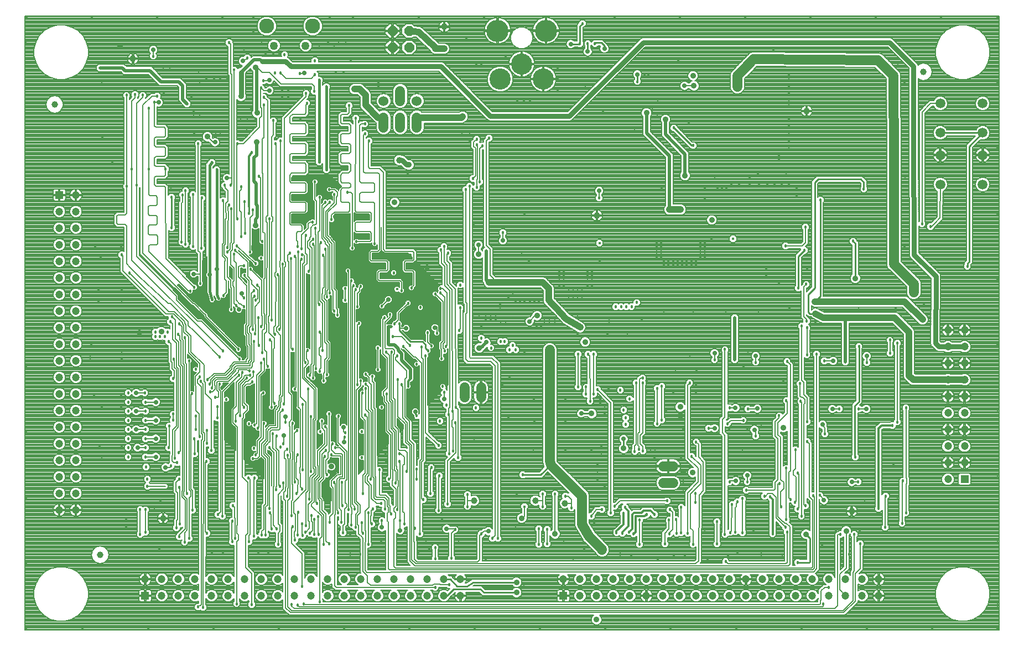
<source format=gbl>
G75*
%MOIN*%
%OFA0B0*%
%FSLAX25Y25*%
%IPPOS*%
%LPD*%
%AMOC8*
5,1,8,0,0,1.08239X$1,22.5*
%
%ADD10C,0.09000*%
%ADD11C,0.04950*%
%ADD12C,0.01784*%
%ADD13R,0.04724X0.04724*%
%ADD14C,0.04724*%
%ADD15C,0.03937*%
%ADD16C,0.02756*%
%ADD17OC8,0.06000*%
%ADD18C,0.06000*%
%ADD19C,0.06000*%
%ADD20C,0.03543*%
%ADD21C,0.05906*%
%ADD22C,0.12760*%
%ADD23C,0.13350*%
%ADD24C,0.00591*%
%ADD25C,0.01800*%
%ADD26C,0.00787*%
%ADD27C,0.01575*%
%ADD28C,0.00984*%
%ADD29C,0.05906*%
%ADD30C,0.01181*%
%ADD31C,0.01378*%
%ADD32C,0.02953*%
%ADD33C,0.01969*%
%ADD34C,0.03937*%
%ADD35C,0.01102*%
D10*
X0150089Y0382642D03*
X0177727Y0382642D03*
D11*
X0173456Y0370831D03*
X0154361Y0370831D03*
D12*
X0130444Y0356264D03*
X0301704Y0294453D03*
X0350522Y0251737D03*
X0350522Y0240516D03*
X0293830Y0213351D03*
X0228475Y0223981D03*
X0418042Y0254296D03*
X0431034Y0254296D03*
X0305247Y0092879D03*
D13*
X0328751Y0039060D03*
X0570483Y0109296D03*
X0076782Y0039060D03*
X0025050Y0280792D03*
D14*
X0025050Y0270792D03*
X0035050Y0270792D03*
X0035050Y0280792D03*
X0035050Y0260792D03*
X0035050Y0250792D03*
X0025050Y0250792D03*
X0025050Y0260792D03*
X0025050Y0240792D03*
X0025050Y0230792D03*
X0035050Y0230792D03*
X0035050Y0240792D03*
X0035050Y0220792D03*
X0035050Y0210792D03*
X0025050Y0210792D03*
X0025050Y0220792D03*
X0025050Y0200792D03*
X0025050Y0190792D03*
X0035050Y0190792D03*
X0035050Y0200792D03*
X0035050Y0180792D03*
X0035050Y0170792D03*
X0025050Y0170792D03*
X0025050Y0180792D03*
X0025050Y0160792D03*
X0025050Y0150792D03*
X0035050Y0150792D03*
X0035050Y0160792D03*
X0035050Y0140792D03*
X0035050Y0130792D03*
X0025050Y0130792D03*
X0025050Y0140792D03*
X0025050Y0120792D03*
X0025050Y0110792D03*
X0035050Y0110792D03*
X0035050Y0120792D03*
X0035050Y0100792D03*
X0025050Y0100792D03*
X0025050Y0090792D03*
X0035050Y0090792D03*
X0076782Y0049060D03*
X0086782Y0049060D03*
X0096782Y0049060D03*
X0106782Y0049060D03*
X0116782Y0049060D03*
X0126782Y0049060D03*
X0136782Y0049060D03*
X0146782Y0049060D03*
X0156782Y0049060D03*
X0166782Y0049060D03*
X0176782Y0049060D03*
X0186782Y0049060D03*
X0196782Y0049060D03*
X0206782Y0049060D03*
X0216782Y0049060D03*
X0226782Y0049060D03*
X0236782Y0049060D03*
X0246782Y0049060D03*
X0256782Y0049060D03*
X0266782Y0049060D03*
X0266782Y0039060D03*
X0256782Y0039060D03*
X0246782Y0039060D03*
X0236782Y0039060D03*
X0226782Y0039060D03*
X0216782Y0039060D03*
X0206782Y0039060D03*
X0196782Y0039060D03*
X0186782Y0039060D03*
X0176782Y0039060D03*
X0166782Y0039060D03*
X0156782Y0039060D03*
X0146782Y0039060D03*
X0136782Y0039060D03*
X0126782Y0039060D03*
X0116782Y0039060D03*
X0106782Y0039060D03*
X0096782Y0039060D03*
X0086782Y0039060D03*
X0328751Y0049060D03*
X0338751Y0049060D03*
X0348751Y0049060D03*
X0358751Y0049060D03*
X0368751Y0049060D03*
X0378751Y0049060D03*
X0388751Y0049060D03*
X0398751Y0049060D03*
X0408751Y0049060D03*
X0418751Y0049060D03*
X0428751Y0049060D03*
X0438751Y0049060D03*
X0448751Y0049060D03*
X0458751Y0049060D03*
X0468751Y0049060D03*
X0478751Y0049060D03*
X0488751Y0049060D03*
X0498751Y0049060D03*
X0508751Y0049060D03*
X0518751Y0049060D03*
X0518751Y0039060D03*
X0508751Y0039060D03*
X0498751Y0039060D03*
X0488751Y0039060D03*
X0478751Y0039060D03*
X0468751Y0039060D03*
X0458751Y0039060D03*
X0448751Y0039060D03*
X0438751Y0039060D03*
X0428751Y0039060D03*
X0418751Y0039060D03*
X0408751Y0039060D03*
X0398751Y0039060D03*
X0388751Y0039060D03*
X0378751Y0039060D03*
X0368751Y0039060D03*
X0358751Y0039060D03*
X0348751Y0039060D03*
X0338751Y0039060D03*
X0560483Y0109296D03*
X0560483Y0119296D03*
X0560483Y0129296D03*
X0570483Y0129296D03*
X0570483Y0119296D03*
X0570483Y0139296D03*
X0560483Y0139296D03*
X0560483Y0149296D03*
X0570483Y0149296D03*
X0570483Y0159296D03*
X0560483Y0159296D03*
X0560483Y0169296D03*
X0570483Y0169296D03*
X0570483Y0179296D03*
X0560483Y0179296D03*
X0560483Y0189296D03*
X0570483Y0189296D03*
X0570483Y0199296D03*
X0560483Y0199296D03*
D15*
X0502491Y0090123D03*
X0329656Y0094847D03*
X0311940Y0096422D03*
X0274932Y0096422D03*
X0087530Y0085792D03*
X0049735Y0063745D03*
X0348948Y0268469D03*
X0268042Y0328115D03*
X0229853Y0301737D03*
X0256822Y0369060D03*
X0257019Y0382249D03*
X0437530Y0356658D03*
X0475326Y0331461D03*
X0545798Y0355083D03*
X0069420Y0362957D03*
X0022176Y0335398D03*
D16*
X0084971Y0336579D03*
X0118830Y0312564D03*
X0126113Y0290910D03*
X0151704Y0343863D03*
X0151704Y0350162D03*
X0134578Y0346028D03*
X0135562Y0361579D03*
X0172570Y0354296D03*
X0202885Y0344650D03*
X0081625Y0368272D03*
X0277688Y0250753D03*
X0292255Y0253312D03*
X0350326Y0283233D03*
X0392648Y0272012D03*
X0308396Y0204493D03*
X0282412Y0191894D03*
X0251310Y0200753D03*
X0233987Y0200359D03*
X0223357Y0217682D03*
X0134971Y0221422D03*
X0133200Y0211776D03*
X0115483Y0232642D03*
X0119814Y0236186D03*
X0106034Y0233036D03*
X0071389Y0161383D03*
X0071389Y0150359D03*
X0083200Y0155871D03*
X0083200Y0144847D03*
X0071389Y0139335D03*
X0083200Y0133824D03*
X0083200Y0122800D03*
X0089105Y0116501D03*
X0072176Y0128312D03*
X0160365Y0135792D03*
X0161349Y0147209D03*
X0196389Y0140713D03*
X0196585Y0131855D03*
X0239499Y0149965D03*
X0256822Y0157839D03*
X0339499Y0148981D03*
X0365089Y0133627D03*
X0419814Y0140123D03*
X0432412Y0152327D03*
X0445601Y0151934D03*
X0443830Y0139138D03*
X0484971Y0142288D03*
X0490877Y0151737D03*
X0511349Y0151737D03*
X0491270Y0180674D03*
X0511546Y0183627D03*
X0444617Y0183627D03*
X0419814Y0185398D03*
X0439499Y0111579D03*
X0432609Y0108233D03*
X0485759Y0096619D03*
X0502491Y0107642D03*
X0283593Y0077918D03*
X0258396Y0079493D03*
X0230444Y0078509D03*
X0219420Y0080280D03*
X0401704Y0346619D03*
X0373357Y0353509D03*
X0353475Y0369060D03*
X0343436Y0367288D03*
X0333200Y0371816D03*
D17*
X0235837Y0369768D03*
X0225837Y0369768D03*
X0225837Y0379768D03*
X0235837Y0379768D03*
D18*
X0230444Y0343524D02*
X0230444Y0337524D01*
X0230444Y0327524D02*
X0230444Y0321524D01*
X0220444Y0321524D02*
X0220444Y0327524D01*
X0240444Y0327524D02*
X0240444Y0321524D01*
X0269144Y0164776D02*
X0269144Y0158776D01*
X0279144Y0158776D02*
X0279144Y0164776D01*
X0388861Y0117170D02*
X0394861Y0117170D01*
X0394861Y0107170D02*
X0388861Y0107170D01*
D19*
X0240444Y0337524D03*
X0220444Y0337524D03*
D20*
X0235759Y0298981D03*
X0227097Y0276343D03*
X0277688Y0245044D03*
X0283987Y0227918D03*
X0312924Y0208036D03*
X0338908Y0200949D03*
X0341861Y0192091D03*
X0320601Y0187367D03*
X0278081Y0188548D03*
X0345798Y0148981D03*
X0365089Y0127918D03*
X0400916Y0113351D03*
X0406625Y0113351D03*
X0461349Y0140516D03*
X0468633Y0141501D03*
X0399144Y0147603D03*
X0399144Y0152918D03*
X0480641Y0209217D03*
X0480444Y0216501D03*
X0504656Y0230477D03*
X0539893Y0222012D03*
X0545207Y0205674D03*
X0418239Y0265713D03*
X0399341Y0272012D03*
X0402097Y0292485D03*
X0390286Y0326343D03*
X0378869Y0330280D03*
X0407412Y0346619D03*
X0406822Y0352721D03*
X0433593Y0350753D03*
X0433593Y0346028D03*
X0246585Y0236973D03*
X0143239Y0262367D03*
X0110956Y0216107D03*
X0086546Y0198390D03*
X0073357Y0197603D03*
X0141861Y0117682D03*
X0189105Y0116894D03*
X0186349Y0096619D03*
X0303672Y0085792D03*
X0323751Y0076343D03*
X0352097Y0066698D03*
X0300522Y0047209D03*
X0300522Y0040910D03*
X0348751Y0024572D03*
X0474932Y0076146D03*
X0499144Y0078115D03*
X0143830Y0312564D03*
X0144223Y0330280D03*
X0134578Y0340320D03*
X0143436Y0357839D03*
X0114302Y0315910D03*
X0061546Y0370831D03*
D21*
X0555837Y0335989D03*
X0555837Y0318272D03*
X0555837Y0304887D03*
X0581428Y0304887D03*
X0581428Y0318272D03*
X0581428Y0335989D03*
X0581428Y0287170D03*
X0555837Y0287170D03*
D22*
X0316664Y0350753D03*
X0303672Y0359808D03*
X0290680Y0350753D03*
D23*
X0289105Y0379887D03*
X0318239Y0379887D03*
D24*
X0401704Y0346619D02*
X0407412Y0346619D01*
X0350326Y0283233D02*
X0350326Y0278902D01*
X0292255Y0258036D02*
X0292255Y0253902D01*
X0291861Y0253509D01*
X0292058Y0253509D01*
X0292255Y0253312D01*
X0284774Y0247997D02*
X0282412Y0250359D01*
X0282412Y0313548D01*
X0283987Y0315123D01*
X0279853Y0310398D02*
X0278278Y0308824D01*
X0278278Y0288745D01*
X0276507Y0289926D02*
X0276507Y0285398D01*
X0276507Y0289926D02*
X0277097Y0290516D01*
X0277097Y0310792D01*
X0276704Y0311186D01*
X0274735Y0310201D02*
X0274735Y0312564D01*
X0276507Y0314335D01*
X0274735Y0310201D02*
X0275916Y0309020D01*
X0275916Y0292485D01*
X0274144Y0290713D01*
X0220207Y0294453D02*
X0220207Y0247997D01*
X0221389Y0246816D01*
X0237924Y0246816D01*
X0238711Y0246028D01*
X0238711Y0241698D01*
X0237924Y0240910D01*
X0233593Y0240910D01*
X0232806Y0240123D01*
X0232806Y0235792D01*
X0233593Y0235005D01*
X0237924Y0235005D01*
X0238711Y0234217D01*
X0238711Y0226343D01*
X0237137Y0224768D01*
X0238922Y0224884D02*
X0239893Y0225854D01*
X0239893Y0234706D01*
X0239201Y0235398D01*
X0238413Y0236186D01*
X0234083Y0236186D01*
X0233987Y0236281D01*
X0233987Y0239633D01*
X0234083Y0239729D01*
X0238413Y0239729D01*
X0239105Y0240421D01*
X0239630Y0240946D01*
X0254416Y0226161D01*
X0253917Y0226161D01*
X0252870Y0225114D01*
X0252870Y0223635D01*
X0253410Y0223095D01*
X0252870Y0222555D01*
X0252870Y0222190D01*
X0252246Y0222814D01*
X0250767Y0222814D01*
X0249721Y0221768D01*
X0249721Y0220289D01*
X0250767Y0219242D01*
X0251622Y0219242D01*
X0255050Y0215815D01*
X0255050Y0193368D01*
X0254364Y0192682D01*
X0253672Y0191990D01*
X0253672Y0187665D01*
X0254263Y0187074D01*
X0254263Y0183396D01*
X0253658Y0182792D01*
X0253658Y0181312D01*
X0254704Y0180266D01*
X0256183Y0180266D01*
X0257230Y0181312D01*
X0257230Y0182792D01*
X0256625Y0183396D01*
X0256625Y0184794D01*
X0257955Y0184794D01*
X0259001Y0185840D01*
X0259001Y0187319D01*
X0258574Y0187746D01*
X0258742Y0187746D01*
X0259184Y0188188D01*
X0259184Y0166403D01*
X0257820Y0165039D01*
X0257820Y0166059D01*
X0256774Y0167105D01*
X0255295Y0167105D01*
X0254248Y0166059D01*
X0254248Y0164580D01*
X0255295Y0163534D01*
X0256054Y0163534D01*
X0255036Y0162516D01*
X0255036Y0162255D01*
X0246979Y0154198D01*
X0246979Y0182479D01*
X0247584Y0183084D01*
X0247584Y0184563D01*
X0247157Y0184990D01*
X0247916Y0184990D01*
X0248962Y0186037D01*
X0248962Y0187516D01*
X0248535Y0187943D01*
X0249884Y0187943D01*
X0250930Y0188989D01*
X0250930Y0190469D01*
X0249884Y0191515D01*
X0249029Y0191515D01*
X0248160Y0192384D01*
X0248160Y0196455D01*
X0248765Y0197060D01*
X0248765Y0198540D01*
X0247719Y0199586D01*
X0246239Y0199586D01*
X0245193Y0198540D01*
X0245193Y0197060D01*
X0245798Y0196455D01*
X0245798Y0192268D01*
X0244400Y0193666D01*
X0237117Y0193666D01*
X0231605Y0199178D01*
X0231967Y0199178D01*
X0233049Y0198095D01*
X0234925Y0198095D01*
X0236251Y0199421D01*
X0236251Y0201297D01*
X0234925Y0202623D01*
X0233049Y0202623D01*
X0231967Y0201540D01*
X0231231Y0201540D01*
X0231231Y0201967D01*
X0231639Y0202375D01*
X0231639Y0203855D01*
X0230593Y0204901D01*
X0230357Y0204901D01*
X0230444Y0204988D01*
X0230444Y0209122D01*
X0235053Y0213731D01*
X0235908Y0213731D01*
X0236954Y0214777D01*
X0236954Y0216256D01*
X0235908Y0217302D01*
X0234428Y0217302D01*
X0233382Y0216256D01*
X0233382Y0215401D01*
X0228081Y0210100D01*
X0228081Y0205966D01*
X0227016Y0204901D01*
X0226358Y0204901D01*
X0225311Y0203855D01*
X0225311Y0203213D01*
X0222386Y0203213D01*
X0222373Y0203200D01*
X0222373Y0203413D01*
X0225522Y0206563D01*
X0225522Y0207282D01*
X0226127Y0207887D01*
X0226127Y0209366D01*
X0225081Y0210412D01*
X0223602Y0210412D01*
X0222556Y0209366D01*
X0222556Y0207887D01*
X0223031Y0207412D01*
X0222781Y0207162D01*
X0222781Y0207595D01*
X0221735Y0208641D01*
X0220255Y0208641D01*
X0219209Y0207595D01*
X0219209Y0206740D01*
X0218633Y0206163D01*
X0218633Y0189499D01*
X0217798Y0190334D01*
X0216318Y0190334D01*
X0215272Y0189288D01*
X0215272Y0187808D01*
X0215877Y0187203D01*
X0215877Y0176703D01*
X0215272Y0176099D01*
X0215272Y0174619D01*
X0216318Y0173573D01*
X0217798Y0173573D01*
X0218844Y0174619D01*
X0218844Y0176099D01*
X0218239Y0176703D01*
X0218239Y0187203D01*
X0218633Y0187597D01*
X0218633Y0184712D01*
X0221585Y0181759D01*
X0221585Y0165021D01*
X0219718Y0163154D01*
X0219026Y0162462D01*
X0219026Y0159515D01*
X0219814Y0158728D01*
X0219814Y0155578D01*
X0221192Y0154200D01*
X0221192Y0137862D01*
X0223357Y0135696D01*
X0223357Y0130576D01*
X0216467Y0123686D01*
X0216467Y0152226D01*
X0215877Y0152817D01*
X0215877Y0167974D01*
X0215185Y0168666D01*
X0214893Y0168958D01*
X0214893Y0170077D01*
X0215497Y0170682D01*
X0215497Y0172162D01*
X0214451Y0173208D01*
X0212972Y0173208D01*
X0211926Y0172162D01*
X0211926Y0172122D01*
X0211560Y0172488D01*
X0211560Y0173343D01*
X0210514Y0174389D01*
X0209035Y0174389D01*
X0207989Y0173343D01*
X0207989Y0171863D01*
X0209035Y0170817D01*
X0209890Y0170817D01*
X0210562Y0170145D01*
X0210562Y0168239D01*
X0210317Y0168483D01*
X0208838Y0168483D01*
X0208411Y0168056D01*
X0208411Y0169406D01*
X0207365Y0170452D01*
X0205885Y0170452D01*
X0205837Y0170404D01*
X0205837Y0201526D01*
X0206380Y0201526D01*
X0207426Y0202572D01*
X0207426Y0204051D01*
X0206380Y0205098D01*
X0204901Y0205098D01*
X0204066Y0204262D01*
X0204066Y0211565D01*
X0205396Y0211565D01*
X0206442Y0212611D01*
X0206442Y0214091D01*
X0205837Y0214696D01*
X0205837Y0220933D01*
X0206327Y0221422D01*
X0207018Y0222114D01*
X0207018Y0223770D01*
X0207365Y0223770D01*
X0208411Y0224816D01*
X0208411Y0226296D01*
X0207365Y0227342D01*
X0205885Y0227342D01*
X0204839Y0226296D01*
X0204839Y0225440D01*
X0204656Y0225258D01*
X0204656Y0225129D01*
X0204412Y0225373D01*
X0204046Y0225373D01*
X0204080Y0225407D01*
X0204080Y0226886D01*
X0203034Y0227932D01*
X0202668Y0227932D01*
X0202899Y0228163D01*
X0202899Y0229642D01*
X0201853Y0230688D01*
X0200522Y0230688D01*
X0200522Y0234054D01*
X0200733Y0234265D01*
X0200733Y0235744D01*
X0199687Y0236790D01*
X0198208Y0236790D01*
X0197162Y0235744D01*
X0197162Y0234265D01*
X0198160Y0233266D01*
X0198160Y0225916D01*
X0197916Y0226161D01*
X0196436Y0226161D01*
X0195390Y0225114D01*
X0195390Y0223635D01*
X0195995Y0223030D01*
X0195995Y0218633D01*
X0195390Y0218028D01*
X0195390Y0216548D01*
X0196436Y0215502D01*
X0197916Y0215502D01*
X0198160Y0215747D01*
X0198160Y0142143D01*
X0197326Y0142977D01*
X0195451Y0142977D01*
X0194223Y0141749D01*
X0194223Y0145865D01*
X0195025Y0146666D01*
X0195025Y0148146D01*
X0193979Y0149192D01*
X0192499Y0149192D01*
X0191453Y0148146D01*
X0191453Y0146666D01*
X0191861Y0146259D01*
X0191861Y0130775D01*
X0192553Y0130083D01*
X0193143Y0129493D01*
X0192615Y0129493D01*
X0192010Y0130098D01*
X0191481Y0130098D01*
X0191481Y0131414D01*
X0190435Y0132460D01*
X0188956Y0132460D01*
X0188810Y0132314D01*
X0188810Y0147538D01*
X0189316Y0148044D01*
X0189316Y0149524D01*
X0188270Y0150570D01*
X0186791Y0150570D01*
X0185744Y0149524D01*
X0185744Y0148044D01*
X0186251Y0147538D01*
X0186251Y0142550D01*
X0186105Y0142696D01*
X0184625Y0142696D01*
X0184381Y0142451D01*
X0184381Y0143109D01*
X0184985Y0143714D01*
X0184985Y0145193D01*
X0183939Y0146239D01*
X0182460Y0146239D01*
X0181414Y0145193D01*
X0181414Y0143714D01*
X0182019Y0143109D01*
X0182019Y0139830D01*
X0182106Y0139743D01*
X0181476Y0139743D01*
X0180430Y0138697D01*
X0180430Y0137218D01*
X0181476Y0136172D01*
X0182955Y0136172D01*
X0183790Y0137007D01*
X0183790Y0131163D01*
X0180247Y0127620D01*
X0180247Y0144358D01*
X0180837Y0144948D01*
X0180837Y0164431D01*
X0173948Y0171321D01*
X0173948Y0176051D01*
X0175522Y0177626D01*
X0175522Y0173995D01*
X0175176Y0173995D01*
X0174130Y0172949D01*
X0174130Y0171470D01*
X0175176Y0170424D01*
X0176099Y0170424D01*
X0176099Y0169698D01*
X0177145Y0168652D01*
X0178624Y0168652D01*
X0179670Y0169698D01*
X0179670Y0171177D01*
X0179066Y0171782D01*
X0179066Y0174361D01*
X0180036Y0174361D01*
X0180036Y0173635D01*
X0181082Y0172589D01*
X0182561Y0172589D01*
X0183003Y0173030D01*
X0183003Y0172114D01*
X0183200Y0171917D01*
X0183200Y0170010D01*
X0182595Y0169406D01*
X0182595Y0167926D01*
X0183641Y0166880D01*
X0185120Y0166880D01*
X0186167Y0167926D01*
X0186167Y0169406D01*
X0185562Y0170010D01*
X0185562Y0170620D01*
X0186892Y0170620D01*
X0187938Y0171666D01*
X0187938Y0173146D01*
X0187333Y0173751D01*
X0187333Y0180382D01*
X0188020Y0181068D01*
X0188711Y0181759D01*
X0188711Y0191990D01*
X0187333Y0193368D01*
X0187333Y0217187D01*
X0187049Y0217471D01*
X0187089Y0217471D01*
X0188135Y0218517D01*
X0188135Y0219996D01*
X0188102Y0220030D01*
X0188861Y0220030D01*
X0188908Y0220078D01*
X0188908Y0211546D01*
X0188894Y0211532D01*
X0188894Y0210052D01*
X0189940Y0209006D01*
X0190896Y0209006D01*
X0190863Y0208973D01*
X0190863Y0207493D01*
X0191909Y0206447D01*
X0193388Y0206447D01*
X0194434Y0207493D01*
X0194434Y0208973D01*
X0193830Y0209577D01*
X0193830Y0212265D01*
X0193138Y0212957D01*
X0193042Y0213053D01*
X0193042Y0223486D01*
X0192350Y0224178D01*
X0191664Y0224864D01*
X0191664Y0252620D01*
X0190972Y0253312D01*
X0190089Y0254195D01*
X0190089Y0254785D01*
X0189397Y0255477D01*
X0187924Y0256951D01*
X0187924Y0264566D01*
X0188365Y0264124D01*
X0189845Y0264124D01*
X0190891Y0265170D01*
X0190891Y0266650D01*
X0190286Y0267255D01*
X0190286Y0268177D01*
X0191366Y0269257D01*
X0199831Y0269257D01*
X0200326Y0269752D01*
X0200326Y0250129D01*
X0199721Y0249524D01*
X0199721Y0248044D01*
X0200767Y0246998D01*
X0202246Y0246998D01*
X0203293Y0248044D01*
X0203293Y0249524D01*
X0202688Y0250129D01*
X0202688Y0251574D01*
X0203326Y0250935D01*
X0204805Y0250935D01*
X0205410Y0251540D01*
X0212823Y0251540D01*
X0213304Y0252021D01*
X0213304Y0250800D01*
X0214350Y0249754D01*
X0215829Y0249754D01*
X0216664Y0250589D01*
X0216664Y0248092D01*
X0216569Y0247997D01*
X0212632Y0247997D01*
X0211844Y0247209D01*
X0211152Y0246517D01*
X0211152Y0241208D01*
X0211940Y0240421D01*
X0212632Y0239729D01*
X0221687Y0239729D01*
X0221782Y0239633D01*
X0221782Y0236281D01*
X0221687Y0236186D01*
X0217356Y0236186D01*
X0216569Y0235398D01*
X0215877Y0234706D01*
X0215877Y0229397D01*
X0216664Y0228610D01*
X0217356Y0227918D01*
X0229954Y0227918D01*
X0230050Y0227822D01*
X0230050Y0224921D01*
X0229212Y0225759D01*
X0227739Y0225759D01*
X0226697Y0224717D01*
X0226697Y0223245D01*
X0227739Y0222203D01*
X0229212Y0222203D01*
X0229454Y0222445D01*
X0230491Y0221408D01*
X0231971Y0221408D01*
X0233017Y0222454D01*
X0233017Y0223933D01*
X0232412Y0224538D01*
X0232412Y0228801D01*
X0231720Y0229493D01*
X0230933Y0230280D01*
X0218334Y0230280D01*
X0218239Y0230376D01*
X0218239Y0233728D01*
X0218334Y0233824D01*
X0222665Y0233824D01*
X0223357Y0234515D01*
X0224144Y0235303D01*
X0224144Y0240612D01*
X0223453Y0241304D01*
X0222665Y0242091D01*
X0213610Y0242091D01*
X0213515Y0242187D01*
X0213515Y0245539D01*
X0213610Y0245635D01*
X0217547Y0245635D01*
X0218239Y0246326D01*
X0219026Y0247114D01*
X0219026Y0261550D01*
X0219026Y0247508D01*
X0219718Y0246816D01*
X0220207Y0246326D01*
X0220899Y0245635D01*
X0234942Y0245635D01*
X0237530Y0243046D01*
X0237530Y0242187D01*
X0237435Y0242091D01*
X0233104Y0242091D01*
X0232317Y0241304D01*
X0231625Y0240612D01*
X0231625Y0235303D01*
X0232412Y0234515D01*
X0233104Y0233824D01*
X0237435Y0233824D01*
X0237530Y0233728D01*
X0237530Y0226832D01*
X0237252Y0226554D01*
X0236397Y0226554D01*
X0235351Y0225508D01*
X0235351Y0224029D01*
X0236397Y0222983D01*
X0237876Y0222983D01*
X0238922Y0224029D01*
X0238922Y0224884D01*
X0239067Y0225029D02*
X0252870Y0225029D01*
X0252870Y0224440D02*
X0238922Y0224440D01*
X0238744Y0223851D02*
X0252870Y0223851D01*
X0253244Y0223262D02*
X0238155Y0223262D01*
X0236118Y0223262D02*
X0233017Y0223262D01*
X0233017Y0223851D02*
X0235529Y0223851D01*
X0235351Y0224440D02*
X0232510Y0224440D01*
X0232412Y0225029D02*
X0235351Y0225029D01*
X0235461Y0225618D02*
X0232412Y0225618D01*
X0232412Y0226207D02*
X0236050Y0226207D01*
X0237494Y0226796D02*
X0232412Y0226796D01*
X0232412Y0227385D02*
X0237530Y0227385D01*
X0237530Y0227974D02*
X0232412Y0227974D01*
X0232412Y0228563D02*
X0237530Y0228563D01*
X0237530Y0229152D02*
X0232061Y0229152D01*
X0231472Y0229741D02*
X0237530Y0229741D01*
X0237530Y0230330D02*
X0218284Y0230330D01*
X0218239Y0230919D02*
X0237530Y0230919D01*
X0237530Y0231508D02*
X0218239Y0231508D01*
X0218239Y0232098D02*
X0225707Y0232098D01*
X0225767Y0232038D02*
X0227246Y0232038D01*
X0228293Y0233084D01*
X0228293Y0234563D01*
X0227246Y0235609D01*
X0225767Y0235609D01*
X0224721Y0234563D01*
X0224721Y0233084D01*
X0225767Y0232038D01*
X0225118Y0232687D02*
X0218239Y0232687D01*
X0218239Y0233276D02*
X0224721Y0233276D01*
X0224721Y0233865D02*
X0222706Y0233865D01*
X0223295Y0234454D02*
X0224721Y0234454D01*
X0225201Y0235043D02*
X0223885Y0235043D01*
X0224144Y0235632D02*
X0231625Y0235632D01*
X0231625Y0236221D02*
X0224144Y0236221D01*
X0224144Y0236810D02*
X0231625Y0236810D01*
X0231625Y0237399D02*
X0224144Y0237399D01*
X0224144Y0237988D02*
X0231625Y0237988D01*
X0231625Y0238577D02*
X0224144Y0238577D01*
X0224144Y0239166D02*
X0231625Y0239166D01*
X0231625Y0239755D02*
X0224144Y0239755D01*
X0224144Y0240344D02*
X0231625Y0240344D01*
X0231946Y0240933D02*
X0223823Y0240933D01*
X0223234Y0241523D02*
X0232535Y0241523D01*
X0233987Y0239166D02*
X0241410Y0239166D01*
X0240821Y0239755D02*
X0238440Y0239755D01*
X0239029Y0240344D02*
X0240232Y0240344D01*
X0239643Y0240933D02*
X0239618Y0240933D01*
X0237455Y0242112D02*
X0213590Y0242112D01*
X0213515Y0242701D02*
X0237530Y0242701D01*
X0237287Y0243290D02*
X0213515Y0243290D01*
X0213515Y0243879D02*
X0236698Y0243879D01*
X0236109Y0244468D02*
X0213515Y0244468D01*
X0213515Y0245057D02*
X0235520Y0245057D01*
X0233987Y0238577D02*
X0242000Y0238577D01*
X0242589Y0237988D02*
X0233987Y0237988D01*
X0233987Y0237399D02*
X0243178Y0237399D01*
X0243767Y0236810D02*
X0233987Y0236810D01*
X0234047Y0236221D02*
X0244356Y0236221D01*
X0244945Y0235632D02*
X0238967Y0235632D01*
X0239556Y0235043D02*
X0245534Y0235043D01*
X0246123Y0234454D02*
X0239893Y0234454D01*
X0239893Y0233865D02*
X0246712Y0233865D01*
X0247301Y0233276D02*
X0239893Y0233276D01*
X0239893Y0232687D02*
X0247890Y0232687D01*
X0248479Y0232098D02*
X0239893Y0232098D01*
X0239893Y0231508D02*
X0249068Y0231508D01*
X0249657Y0230919D02*
X0239893Y0230919D01*
X0239893Y0230330D02*
X0250246Y0230330D01*
X0250835Y0229741D02*
X0239893Y0229741D01*
X0239893Y0229152D02*
X0251425Y0229152D01*
X0252014Y0228563D02*
X0239893Y0228563D01*
X0239893Y0227974D02*
X0252603Y0227974D01*
X0253192Y0227385D02*
X0239893Y0227385D01*
X0239893Y0226796D02*
X0253781Y0226796D01*
X0254370Y0226207D02*
X0239893Y0226207D01*
X0239656Y0225618D02*
X0253374Y0225618D01*
X0254656Y0224375D02*
X0255837Y0224375D01*
X0258593Y0221619D01*
X0258593Y0190123D01*
X0258003Y0189532D01*
X0258914Y0187918D02*
X0259184Y0187918D01*
X0259184Y0187329D02*
X0258991Y0187329D01*
X0259001Y0186740D02*
X0259184Y0186740D01*
X0259184Y0186151D02*
X0259001Y0186151D01*
X0259184Y0185562D02*
X0258723Y0185562D01*
X0259184Y0184973D02*
X0258134Y0184973D01*
X0259184Y0184383D02*
X0256625Y0184383D01*
X0256625Y0183794D02*
X0259184Y0183794D01*
X0259184Y0183205D02*
X0256816Y0183205D01*
X0257230Y0182616D02*
X0259184Y0182616D01*
X0259184Y0182027D02*
X0257230Y0182027D01*
X0257230Y0181438D02*
X0259184Y0181438D01*
X0259184Y0180849D02*
X0256766Y0180849D01*
X0255444Y0182052D02*
X0255444Y0187564D01*
X0254853Y0188154D01*
X0254853Y0191501D01*
X0256231Y0192879D01*
X0256231Y0216304D01*
X0251507Y0221028D01*
X0250282Y0219727D02*
X0224513Y0219727D01*
X0224295Y0219946D02*
X0225621Y0218619D01*
X0225621Y0216744D01*
X0224295Y0215418D01*
X0222903Y0215418D01*
X0221206Y0213721D01*
X0221206Y0213005D01*
X0220160Y0211959D01*
X0218680Y0211959D01*
X0217634Y0213005D01*
X0217634Y0214484D01*
X0218680Y0215531D01*
X0219396Y0215531D01*
X0221093Y0217228D01*
X0221093Y0218619D01*
X0222419Y0219946D01*
X0224295Y0219946D01*
X0225102Y0219138D02*
X0251726Y0219138D01*
X0252315Y0218549D02*
X0225621Y0218549D01*
X0225621Y0217960D02*
X0252905Y0217960D01*
X0253494Y0217371D02*
X0225621Y0217371D01*
X0225621Y0216782D02*
X0233908Y0216782D01*
X0233382Y0216193D02*
X0225070Y0216193D01*
X0224481Y0215604D02*
X0233382Y0215604D01*
X0232996Y0215015D02*
X0222500Y0215015D01*
X0221911Y0214426D02*
X0232407Y0214426D01*
X0231818Y0213837D02*
X0221321Y0213837D01*
X0221206Y0213248D02*
X0231229Y0213248D01*
X0230640Y0212658D02*
X0220859Y0212658D01*
X0220270Y0212069D02*
X0230051Y0212069D01*
X0229462Y0211480D02*
X0204066Y0211480D01*
X0204066Y0210891D02*
X0228873Y0210891D01*
X0228284Y0210302D02*
X0225191Y0210302D01*
X0225780Y0209713D02*
X0228081Y0209713D01*
X0228081Y0209124D02*
X0226127Y0209124D01*
X0226127Y0208535D02*
X0228081Y0208535D01*
X0228081Y0207946D02*
X0226127Y0207946D01*
X0225597Y0207357D02*
X0228081Y0207357D01*
X0228081Y0206768D02*
X0225522Y0206768D01*
X0225139Y0206179D02*
X0228081Y0206179D01*
X0227705Y0205590D02*
X0224550Y0205590D01*
X0223960Y0205001D02*
X0227116Y0205001D01*
X0227491Y0203705D02*
X0229263Y0205477D01*
X0229263Y0209611D01*
X0235168Y0215516D01*
X0236428Y0216782D02*
X0254083Y0216782D01*
X0254672Y0216193D02*
X0236954Y0216193D01*
X0236954Y0215604D02*
X0255050Y0215604D01*
X0255050Y0215015D02*
X0236954Y0215015D01*
X0236603Y0214426D02*
X0241591Y0214426D01*
X0241909Y0214743D02*
X0240863Y0213697D01*
X0240863Y0212218D01*
X0241909Y0211172D01*
X0243388Y0211172D01*
X0244434Y0212218D01*
X0244434Y0213697D01*
X0243388Y0214743D01*
X0241909Y0214743D01*
X0241002Y0213837D02*
X0236014Y0213837D01*
X0234570Y0213248D02*
X0240863Y0213248D01*
X0240863Y0212658D02*
X0233980Y0212658D01*
X0233391Y0212069D02*
X0241011Y0212069D01*
X0241600Y0211480D02*
X0232802Y0211480D01*
X0232213Y0210891D02*
X0255050Y0210891D01*
X0255050Y0210302D02*
X0231624Y0210302D01*
X0231035Y0209713D02*
X0255050Y0209713D01*
X0255050Y0209124D02*
X0230446Y0209124D01*
X0230444Y0208535D02*
X0255050Y0208535D01*
X0255050Y0207946D02*
X0230444Y0207946D01*
X0230444Y0207357D02*
X0255050Y0207357D01*
X0255050Y0206768D02*
X0230444Y0206768D01*
X0230444Y0206179D02*
X0255050Y0206179D01*
X0255050Y0205590D02*
X0230444Y0205590D01*
X0230444Y0205001D02*
X0255050Y0205001D01*
X0255050Y0204412D02*
X0231082Y0204412D01*
X0231639Y0203823D02*
X0255050Y0203823D01*
X0255050Y0203233D02*
X0231639Y0203233D01*
X0231639Y0202644D02*
X0250000Y0202644D01*
X0250372Y0203016D02*
X0249046Y0201690D01*
X0249046Y0199815D01*
X0250372Y0198489D01*
X0251048Y0198489D01*
X0250705Y0198146D01*
X0250705Y0196666D01*
X0251751Y0195620D01*
X0253231Y0195620D01*
X0254277Y0196666D01*
X0254277Y0198146D01*
X0253672Y0198751D01*
X0253672Y0202029D01*
X0252980Y0202721D01*
X0252543Y0202721D01*
X0252248Y0203016D01*
X0250372Y0203016D01*
X0249411Y0202055D02*
X0235492Y0202055D01*
X0236081Y0201466D02*
X0249046Y0201466D01*
X0249046Y0200877D02*
X0236251Y0200877D01*
X0236251Y0200288D02*
X0249046Y0200288D01*
X0249162Y0199699D02*
X0236251Y0199699D01*
X0235940Y0199110D02*
X0245764Y0199110D01*
X0245193Y0198521D02*
X0235351Y0198521D01*
X0234029Y0196754D02*
X0245500Y0196754D01*
X0245798Y0196165D02*
X0234618Y0196165D01*
X0235207Y0195576D02*
X0245798Y0195576D01*
X0245798Y0194987D02*
X0235796Y0194987D01*
X0236385Y0194398D02*
X0245798Y0194398D01*
X0245798Y0193808D02*
X0236974Y0193808D01*
X0236349Y0190123D02*
X0231231Y0195241D01*
X0225916Y0195241D01*
X0230050Y0200359D02*
X0229853Y0200556D01*
X0230050Y0200359D02*
X0233987Y0200359D01*
X0232482Y0202055D02*
X0231319Y0202055D01*
X0231673Y0199110D02*
X0232034Y0199110D01*
X0232262Y0198521D02*
X0232623Y0198521D01*
X0232851Y0197932D02*
X0245193Y0197932D01*
X0245193Y0197343D02*
X0233440Y0197343D01*
X0232412Y0189335D02*
X0238711Y0183036D01*
X0239696Y0183036D01*
X0243239Y0179493D01*
X0243239Y0121422D01*
X0242255Y0120438D01*
X0242255Y0076343D01*
X0239302Y0079887D02*
X0238711Y0079887D01*
X0238515Y0079690D01*
X0238515Y0071816D01*
X0239105Y0071225D01*
X0239105Y0060989D01*
X0240680Y0059414D01*
X0277097Y0059414D01*
X0278278Y0060595D01*
X0278278Y0075359D01*
X0279263Y0076343D01*
X0280837Y0077918D01*
X0283593Y0077918D01*
X0263515Y0078902D02*
X0262924Y0079493D01*
X0258396Y0079493D01*
X0261349Y0076737D02*
X0263515Y0078902D01*
X0261349Y0076737D02*
X0261349Y0061776D01*
X0239893Y0058233D02*
X0408396Y0058233D01*
X0410365Y0060201D01*
X0410562Y0099768D01*
X0413121Y0102327D01*
X0413121Y0119650D01*
X0410365Y0122603D01*
X0410365Y0130280D01*
X0408790Y0131855D01*
X0416270Y0140123D02*
X0419814Y0140123D01*
X0427688Y0142879D02*
X0429656Y0144847D01*
X0437137Y0144847D01*
X0443830Y0139138D02*
X0444420Y0139138D01*
X0444420Y0138942D01*
X0444617Y0138745D01*
X0444617Y0135398D01*
X0456428Y0135398D02*
X0456428Y0144060D01*
X0458790Y0146422D01*
X0458790Y0147603D01*
X0445798Y0151737D02*
X0445601Y0151934D01*
X0445798Y0151737D02*
X0439893Y0151737D01*
X0432412Y0152327D02*
X0428869Y0152327D01*
X0456428Y0135398D02*
X0458003Y0133824D01*
X0458003Y0109020D01*
X0456428Y0107446D01*
X0456428Y0103509D01*
X0455641Y0102721D01*
X0438908Y0102721D01*
X0439499Y0107642D02*
X0439499Y0111579D01*
X0439499Y0111776D01*
X0432609Y0108233D02*
X0429459Y0108233D01*
X0428869Y0107642D01*
X0408396Y0100556D02*
X0408396Y0095241D01*
X0391270Y0096225D02*
X0362924Y0096225D01*
X0359774Y0093075D01*
X0357215Y0089138D02*
X0357412Y0101146D01*
X0357412Y0155477D01*
X0349341Y0163548D01*
X0346979Y0160792D02*
X0346979Y0184611D01*
X0344617Y0183824D02*
X0343633Y0184808D01*
X0344617Y0183824D02*
X0344814Y0156461D01*
X0342255Y0160792D02*
X0342452Y0161186D01*
X0342452Y0164926D01*
X0337530Y0164926D02*
X0337530Y0184808D01*
X0311743Y0208036D02*
X0308396Y0204493D01*
X0311743Y0208036D02*
X0312924Y0208036D01*
X0286743Y0227918D02*
X0286743Y0230280D01*
X0284774Y0232249D01*
X0284774Y0247997D01*
X0277688Y0250753D02*
X0277688Y0245044D01*
X0277688Y0250753D02*
X0277688Y0251146D01*
X0259184Y0245635D02*
X0258593Y0245044D01*
X0258593Y0241107D01*
X0260365Y0239335D01*
X0260365Y0227524D01*
X0263711Y0224178D01*
X0263711Y0223981D01*
X0263908Y0152721D01*
X0265286Y0151343D01*
X0265286Y0122406D01*
X0263908Y0125359D02*
X0263908Y0142879D01*
X0263515Y0143272D01*
X0261546Y0144847D02*
X0262137Y0145438D01*
X0262137Y0150162D01*
X0261940Y0150359D01*
X0261743Y0223784D01*
X0258593Y0226934D01*
X0258593Y0238548D01*
X0256822Y0240320D01*
X0256822Y0249768D01*
X0254853Y0247603D02*
X0255247Y0245438D01*
X0255247Y0239729D01*
X0257215Y0237761D01*
X0257215Y0226146D01*
X0260365Y0222997D01*
X0260365Y0152721D01*
X0259578Y0151934D01*
X0259578Y0148390D01*
X0259971Y0147997D01*
X0259971Y0124768D01*
X0262137Y0126540D02*
X0262137Y0140516D01*
X0261546Y0141107D01*
X0261546Y0144847D01*
X0253475Y0129690D02*
X0245798Y0137367D01*
X0245798Y0183824D01*
X0247584Y0183794D02*
X0254263Y0183794D01*
X0254263Y0184383D02*
X0247584Y0184383D01*
X0247175Y0184973D02*
X0254263Y0184973D01*
X0254263Y0185562D02*
X0248487Y0185562D01*
X0248962Y0186151D02*
X0254263Y0186151D01*
X0254263Y0186740D02*
X0248962Y0186740D01*
X0248962Y0187329D02*
X0254008Y0187329D01*
X0253672Y0187918D02*
X0248560Y0187918D01*
X0249144Y0189729D02*
X0246979Y0191894D01*
X0246979Y0197800D01*
X0248195Y0199110D02*
X0249751Y0199110D01*
X0250340Y0198521D02*
X0248765Y0198521D01*
X0248765Y0197932D02*
X0250705Y0197932D01*
X0250705Y0197343D02*
X0248765Y0197343D01*
X0248459Y0196754D02*
X0250705Y0196754D01*
X0251207Y0196165D02*
X0248160Y0196165D01*
X0248160Y0195576D02*
X0255050Y0195576D01*
X0255050Y0196165D02*
X0253775Y0196165D01*
X0254277Y0196754D02*
X0255050Y0196754D01*
X0255050Y0197343D02*
X0254277Y0197343D01*
X0254277Y0197932D02*
X0255050Y0197932D01*
X0255050Y0198521D02*
X0253902Y0198521D01*
X0253672Y0199110D02*
X0255050Y0199110D01*
X0255050Y0199699D02*
X0253672Y0199699D01*
X0253672Y0200288D02*
X0255050Y0200288D01*
X0255050Y0200877D02*
X0253672Y0200877D01*
X0253672Y0201466D02*
X0255050Y0201466D01*
X0255050Y0202055D02*
X0253646Y0202055D01*
X0253057Y0202644D02*
X0255050Y0202644D01*
X0252491Y0201540D02*
X0252491Y0197406D01*
X0255050Y0194987D02*
X0248160Y0194987D01*
X0248160Y0194398D02*
X0255050Y0194398D01*
X0255050Y0193808D02*
X0248160Y0193808D01*
X0248160Y0193219D02*
X0254902Y0193219D01*
X0254313Y0192630D02*
X0248160Y0192630D01*
X0248503Y0192041D02*
X0253723Y0192041D01*
X0253672Y0191452D02*
X0249947Y0191452D01*
X0250536Y0190863D02*
X0253672Y0190863D01*
X0253672Y0190274D02*
X0250930Y0190274D01*
X0250930Y0189685D02*
X0253672Y0189685D01*
X0253672Y0189096D02*
X0250930Y0189096D01*
X0250448Y0188507D02*
X0253672Y0188507D01*
X0256231Y0188548D02*
X0257215Y0187564D01*
X0257215Y0186579D01*
X0256231Y0188548D02*
X0256231Y0190910D01*
X0257412Y0192091D01*
X0257412Y0219060D01*
X0254656Y0221816D01*
X0252988Y0222673D02*
X0252388Y0222673D01*
X0250625Y0222673D02*
X0233017Y0222673D01*
X0232647Y0222083D02*
X0250036Y0222083D01*
X0249721Y0221494D02*
X0232057Y0221494D01*
X0230405Y0221494D02*
X0206399Y0221494D01*
X0205837Y0220905D02*
X0249721Y0220905D01*
X0249721Y0220316D02*
X0205837Y0220316D01*
X0205837Y0219727D02*
X0222201Y0219727D01*
X0221612Y0219138D02*
X0205837Y0219138D01*
X0205837Y0218549D02*
X0221093Y0218549D01*
X0221093Y0217960D02*
X0205837Y0217960D01*
X0205837Y0217371D02*
X0221093Y0217371D01*
X0220648Y0216782D02*
X0205837Y0216782D01*
X0205837Y0216193D02*
X0220059Y0216193D01*
X0219470Y0215604D02*
X0205837Y0215604D01*
X0205837Y0215015D02*
X0218165Y0215015D01*
X0217634Y0214426D02*
X0206107Y0214426D01*
X0206442Y0213837D02*
X0217634Y0213837D01*
X0217634Y0213248D02*
X0206442Y0213248D01*
X0206442Y0212658D02*
X0217981Y0212658D01*
X0218570Y0212069D02*
X0205900Y0212069D01*
X0204656Y0213351D02*
X0204656Y0221422D01*
X0205837Y0222603D01*
X0205837Y0224768D01*
X0206625Y0225556D01*
X0207910Y0226796D02*
X0230050Y0226796D01*
X0230050Y0227385D02*
X0203581Y0227385D01*
X0204080Y0226796D02*
X0205339Y0226796D01*
X0204839Y0226207D02*
X0204080Y0226207D01*
X0204080Y0225618D02*
X0204839Y0225618D01*
X0203672Y0223587D02*
X0202885Y0222800D01*
X0202885Y0095438D01*
X0205050Y0093272D01*
X0205050Y0089729D01*
X0203475Y0088154D01*
X0203475Y0080477D01*
X0204656Y0082052D02*
X0205444Y0081264D01*
X0205444Y0076540D01*
X0207609Y0074375D01*
X0207609Y0074178D01*
X0208003Y0073784D01*
X0208003Y0053705D01*
X0210759Y0050949D01*
X0210759Y0047012D01*
X0212530Y0045241D01*
X0249932Y0045241D01*
X0250719Y0046028D01*
X0254263Y0046028D01*
X0254656Y0045635D01*
X0259971Y0045635D01*
X0251507Y0044060D02*
X0191861Y0044060D01*
X0190877Y0045044D01*
X0191074Y0087761D01*
X0191270Y0087957D01*
X0191270Y0106658D01*
X0190680Y0107249D01*
X0188908Y0108233D02*
X0192648Y0111973D01*
X0194223Y0111973D01*
X0194617Y0112367D01*
X0194617Y0122997D01*
X0194223Y0123390D01*
X0189696Y0123390D01*
X0188908Y0124178D01*
X0189024Y0122392D02*
X0189206Y0122209D01*
X0193436Y0122209D01*
X0193436Y0113154D01*
X0192159Y0113154D01*
X0191467Y0112462D01*
X0187727Y0108722D01*
X0187727Y0104791D01*
X0188419Y0104099D01*
X0188908Y0103610D01*
X0188908Y0096462D01*
X0184381Y0096462D01*
X0184381Y0097502D01*
X0183200Y0098683D01*
X0183200Y0106956D01*
X0184870Y0108627D01*
X0185562Y0109319D01*
X0185562Y0110235D01*
X0185609Y0110187D01*
X0187089Y0110187D01*
X0188135Y0111233D01*
X0188135Y0112713D01*
X0187089Y0113759D01*
X0187038Y0113759D01*
X0187038Y0115203D01*
X0187600Y0114641D01*
X0188577Y0114237D01*
X0189634Y0114237D01*
X0190610Y0114641D01*
X0191358Y0115389D01*
X0191763Y0116366D01*
X0191763Y0117423D01*
X0191358Y0118400D01*
X0190610Y0119147D01*
X0189634Y0119552D01*
X0188577Y0119552D01*
X0187600Y0119147D01*
X0187038Y0118586D01*
X0187038Y0120301D01*
X0187470Y0120733D01*
X0188219Y0121482D01*
X0188219Y0122392D01*
X0189024Y0122392D01*
X0188219Y0121943D02*
X0193436Y0121943D01*
X0193436Y0121354D02*
X0188091Y0121354D01*
X0187502Y0120765D02*
X0193436Y0120765D01*
X0193436Y0120176D02*
X0187038Y0120176D01*
X0187038Y0119587D02*
X0193436Y0119587D01*
X0193436Y0118998D02*
X0190760Y0118998D01*
X0191349Y0118408D02*
X0193436Y0118408D01*
X0193436Y0117819D02*
X0191598Y0117819D01*
X0191763Y0117230D02*
X0193436Y0117230D01*
X0193436Y0116641D02*
X0191763Y0116641D01*
X0191633Y0116052D02*
X0193436Y0116052D01*
X0193436Y0115463D02*
X0191389Y0115463D01*
X0190843Y0114874D02*
X0193436Y0114874D01*
X0193436Y0114285D02*
X0189750Y0114285D01*
X0188460Y0114285D02*
X0187038Y0114285D01*
X0187038Y0114874D02*
X0187367Y0114874D01*
X0187152Y0113696D02*
X0193436Y0113696D01*
X0192112Y0113107D02*
X0187741Y0113107D01*
X0188135Y0112518D02*
X0191523Y0112518D01*
X0190934Y0111929D02*
X0188135Y0111929D01*
X0188135Y0111340D02*
X0190345Y0111340D01*
X0189756Y0110751D02*
X0187652Y0110751D01*
X0188578Y0109573D02*
X0185562Y0109573D01*
X0185562Y0110162D02*
X0189167Y0110162D01*
X0187988Y0108983D02*
X0185227Y0108983D01*
X0184638Y0108394D02*
X0187727Y0108394D01*
X0187727Y0107805D02*
X0184049Y0107805D01*
X0183460Y0107216D02*
X0187727Y0107216D01*
X0187727Y0106627D02*
X0183200Y0106627D01*
X0183200Y0106038D02*
X0187727Y0106038D01*
X0187727Y0105449D02*
X0183200Y0105449D01*
X0183200Y0104860D02*
X0187727Y0104860D01*
X0188247Y0104271D02*
X0183200Y0104271D01*
X0183200Y0103682D02*
X0188836Y0103682D01*
X0188908Y0103093D02*
X0183200Y0103093D01*
X0183200Y0102504D02*
X0188908Y0102504D01*
X0188908Y0101915D02*
X0183200Y0101915D01*
X0183200Y0101326D02*
X0188908Y0101326D01*
X0188908Y0100737D02*
X0183200Y0100737D01*
X0183200Y0100148D02*
X0188908Y0100148D01*
X0188908Y0099558D02*
X0183200Y0099558D01*
X0183200Y0098969D02*
X0188908Y0098969D01*
X0188908Y0098380D02*
X0183502Y0098380D01*
X0184091Y0097791D02*
X0188908Y0097791D01*
X0188908Y0097202D02*
X0184381Y0097202D01*
X0184381Y0096613D02*
X0188908Y0096613D01*
X0183200Y0097012D02*
X0182019Y0098194D01*
X0182019Y0107446D01*
X0184381Y0109808D01*
X0184381Y0122603D01*
X0184971Y0123194D01*
X0183200Y0124375D02*
X0185562Y0126737D01*
X0183200Y0124375D02*
X0183200Y0110595D01*
X0180837Y0108233D01*
X0180837Y0097603D01*
X0182019Y0096422D01*
X0182019Y0090123D01*
X0184381Y0087761D01*
X0184381Y0070044D01*
X0185562Y0072209D02*
X0185562Y0088351D01*
X0183200Y0090713D01*
X0183200Y0097012D01*
X0180247Y0094847D02*
X0179656Y0095438D01*
X0179656Y0108824D01*
X0182019Y0111186D01*
X0182019Y0121225D01*
X0181822Y0121422D01*
X0181822Y0125753D01*
X0186152Y0130083D01*
X0186152Y0140123D01*
X0185365Y0140910D01*
X0186241Y0142560D02*
X0186251Y0142560D01*
X0186251Y0143149D02*
X0184421Y0143149D01*
X0184381Y0142560D02*
X0184489Y0142560D01*
X0184985Y0143738D02*
X0186251Y0143738D01*
X0186251Y0144327D02*
X0184985Y0144327D01*
X0184985Y0144916D02*
X0186251Y0144916D01*
X0186251Y0145505D02*
X0184673Y0145505D01*
X0184084Y0146094D02*
X0186251Y0146094D01*
X0186251Y0146683D02*
X0180837Y0146683D01*
X0180837Y0146094D02*
X0182315Y0146094D01*
X0181726Y0145505D02*
X0180837Y0145505D01*
X0180805Y0144916D02*
X0181414Y0144916D01*
X0181414Y0144327D02*
X0180247Y0144327D01*
X0180247Y0143738D02*
X0181414Y0143738D01*
X0181978Y0143149D02*
X0180247Y0143149D01*
X0180247Y0142560D02*
X0182019Y0142560D01*
X0182019Y0141971D02*
X0180247Y0141971D01*
X0180247Y0141382D02*
X0182019Y0141382D01*
X0182019Y0140793D02*
X0180247Y0140793D01*
X0180247Y0140204D02*
X0182019Y0140204D01*
X0181347Y0139615D02*
X0180247Y0139615D01*
X0180247Y0139026D02*
X0180758Y0139026D01*
X0180430Y0138437D02*
X0180247Y0138437D01*
X0180247Y0137848D02*
X0180430Y0137848D01*
X0180430Y0137258D02*
X0180247Y0137258D01*
X0180247Y0136669D02*
X0180978Y0136669D01*
X0180247Y0136080D02*
X0183790Y0136080D01*
X0183790Y0135491D02*
X0180247Y0135491D01*
X0180247Y0134902D02*
X0183790Y0134902D01*
X0183790Y0134313D02*
X0180247Y0134313D01*
X0180247Y0133724D02*
X0183790Y0133724D01*
X0183790Y0133135D02*
X0180247Y0133135D01*
X0180247Y0132546D02*
X0183790Y0132546D01*
X0183790Y0131957D02*
X0180247Y0131957D01*
X0180247Y0131368D02*
X0183790Y0131368D01*
X0183406Y0130779D02*
X0180247Y0130779D01*
X0180247Y0130190D02*
X0182817Y0130190D01*
X0182228Y0129601D02*
X0180247Y0129601D01*
X0180247Y0129012D02*
X0181639Y0129012D01*
X0181050Y0128423D02*
X0180247Y0128423D01*
X0180247Y0127833D02*
X0180461Y0127833D01*
X0180641Y0126343D02*
X0184971Y0130674D01*
X0184971Y0138548D01*
X0183200Y0140320D01*
X0183200Y0144453D01*
X0179656Y0145438D02*
X0179656Y0163942D01*
X0172767Y0170831D01*
X0172767Y0176540D01*
X0175129Y0178902D01*
X0175129Y0180871D01*
X0173948Y0182052D01*
X0173948Y0186383D01*
X0174538Y0186973D01*
X0175530Y0188507D02*
X0176113Y0188507D01*
X0176113Y0187924D02*
X0175278Y0188759D01*
X0173948Y0188759D01*
X0173948Y0233463D01*
X0174586Y0232825D01*
X0176065Y0232825D01*
X0176113Y0232873D01*
X0176113Y0187924D01*
X0176113Y0189096D02*
X0173948Y0189096D01*
X0173948Y0189685D02*
X0176113Y0189685D01*
X0176113Y0190274D02*
X0173948Y0190274D01*
X0173948Y0190863D02*
X0176113Y0190863D01*
X0176113Y0191452D02*
X0173948Y0191452D01*
X0173948Y0192041D02*
X0176113Y0192041D01*
X0176113Y0192630D02*
X0173948Y0192630D01*
X0173948Y0193219D02*
X0176113Y0193219D01*
X0176113Y0193808D02*
X0173948Y0193808D01*
X0173948Y0194398D02*
X0176113Y0194398D01*
X0176113Y0194987D02*
X0173948Y0194987D01*
X0173948Y0195576D02*
X0176113Y0195576D01*
X0176113Y0196165D02*
X0173948Y0196165D01*
X0173948Y0196754D02*
X0176113Y0196754D01*
X0176113Y0197343D02*
X0173948Y0197343D01*
X0173948Y0197932D02*
X0176113Y0197932D01*
X0176113Y0198521D02*
X0173948Y0198521D01*
X0173948Y0199110D02*
X0176113Y0199110D01*
X0176113Y0199699D02*
X0173948Y0199699D01*
X0173948Y0200288D02*
X0176113Y0200288D01*
X0176113Y0200877D02*
X0173948Y0200877D01*
X0173948Y0201466D02*
X0176113Y0201466D01*
X0176113Y0202055D02*
X0173948Y0202055D01*
X0173948Y0202644D02*
X0176113Y0202644D01*
X0176113Y0203233D02*
X0173948Y0203233D01*
X0173948Y0203823D02*
X0176113Y0203823D01*
X0176113Y0204412D02*
X0173948Y0204412D01*
X0173948Y0205001D02*
X0176113Y0205001D01*
X0176113Y0205590D02*
X0173948Y0205590D01*
X0173948Y0206179D02*
X0176113Y0206179D01*
X0176113Y0206768D02*
X0173948Y0206768D01*
X0173948Y0207357D02*
X0176113Y0207357D01*
X0176113Y0207946D02*
X0173948Y0207946D01*
X0173948Y0208535D02*
X0176113Y0208535D01*
X0176113Y0209124D02*
X0173948Y0209124D01*
X0173948Y0209713D02*
X0176113Y0209713D01*
X0176113Y0210302D02*
X0173948Y0210302D01*
X0173948Y0210891D02*
X0176113Y0210891D01*
X0176113Y0211480D02*
X0173948Y0211480D01*
X0173948Y0212069D02*
X0176113Y0212069D01*
X0176113Y0212658D02*
X0173948Y0212658D01*
X0173948Y0213248D02*
X0176113Y0213248D01*
X0176113Y0213837D02*
X0173948Y0213837D01*
X0173948Y0214426D02*
X0176113Y0214426D01*
X0176113Y0215015D02*
X0173948Y0215015D01*
X0173948Y0215604D02*
X0176113Y0215604D01*
X0176113Y0216193D02*
X0173948Y0216193D01*
X0173948Y0216782D02*
X0176113Y0216782D01*
X0176113Y0217371D02*
X0173948Y0217371D01*
X0173948Y0217960D02*
X0176113Y0217960D01*
X0176113Y0218549D02*
X0173948Y0218549D01*
X0173948Y0219138D02*
X0176113Y0219138D01*
X0176113Y0219727D02*
X0173948Y0219727D01*
X0173948Y0220316D02*
X0176113Y0220316D01*
X0176113Y0220905D02*
X0173948Y0220905D01*
X0173948Y0221494D02*
X0176113Y0221494D01*
X0176113Y0222083D02*
X0173948Y0222083D01*
X0173948Y0222673D02*
X0176113Y0222673D01*
X0176113Y0223262D02*
X0173948Y0223262D01*
X0173948Y0223851D02*
X0176113Y0223851D01*
X0176113Y0224440D02*
X0173948Y0224440D01*
X0173948Y0225029D02*
X0176113Y0225029D01*
X0176113Y0225618D02*
X0173948Y0225618D01*
X0173948Y0226207D02*
X0176113Y0226207D01*
X0176113Y0226796D02*
X0173948Y0226796D01*
X0173948Y0227385D02*
X0176113Y0227385D01*
X0176113Y0227974D02*
X0173948Y0227974D01*
X0173948Y0228563D02*
X0176113Y0228563D01*
X0176113Y0229152D02*
X0173948Y0229152D01*
X0173948Y0229741D02*
X0176113Y0229741D01*
X0176113Y0230330D02*
X0173948Y0230330D01*
X0173948Y0230919D02*
X0176113Y0230919D01*
X0176113Y0231508D02*
X0173948Y0231508D01*
X0173948Y0232098D02*
X0176113Y0232098D01*
X0176113Y0232687D02*
X0173948Y0232687D01*
X0173948Y0233276D02*
X0174135Y0233276D01*
X0175326Y0234611D02*
X0176113Y0235398D01*
X0176113Y0247603D01*
X0174735Y0248981D01*
X0174735Y0252721D01*
X0175916Y0253902D01*
X0175916Y0255083D01*
X0176704Y0255871D01*
X0176704Y0261186D01*
X0178081Y0262564D01*
X0179066Y0262564D01*
X0179853Y0263351D01*
X0179853Y0277131D01*
X0178869Y0278115D01*
X0178869Y0288548D01*
X0179066Y0288745D01*
X0180316Y0287469D02*
X0193107Y0287469D01*
X0193696Y0286880D02*
X0180050Y0286880D01*
X0180050Y0287203D02*
X0180852Y0288005D01*
X0180852Y0289484D01*
X0179805Y0290531D01*
X0178326Y0290531D01*
X0177280Y0289484D01*
X0177280Y0288005D01*
X0177688Y0287597D01*
X0177688Y0277626D01*
X0178380Y0276934D01*
X0178672Y0276641D01*
X0178672Y0266073D01*
X0178428Y0266318D01*
X0176948Y0266318D01*
X0176343Y0265713D01*
X0175624Y0265713D01*
X0174932Y0265021D01*
X0174443Y0264532D01*
X0174443Y0264532D01*
X0173751Y0263840D01*
X0173751Y0261084D01*
X0172570Y0259903D01*
X0172570Y0262265D01*
X0171878Y0262957D01*
X0171090Y0263745D01*
X0165185Y0263745D01*
X0165089Y0263840D01*
X0165089Y0269161D01*
X0165185Y0269257D01*
X0173453Y0269257D01*
X0174144Y0269948D01*
X0174932Y0270736D01*
X0174932Y0276045D01*
X0174240Y0276737D01*
X0173453Y0277524D01*
X0165185Y0277524D01*
X0165089Y0277620D01*
X0165089Y0280972D01*
X0165185Y0281068D01*
X0173453Y0281068D01*
X0174144Y0281759D01*
X0174932Y0282547D01*
X0174932Y0287856D01*
X0174240Y0288548D01*
X0174144Y0288643D01*
X0174144Y0288643D01*
X0173453Y0289335D01*
X0165185Y0289335D01*
X0165089Y0289431D01*
X0165089Y0291334D01*
X0189243Y0291334D01*
X0194850Y0285727D01*
X0194128Y0285005D01*
X0193436Y0284313D01*
X0193436Y0283328D01*
X0193138Y0283627D01*
X0191563Y0285201D01*
X0189072Y0285201D01*
X0188467Y0285806D01*
X0186987Y0285806D01*
X0185941Y0284760D01*
X0185941Y0283281D01*
X0186987Y0282235D01*
X0188467Y0282235D01*
X0189072Y0282839D01*
X0189926Y0282839D01*
X0188894Y0281807D01*
X0188894Y0280328D01*
X0189499Y0279723D01*
X0189499Y0277688D01*
X0188861Y0278326D01*
X0187381Y0278326D01*
X0186743Y0277688D01*
X0186105Y0278326D01*
X0184625Y0278326D01*
X0183579Y0277280D01*
X0183579Y0276425D01*
X0183003Y0275848D01*
X0183003Y0277952D01*
X0183607Y0278556D01*
X0183607Y0280036D01*
X0182561Y0281082D01*
X0181082Y0281082D01*
X0180050Y0280050D01*
X0180050Y0287203D01*
X0180050Y0286291D02*
X0194285Y0286291D01*
X0194825Y0285702D02*
X0188571Y0285702D01*
X0186884Y0285702D02*
X0180050Y0285702D01*
X0180050Y0285113D02*
X0186294Y0285113D01*
X0185941Y0284524D02*
X0180050Y0284524D01*
X0180050Y0283935D02*
X0185941Y0283935D01*
X0185941Y0283346D02*
X0180050Y0283346D01*
X0180050Y0282757D02*
X0186465Y0282757D01*
X0187727Y0284020D02*
X0191074Y0284020D01*
X0192648Y0282446D01*
X0192648Y0280280D01*
X0191861Y0279493D01*
X0191861Y0275359D01*
X0186743Y0270241D01*
X0186743Y0256461D01*
X0188908Y0254296D01*
X0188908Y0253705D01*
X0190483Y0252131D01*
X0190483Y0224375D01*
X0191861Y0222997D01*
X0191861Y0212564D01*
X0192648Y0211776D01*
X0192648Y0208233D01*
X0190863Y0207946D02*
X0187333Y0207946D01*
X0187333Y0208535D02*
X0190863Y0208535D01*
X0190999Y0207357D02*
X0187333Y0207357D01*
X0187333Y0206768D02*
X0191588Y0206768D01*
X0193709Y0206768D02*
X0198160Y0206768D01*
X0198160Y0207357D02*
X0194298Y0207357D01*
X0194434Y0207946D02*
X0198160Y0207946D01*
X0198160Y0208535D02*
X0194434Y0208535D01*
X0194283Y0209124D02*
X0198160Y0209124D01*
X0198160Y0209713D02*
X0193830Y0209713D01*
X0193830Y0210302D02*
X0198160Y0210302D01*
X0198160Y0210891D02*
X0193830Y0210891D01*
X0193830Y0211480D02*
X0198160Y0211480D01*
X0198160Y0212069D02*
X0193830Y0212069D01*
X0193437Y0212658D02*
X0198160Y0212658D01*
X0198160Y0213248D02*
X0193042Y0213248D01*
X0193042Y0213837D02*
X0198160Y0213837D01*
X0198160Y0214426D02*
X0193042Y0214426D01*
X0193042Y0215015D02*
X0198160Y0215015D01*
X0198160Y0215604D02*
X0198017Y0215604D01*
X0196335Y0215604D02*
X0193042Y0215604D01*
X0193042Y0216193D02*
X0195746Y0216193D01*
X0195390Y0216782D02*
X0193042Y0216782D01*
X0193042Y0217371D02*
X0195390Y0217371D01*
X0195390Y0217960D02*
X0193042Y0217960D01*
X0193042Y0218549D02*
X0195911Y0218549D01*
X0195995Y0219138D02*
X0193042Y0219138D01*
X0193042Y0219727D02*
X0195995Y0219727D01*
X0195995Y0220316D02*
X0193042Y0220316D01*
X0193042Y0220905D02*
X0195995Y0220905D01*
X0195995Y0221494D02*
X0193042Y0221494D01*
X0193042Y0222083D02*
X0195995Y0222083D01*
X0195995Y0222673D02*
X0193042Y0222673D01*
X0193042Y0223262D02*
X0195764Y0223262D01*
X0195390Y0223851D02*
X0192677Y0223851D01*
X0192088Y0224440D02*
X0195390Y0224440D01*
X0195390Y0225029D02*
X0191664Y0225029D01*
X0191664Y0225618D02*
X0195894Y0225618D01*
X0197176Y0224375D02*
X0197176Y0217288D01*
X0188908Y0217371D02*
X0187149Y0217371D01*
X0187333Y0216782D02*
X0188908Y0216782D01*
X0188908Y0216193D02*
X0187333Y0216193D01*
X0187333Y0215604D02*
X0188908Y0215604D01*
X0188908Y0215015D02*
X0187333Y0215015D01*
X0187333Y0214426D02*
X0188908Y0214426D01*
X0188908Y0213837D02*
X0187333Y0213837D01*
X0187333Y0213248D02*
X0188908Y0213248D01*
X0188908Y0212658D02*
X0187333Y0212658D01*
X0187333Y0212069D02*
X0188908Y0212069D01*
X0188894Y0211480D02*
X0187333Y0211480D01*
X0187333Y0210891D02*
X0188894Y0210891D01*
X0188894Y0210302D02*
X0187333Y0210302D01*
X0187333Y0209713D02*
X0189233Y0209713D01*
X0189822Y0209124D02*
X0187333Y0209124D01*
X0187333Y0206179D02*
X0198160Y0206179D01*
X0198160Y0205590D02*
X0187333Y0205590D01*
X0187333Y0205001D02*
X0198160Y0205001D01*
X0198160Y0204412D02*
X0187333Y0204412D01*
X0187333Y0203823D02*
X0198160Y0203823D01*
X0198160Y0203233D02*
X0187333Y0203233D01*
X0187333Y0202644D02*
X0198160Y0202644D01*
X0198160Y0202055D02*
X0187333Y0202055D01*
X0187333Y0201466D02*
X0198160Y0201466D01*
X0198160Y0200877D02*
X0187333Y0200877D01*
X0187333Y0200288D02*
X0198160Y0200288D01*
X0198160Y0199699D02*
X0187333Y0199699D01*
X0187333Y0199110D02*
X0198160Y0199110D01*
X0198160Y0198521D02*
X0187333Y0198521D01*
X0187333Y0197932D02*
X0198160Y0197932D01*
X0198160Y0197343D02*
X0187333Y0197343D01*
X0187333Y0196754D02*
X0198160Y0196754D01*
X0198160Y0196165D02*
X0187333Y0196165D01*
X0187333Y0195576D02*
X0198160Y0195576D01*
X0198160Y0194987D02*
X0187333Y0194987D01*
X0187333Y0194398D02*
X0198160Y0194398D01*
X0198160Y0193808D02*
X0187333Y0193808D01*
X0187482Y0193219D02*
X0198160Y0193219D01*
X0198160Y0192630D02*
X0188071Y0192630D01*
X0188660Y0192041D02*
X0198160Y0192041D01*
X0198160Y0191452D02*
X0188711Y0191452D01*
X0188711Y0190863D02*
X0198160Y0190863D01*
X0198160Y0190274D02*
X0188711Y0190274D01*
X0188711Y0189685D02*
X0198160Y0189685D01*
X0198160Y0189096D02*
X0188711Y0189096D01*
X0188711Y0188507D02*
X0198160Y0188507D01*
X0198160Y0187918D02*
X0188711Y0187918D01*
X0188711Y0187329D02*
X0198160Y0187329D01*
X0198160Y0186740D02*
X0188711Y0186740D01*
X0188711Y0186151D02*
X0198160Y0186151D01*
X0198160Y0185562D02*
X0188711Y0185562D01*
X0188711Y0184973D02*
X0198160Y0184973D01*
X0198160Y0184383D02*
X0188711Y0184383D01*
X0188711Y0183794D02*
X0198160Y0183794D01*
X0198160Y0183205D02*
X0188711Y0183205D01*
X0188711Y0182616D02*
X0198160Y0182616D01*
X0198160Y0182027D02*
X0188711Y0182027D01*
X0188390Y0181438D02*
X0198160Y0181438D01*
X0198160Y0180849D02*
X0187801Y0180849D01*
X0187333Y0180260D02*
X0198160Y0180260D01*
X0198160Y0179671D02*
X0187333Y0179671D01*
X0187333Y0179082D02*
X0198160Y0179082D01*
X0198160Y0178493D02*
X0187333Y0178493D01*
X0187333Y0177904D02*
X0198160Y0177904D01*
X0198160Y0177315D02*
X0187333Y0177315D01*
X0187333Y0176726D02*
X0198160Y0176726D01*
X0198160Y0176137D02*
X0187333Y0176137D01*
X0187333Y0175548D02*
X0198160Y0175548D01*
X0198160Y0174958D02*
X0187333Y0174958D01*
X0187333Y0174369D02*
X0198160Y0174369D01*
X0198160Y0173780D02*
X0187333Y0173780D01*
X0187893Y0173191D02*
X0198160Y0173191D01*
X0198160Y0172602D02*
X0187938Y0172602D01*
X0187938Y0172013D02*
X0198160Y0172013D01*
X0198160Y0171424D02*
X0187696Y0171424D01*
X0187107Y0170835D02*
X0198160Y0170835D01*
X0198160Y0170246D02*
X0185562Y0170246D01*
X0185915Y0169657D02*
X0198160Y0169657D01*
X0198160Y0169068D02*
X0186167Y0169068D01*
X0186167Y0168479D02*
X0198160Y0168479D01*
X0198160Y0167890D02*
X0186130Y0167890D01*
X0185541Y0167301D02*
X0198160Y0167301D01*
X0198160Y0166712D02*
X0178557Y0166712D01*
X0177968Y0167301D02*
X0183221Y0167301D01*
X0182631Y0167890D02*
X0177378Y0167890D01*
X0176789Y0168479D02*
X0182595Y0168479D01*
X0182595Y0169068D02*
X0179040Y0169068D01*
X0179629Y0169657D02*
X0182846Y0169657D01*
X0183200Y0170246D02*
X0179670Y0170246D01*
X0179670Y0170835D02*
X0183200Y0170835D01*
X0183200Y0171424D02*
X0179424Y0171424D01*
X0179066Y0172013D02*
X0183103Y0172013D01*
X0183003Y0172602D02*
X0182575Y0172602D01*
X0181069Y0172602D02*
X0179066Y0172602D01*
X0179066Y0173191D02*
X0180479Y0173191D01*
X0180036Y0173780D02*
X0179066Y0173780D01*
X0176704Y0173390D02*
X0176704Y0178312D01*
X0177294Y0178902D01*
X0177294Y0248587D01*
X0175916Y0249965D01*
X0175916Y0252131D01*
X0177885Y0254099D01*
X0179656Y0256658D02*
X0179656Y0176146D01*
X0181822Y0175753D02*
X0182609Y0176540D01*
X0182609Y0183430D01*
X0181625Y0184414D01*
X0181625Y0188548D01*
X0182609Y0189532D01*
X0182609Y0197603D01*
X0182019Y0198194D01*
X0186152Y0192879D02*
X0186152Y0216698D01*
X0184578Y0218272D01*
X0184578Y0220241D01*
X0185168Y0220831D01*
X0185168Y0223784D01*
X0185759Y0224375D01*
X0185759Y0247800D01*
X0185168Y0248194D01*
X0186940Y0249768D02*
X0186940Y0223587D01*
X0186349Y0222997D01*
X0186349Y0219257D01*
X0187578Y0217960D02*
X0188908Y0217960D01*
X0188908Y0218549D02*
X0188135Y0218549D01*
X0188135Y0219138D02*
X0188908Y0219138D01*
X0188908Y0219727D02*
X0188135Y0219727D01*
X0188121Y0221816D02*
X0188121Y0250753D01*
X0186546Y0252327D01*
X0186546Y0253115D01*
X0184381Y0255280D01*
X0184381Y0272800D01*
X0188121Y0276540D01*
X0189142Y0278044D02*
X0189499Y0278044D01*
X0189499Y0278633D02*
X0183607Y0278633D01*
X0183607Y0279223D02*
X0189499Y0279223D01*
X0189410Y0279812D02*
X0183607Y0279812D01*
X0183242Y0280401D02*
X0188894Y0280401D01*
X0188894Y0280990D02*
X0182653Y0280990D01*
X0180990Y0280990D02*
X0180050Y0280990D01*
X0180050Y0281579D02*
X0188894Y0281579D01*
X0189255Y0282168D02*
X0180050Y0282168D01*
X0180050Y0280401D02*
X0180401Y0280401D01*
X0181822Y0279296D02*
X0181822Y0259414D01*
X0180837Y0258430D01*
X0180837Y0215516D01*
X0181625Y0214729D01*
X0183790Y0215320D02*
X0183790Y0186973D01*
X0186349Y0190713D02*
X0186349Y0182839D01*
X0184971Y0181461D01*
X0184971Y0173981D01*
X0184184Y0173194D01*
X0184184Y0172603D01*
X0184381Y0172406D01*
X0184381Y0168666D01*
X0186152Y0172406D02*
X0186152Y0180871D01*
X0187530Y0182249D01*
X0187530Y0191501D01*
X0186152Y0192879D01*
X0184971Y0192091D02*
X0186349Y0190713D01*
X0184971Y0192091D02*
X0184971Y0216107D01*
X0183396Y0217682D01*
X0183396Y0221028D01*
X0183790Y0221422D01*
X0183790Y0224375D01*
X0184578Y0225162D01*
X0184578Y0243666D01*
X0183987Y0244257D01*
X0174144Y0244847D02*
X0174144Y0239335D01*
X0172767Y0237957D01*
X0172767Y0180674D01*
X0173357Y0180083D01*
X0173357Y0179887D01*
X0175212Y0177315D02*
X0175522Y0177315D01*
X0175522Y0176726D02*
X0174622Y0176726D01*
X0174033Y0176137D02*
X0175522Y0176137D01*
X0175522Y0175548D02*
X0173948Y0175548D01*
X0173948Y0174958D02*
X0175522Y0174958D01*
X0175522Y0174369D02*
X0173948Y0174369D01*
X0173948Y0173780D02*
X0174962Y0173780D01*
X0174373Y0173191D02*
X0173948Y0173191D01*
X0173948Y0172602D02*
X0174130Y0172602D01*
X0174130Y0172013D02*
X0173948Y0172013D01*
X0173948Y0171424D02*
X0174176Y0171424D01*
X0174433Y0170835D02*
X0174765Y0170835D01*
X0175022Y0170246D02*
X0176099Y0170246D01*
X0176140Y0169657D02*
X0175611Y0169657D01*
X0176200Y0169068D02*
X0176729Y0169068D01*
X0177885Y0170438D02*
X0177885Y0177721D01*
X0178475Y0178312D01*
X0178475Y0250359D01*
X0177885Y0250949D01*
X0182019Y0251343D02*
X0182019Y0217091D01*
X0183790Y0215320D01*
X0190089Y0211383D02*
X0190680Y0210792D01*
X0190089Y0211383D02*
X0190089Y0222800D01*
X0189302Y0223587D01*
X0189302Y0251540D01*
X0187727Y0253115D01*
X0187727Y0253705D01*
X0185562Y0255871D01*
X0185562Y0270831D01*
X0190680Y0275949D01*
X0190680Y0281068D01*
X0189844Y0282757D02*
X0188989Y0282757D01*
X0191651Y0285113D02*
X0194236Y0285113D01*
X0193647Y0284524D02*
X0192240Y0284524D01*
X0192829Y0283935D02*
X0193436Y0283935D01*
X0193418Y0283346D02*
X0193436Y0283346D01*
X0194617Y0283824D02*
X0194617Y0277131D01*
X0195404Y0276343D01*
X0199341Y0276343D01*
X0200129Y0275556D01*
X0200129Y0271225D01*
X0199341Y0270438D01*
X0190877Y0270438D01*
X0189105Y0268666D01*
X0189105Y0265910D01*
X0187994Y0264496D02*
X0187924Y0264496D01*
X0187924Y0263907D02*
X0200326Y0263907D01*
X0200326Y0264496D02*
X0190217Y0264496D01*
X0190806Y0265085D02*
X0200326Y0265085D01*
X0200326Y0265674D02*
X0190891Y0265674D01*
X0190891Y0266263D02*
X0200326Y0266263D01*
X0200326Y0266852D02*
X0190689Y0266852D01*
X0190286Y0267441D02*
X0200326Y0267441D01*
X0200326Y0268030D02*
X0190286Y0268030D01*
X0190729Y0268619D02*
X0200326Y0268619D01*
X0200326Y0269208D02*
X0191318Y0269208D01*
X0185365Y0276540D02*
X0183200Y0274375D01*
X0183200Y0254690D01*
X0185365Y0252524D01*
X0185365Y0251343D01*
X0186940Y0249768D01*
X0191664Y0249769D02*
X0199966Y0249769D01*
X0199721Y0249180D02*
X0191664Y0249180D01*
X0191664Y0248591D02*
X0199721Y0248591D01*
X0199763Y0248002D02*
X0191664Y0248002D01*
X0191664Y0247413D02*
X0200352Y0247413D01*
X0201507Y0248784D02*
X0201507Y0281264D01*
X0200522Y0282249D01*
X0198554Y0282249D01*
X0199735Y0285005D02*
X0195798Y0285005D01*
X0194617Y0283824D01*
X0195404Y0288154D02*
X0199735Y0288154D01*
X0200522Y0287367D01*
X0200522Y0285792D01*
X0199735Y0285005D01*
X0195404Y0288154D02*
X0194617Y0288942D01*
X0194617Y0292879D01*
X0195798Y0294060D01*
X0199341Y0294060D01*
X0200522Y0295241D01*
X0200522Y0299178D01*
X0199735Y0299965D01*
X0195404Y0299965D01*
X0194617Y0300753D01*
X0194617Y0305083D01*
X0195404Y0305871D01*
X0199735Y0305871D01*
X0200522Y0306658D01*
X0200522Y0310989D01*
X0199735Y0311776D01*
X0195404Y0311776D01*
X0194617Y0312564D01*
X0194617Y0316894D01*
X0195404Y0317682D01*
X0199735Y0317682D01*
X0200522Y0318469D01*
X0200522Y0322800D01*
X0199735Y0323587D01*
X0195404Y0323587D01*
X0194617Y0324375D01*
X0194617Y0328705D01*
X0195404Y0329493D01*
X0198751Y0329493D01*
X0199735Y0330477D01*
X0199735Y0334611D01*
X0203672Y0327131D02*
X0203278Y0271225D01*
X0204066Y0270438D01*
X0212333Y0270438D01*
X0213121Y0269650D01*
X0213121Y0265320D01*
X0212333Y0264532D01*
X0204066Y0264532D01*
X0203278Y0263745D01*
X0203278Y0259414D01*
X0204066Y0258627D01*
X0212333Y0258627D01*
X0213121Y0257839D01*
X0213121Y0253509D01*
X0212333Y0252721D01*
X0204066Y0252721D01*
X0205407Y0251537D02*
X0213304Y0251537D01*
X0213304Y0250948D02*
X0204818Y0250948D01*
X0203314Y0250948D02*
X0202688Y0250948D01*
X0202688Y0251537D02*
X0202725Y0251537D01*
X0202688Y0250358D02*
X0213745Y0250358D01*
X0214334Y0249769D02*
X0203047Y0249769D01*
X0203293Y0249180D02*
X0216664Y0249180D01*
X0216664Y0248591D02*
X0203293Y0248591D01*
X0203250Y0248002D02*
X0216574Y0248002D01*
X0217058Y0246816D02*
X0213121Y0246816D01*
X0212333Y0246028D01*
X0212333Y0241698D01*
X0213121Y0240910D01*
X0222176Y0240910D01*
X0222963Y0240123D01*
X0222963Y0235792D01*
X0222176Y0235005D01*
X0217845Y0235005D01*
X0217058Y0234217D01*
X0217058Y0229887D01*
X0217845Y0229099D01*
X0230444Y0229099D01*
X0231231Y0228312D01*
X0231231Y0223194D01*
X0229816Y0222083D02*
X0206988Y0222083D01*
X0207018Y0222673D02*
X0227269Y0222673D01*
X0226697Y0223262D02*
X0207018Y0223262D01*
X0207445Y0223851D02*
X0226697Y0223851D01*
X0226697Y0224440D02*
X0208034Y0224440D01*
X0208411Y0225029D02*
X0227009Y0225029D01*
X0227598Y0225618D02*
X0208411Y0225618D01*
X0208411Y0226207D02*
X0230050Y0226207D01*
X0230050Y0225618D02*
X0229353Y0225618D01*
X0229942Y0225029D02*
X0230050Y0225029D01*
X0227306Y0232098D02*
X0237530Y0232098D01*
X0237530Y0232687D02*
X0227895Y0232687D01*
X0228293Y0233276D02*
X0237530Y0233276D01*
X0233063Y0233865D02*
X0228293Y0233865D01*
X0228293Y0234454D02*
X0232474Y0234454D01*
X0231885Y0235043D02*
X0227813Y0235043D01*
X0221722Y0236221D02*
X0200257Y0236221D01*
X0200733Y0235632D02*
X0216802Y0235632D01*
X0216213Y0235043D02*
X0200733Y0235043D01*
X0200733Y0234454D02*
X0215877Y0234454D01*
X0215877Y0233865D02*
X0200522Y0233865D01*
X0200522Y0233276D02*
X0215877Y0233276D01*
X0215877Y0232687D02*
X0200522Y0232687D01*
X0200522Y0232098D02*
X0215877Y0232098D01*
X0215877Y0231508D02*
X0200522Y0231508D01*
X0200522Y0230919D02*
X0215877Y0230919D01*
X0215877Y0230330D02*
X0202210Y0230330D01*
X0202799Y0229741D02*
X0215877Y0229741D01*
X0216122Y0229152D02*
X0202899Y0229152D01*
X0202899Y0228563D02*
X0216711Y0228563D01*
X0217300Y0227974D02*
X0202710Y0227974D01*
X0201113Y0228902D02*
X0200522Y0228312D01*
X0200522Y0092682D01*
X0201310Y0091698D01*
X0201310Y0088548D01*
X0201113Y0088548D01*
X0201113Y0081855D01*
X0204656Y0082052D02*
X0204656Y0087367D01*
X0206428Y0089138D01*
X0206428Y0093666D01*
X0204066Y0096028D01*
X0204066Y0163154D01*
X0206625Y0165713D01*
X0206625Y0168666D01*
X0208411Y0168479D02*
X0208833Y0168479D01*
X0208411Y0169068D02*
X0210562Y0169068D01*
X0210562Y0169657D02*
X0208159Y0169657D01*
X0207570Y0170246D02*
X0210461Y0170246D01*
X0211743Y0170635D02*
X0209774Y0172603D01*
X0207989Y0172602D02*
X0205837Y0172602D01*
X0205837Y0172013D02*
X0207989Y0172013D01*
X0208428Y0171424D02*
X0205837Y0171424D01*
X0205837Y0170835D02*
X0209017Y0170835D01*
X0207989Y0173191D02*
X0205837Y0173191D01*
X0205837Y0173780D02*
X0208426Y0173780D01*
X0209015Y0174369D02*
X0205837Y0174369D01*
X0205837Y0174958D02*
X0215272Y0174958D01*
X0215272Y0175548D02*
X0205837Y0175548D01*
X0205837Y0176137D02*
X0215310Y0176137D01*
X0215877Y0176726D02*
X0205837Y0176726D01*
X0205837Y0177315D02*
X0215877Y0177315D01*
X0215877Y0177904D02*
X0205837Y0177904D01*
X0205837Y0178493D02*
X0215877Y0178493D01*
X0215877Y0179082D02*
X0205837Y0179082D01*
X0205837Y0179671D02*
X0215877Y0179671D01*
X0215877Y0180260D02*
X0205837Y0180260D01*
X0205837Y0180849D02*
X0215877Y0180849D01*
X0215877Y0181438D02*
X0205837Y0181438D01*
X0205837Y0182027D02*
X0215877Y0182027D01*
X0215877Y0182616D02*
X0205837Y0182616D01*
X0205837Y0183205D02*
X0215877Y0183205D01*
X0215877Y0183794D02*
X0205837Y0183794D01*
X0205837Y0184383D02*
X0215877Y0184383D01*
X0215877Y0184973D02*
X0205837Y0184973D01*
X0205837Y0185562D02*
X0215877Y0185562D01*
X0215877Y0186151D02*
X0205837Y0186151D01*
X0205837Y0186740D02*
X0215877Y0186740D01*
X0215751Y0187329D02*
X0205837Y0187329D01*
X0205837Y0187918D02*
X0215272Y0187918D01*
X0215272Y0188507D02*
X0205837Y0188507D01*
X0205837Y0189096D02*
X0215272Y0189096D01*
X0215669Y0189685D02*
X0205837Y0189685D01*
X0205837Y0190274D02*
X0216259Y0190274D01*
X0217857Y0190274D02*
X0218633Y0190274D01*
X0218633Y0189685D02*
X0218446Y0189685D01*
X0218633Y0190863D02*
X0205837Y0190863D01*
X0205837Y0191452D02*
X0218633Y0191452D01*
X0218633Y0192041D02*
X0205837Y0192041D01*
X0205837Y0192630D02*
X0218633Y0192630D01*
X0218633Y0193219D02*
X0205837Y0193219D01*
X0205837Y0193808D02*
X0218633Y0193808D01*
X0218633Y0194398D02*
X0205837Y0194398D01*
X0205837Y0194987D02*
X0218633Y0194987D01*
X0218633Y0195576D02*
X0205837Y0195576D01*
X0205837Y0196165D02*
X0218633Y0196165D01*
X0218633Y0196754D02*
X0205837Y0196754D01*
X0205837Y0197343D02*
X0218633Y0197343D01*
X0218633Y0197932D02*
X0205837Y0197932D01*
X0205837Y0198521D02*
X0218633Y0198521D01*
X0218633Y0199110D02*
X0205837Y0199110D01*
X0205837Y0199699D02*
X0218633Y0199699D01*
X0218633Y0200288D02*
X0205837Y0200288D01*
X0205837Y0200877D02*
X0218633Y0200877D01*
X0218633Y0201466D02*
X0205837Y0201466D01*
X0206910Y0202055D02*
X0218633Y0202055D01*
X0218633Y0202644D02*
X0207426Y0202644D01*
X0207426Y0203233D02*
X0218633Y0203233D01*
X0218633Y0203823D02*
X0207426Y0203823D01*
X0207066Y0204412D02*
X0218633Y0204412D01*
X0218633Y0205001D02*
X0206477Y0205001D01*
X0204804Y0205001D02*
X0204066Y0205001D01*
X0204066Y0205590D02*
X0218633Y0205590D01*
X0218648Y0206179D02*
X0204066Y0206179D01*
X0204066Y0206768D02*
X0219209Y0206768D01*
X0219209Y0207357D02*
X0204066Y0207357D01*
X0204066Y0207946D02*
X0219560Y0207946D01*
X0220149Y0208535D02*
X0204066Y0208535D01*
X0204066Y0209124D02*
X0222556Y0209124D01*
X0222556Y0208535D02*
X0221840Y0208535D01*
X0222429Y0207946D02*
X0222556Y0207946D01*
X0222781Y0207357D02*
X0222976Y0207357D01*
X0224341Y0207052D02*
X0221192Y0203902D01*
X0221192Y0188745D01*
X0221782Y0188154D01*
X0226113Y0188154D01*
X0227097Y0187170D01*
X0227097Y0185201D01*
X0226310Y0184414D01*
X0226310Y0158233D01*
X0227294Y0157249D01*
X0227294Y0141304D01*
X0229263Y0139335D01*
X0229263Y0127327D01*
X0229853Y0126737D01*
X0233396Y0126737D01*
X0234774Y0125359D01*
X0234774Y0114729D01*
X0234184Y0114138D01*
X0232019Y0117682D02*
X0232019Y0089729D01*
X0232806Y0088942D01*
X0232806Y0082249D01*
X0230444Y0084414D02*
X0230444Y0078509D01*
X0219420Y0080280D02*
X0219420Y0084414D01*
X0222767Y0084217D02*
X0223160Y0083824D01*
X0223160Y0055477D01*
X0223948Y0054690D01*
X0478869Y0054690D01*
X0480050Y0055871D01*
X0480050Y0098587D01*
X0479263Y0099375D01*
X0477097Y0098587D02*
X0477097Y0130674D01*
X0475719Y0132052D01*
X0486349Y0136579D02*
X0486349Y0140123D01*
X0484971Y0142288D01*
X0475719Y0144060D02*
X0475719Y0158233D01*
X0473554Y0160398D01*
X0473554Y0167879D01*
X0472373Y0169060D01*
X0472373Y0201737D01*
X0475522Y0200556D02*
X0475522Y0184414D01*
X0481231Y0184808D02*
X0481231Y0057052D01*
X0481428Y0056855D01*
X0481428Y0055280D01*
X0479656Y0053509D01*
X0224538Y0053509D01*
X0224144Y0053115D01*
X0210365Y0053115D01*
X0209184Y0054296D01*
X0209184Y0071028D01*
X0209774Y0071619D01*
X0209774Y0077918D01*
X0209184Y0078509D01*
X0209184Y0089926D01*
X0211743Y0092485D01*
X0211743Y0105280D01*
X0209184Y0107839D01*
X0209184Y0111186D01*
X0210562Y0112564D01*
X0210562Y0146619D01*
X0209184Y0147997D01*
X0207215Y0147012D02*
X0207215Y0160989D01*
X0207609Y0161383D01*
X0205823Y0161410D02*
X0205247Y0161410D01*
X0205247Y0160821D02*
X0205823Y0160821D01*
X0205823Y0160643D02*
X0206034Y0160432D01*
X0206034Y0146523D01*
X0206726Y0145831D01*
X0208200Y0144358D01*
X0208200Y0139695D01*
X0207955Y0139940D01*
X0206476Y0139940D01*
X0205430Y0138894D01*
X0205430Y0137414D01*
X0206476Y0136368D01*
X0207955Y0136368D01*
X0208200Y0136613D01*
X0208200Y0123947D01*
X0207955Y0124192D01*
X0206476Y0124192D01*
X0205430Y0123146D01*
X0205430Y0121666D01*
X0206476Y0120620D01*
X0207955Y0120620D01*
X0208200Y0120865D01*
X0208200Y0115418D01*
X0205247Y0112466D01*
X0205247Y0162665D01*
X0207806Y0165224D01*
X0207806Y0165944D01*
X0208332Y0165418D01*
X0207792Y0164878D01*
X0207792Y0163399D01*
X0208022Y0163168D01*
X0206869Y0163168D01*
X0205823Y0162122D01*
X0205823Y0160643D01*
X0206034Y0160232D02*
X0205247Y0160232D01*
X0205247Y0159643D02*
X0206034Y0159643D01*
X0206034Y0159054D02*
X0205247Y0159054D01*
X0205247Y0158465D02*
X0206034Y0158465D01*
X0206034Y0157876D02*
X0205247Y0157876D01*
X0205247Y0157287D02*
X0206034Y0157287D01*
X0206034Y0156698D02*
X0205247Y0156698D01*
X0205247Y0156108D02*
X0206034Y0156108D01*
X0206034Y0155519D02*
X0205247Y0155519D01*
X0205247Y0154930D02*
X0206034Y0154930D01*
X0206034Y0154341D02*
X0205247Y0154341D01*
X0205247Y0153752D02*
X0206034Y0153752D01*
X0206034Y0153163D02*
X0205247Y0153163D01*
X0205247Y0152574D02*
X0206034Y0152574D01*
X0206034Y0151985D02*
X0205247Y0151985D01*
X0205247Y0151396D02*
X0206034Y0151396D01*
X0206034Y0150807D02*
X0205247Y0150807D01*
X0205247Y0150218D02*
X0206034Y0150218D01*
X0206034Y0149629D02*
X0205247Y0149629D01*
X0205247Y0149040D02*
X0206034Y0149040D01*
X0206034Y0148451D02*
X0205247Y0148451D01*
X0205247Y0147862D02*
X0206034Y0147862D01*
X0206034Y0147273D02*
X0205247Y0147273D01*
X0205247Y0146683D02*
X0206034Y0146683D01*
X0206463Y0146094D02*
X0205247Y0146094D01*
X0205247Y0145505D02*
X0207052Y0145505D01*
X0207641Y0144916D02*
X0205247Y0144916D01*
X0205247Y0144327D02*
X0208200Y0144327D01*
X0208200Y0143738D02*
X0205247Y0143738D01*
X0205247Y0143149D02*
X0208200Y0143149D01*
X0208200Y0142560D02*
X0205247Y0142560D01*
X0205247Y0141971D02*
X0208200Y0141971D01*
X0208200Y0141382D02*
X0205247Y0141382D01*
X0205247Y0140793D02*
X0208200Y0140793D01*
X0208200Y0140204D02*
X0205247Y0140204D01*
X0205247Y0139615D02*
X0206150Y0139615D01*
X0205561Y0139026D02*
X0205247Y0139026D01*
X0205247Y0138437D02*
X0205430Y0138437D01*
X0205430Y0137848D02*
X0205247Y0137848D01*
X0205247Y0137258D02*
X0205586Y0137258D01*
X0205247Y0136669D02*
X0206175Y0136669D01*
X0205247Y0136080D02*
X0208200Y0136080D01*
X0208200Y0135491D02*
X0205247Y0135491D01*
X0205247Y0134902D02*
X0208200Y0134902D01*
X0208200Y0134313D02*
X0205247Y0134313D01*
X0205247Y0133724D02*
X0208200Y0133724D01*
X0208200Y0133135D02*
X0205247Y0133135D01*
X0205247Y0132546D02*
X0208200Y0132546D01*
X0208200Y0131957D02*
X0205247Y0131957D01*
X0205247Y0131368D02*
X0208200Y0131368D01*
X0208200Y0130779D02*
X0205247Y0130779D01*
X0205247Y0130190D02*
X0208200Y0130190D01*
X0208200Y0129601D02*
X0205247Y0129601D01*
X0205247Y0129012D02*
X0208200Y0129012D01*
X0208200Y0128423D02*
X0205247Y0128423D01*
X0205247Y0127833D02*
X0208200Y0127833D01*
X0208200Y0127244D02*
X0205247Y0127244D01*
X0205247Y0126655D02*
X0208200Y0126655D01*
X0208200Y0126066D02*
X0205247Y0126066D01*
X0205247Y0125477D02*
X0208200Y0125477D01*
X0208200Y0124888D02*
X0205247Y0124888D01*
X0205247Y0124299D02*
X0208200Y0124299D01*
X0205994Y0123710D02*
X0205247Y0123710D01*
X0205247Y0123121D02*
X0205430Y0123121D01*
X0205430Y0122532D02*
X0205247Y0122532D01*
X0205247Y0121943D02*
X0205430Y0121943D01*
X0205247Y0121354D02*
X0205742Y0121354D01*
X0205247Y0120765D02*
X0206331Y0120765D01*
X0205247Y0120176D02*
X0208200Y0120176D01*
X0208200Y0120765D02*
X0208099Y0120765D01*
X0208200Y0119587D02*
X0205247Y0119587D01*
X0205247Y0118998D02*
X0208200Y0118998D01*
X0208200Y0118408D02*
X0205247Y0118408D01*
X0205247Y0117819D02*
X0208200Y0117819D01*
X0208200Y0117230D02*
X0205247Y0117230D01*
X0205247Y0116641D02*
X0208200Y0116641D01*
X0208200Y0116052D02*
X0205247Y0116052D01*
X0205247Y0115463D02*
X0208200Y0115463D01*
X0207655Y0114874D02*
X0205247Y0114874D01*
X0205247Y0114285D02*
X0207066Y0114285D01*
X0206477Y0113696D02*
X0205247Y0113696D01*
X0205247Y0113107D02*
X0205888Y0113107D01*
X0205299Y0112518D02*
X0205247Y0112518D01*
X0208003Y0111776D02*
X0209381Y0113154D01*
X0209381Y0144847D01*
X0207215Y0147012D01*
X0209578Y0151540D02*
X0211743Y0149375D01*
X0211743Y0111579D01*
X0211546Y0111579D01*
X0210759Y0110792D01*
X0210759Y0108233D01*
X0213121Y0105871D01*
X0213121Y0097800D01*
X0216270Y0094650D01*
X0219026Y0094650D01*
X0221389Y0096028D02*
X0221389Y0091304D01*
X0223160Y0092485D02*
X0223160Y0089532D01*
X0222767Y0089138D01*
X0222767Y0084217D01*
X0226507Y0085201D02*
X0226507Y0056855D01*
X0227491Y0055871D01*
X0478278Y0055871D01*
X0478869Y0056461D01*
X0478869Y0096816D01*
X0477097Y0098587D01*
X0483200Y0099572D02*
X0485562Y0097209D01*
X0485759Y0096619D01*
X0502491Y0107642D02*
X0506428Y0107642D01*
X0522570Y0098784D02*
X0522963Y0099178D01*
X0522570Y0098784D02*
X0522570Y0080280D01*
X0507609Y0070438D02*
X0507609Y0055280D01*
X0504656Y0052327D01*
X0504656Y0035792D01*
X0497767Y0028902D01*
X0164302Y0028902D01*
X0161349Y0031855D01*
X0161349Y0096225D01*
X0160168Y0097406D01*
X0160168Y0101343D01*
X0161152Y0102327D01*
X0161152Y0104296D01*
X0161743Y0104887D01*
X0161743Y0121225D01*
X0160759Y0122209D01*
X0160759Y0126146D01*
X0162137Y0127524D01*
X0163908Y0125359D02*
X0163908Y0141107D01*
X0163515Y0141501D01*
X0163515Y0143863D01*
X0164893Y0145241D01*
X0164893Y0160005D01*
X0163318Y0161579D01*
X0163318Y0240320D01*
X0162727Y0240910D01*
X0162727Y0244257D01*
X0164105Y0245635D01*
X0164499Y0242288D02*
X0164499Y0188548D01*
X0165483Y0187564D01*
X0164499Y0186022D02*
X0164743Y0185778D01*
X0166223Y0185778D01*
X0166467Y0186022D01*
X0166467Y0165531D01*
X0166121Y0165531D01*
X0165075Y0164484D01*
X0165075Y0163005D01*
X0166121Y0161959D01*
X0167601Y0161959D01*
X0167845Y0162203D01*
X0167845Y0153350D01*
X0167747Y0153251D01*
X0167747Y0152191D01*
X0169223Y0150715D01*
X0169223Y0140286D01*
X0168979Y0140531D01*
X0167499Y0140531D01*
X0166467Y0139499D01*
X0166467Y0141337D01*
X0167466Y0142336D01*
X0167466Y0143815D01*
X0166420Y0144861D01*
X0166074Y0144861D01*
X0166074Y0160494D01*
X0164499Y0162069D01*
X0164499Y0186022D01*
X0164499Y0185562D02*
X0166467Y0185562D01*
X0166467Y0184973D02*
X0164499Y0184973D01*
X0164499Y0184383D02*
X0166467Y0184383D01*
X0166467Y0183794D02*
X0164499Y0183794D01*
X0164499Y0183205D02*
X0166467Y0183205D01*
X0166467Y0182616D02*
X0164499Y0182616D01*
X0164499Y0182027D02*
X0166467Y0182027D01*
X0166467Y0181438D02*
X0164499Y0181438D01*
X0164499Y0180849D02*
X0166467Y0180849D01*
X0166467Y0180260D02*
X0164499Y0180260D01*
X0164499Y0179671D02*
X0166467Y0179671D01*
X0166467Y0179082D02*
X0164499Y0179082D01*
X0164499Y0178493D02*
X0166467Y0178493D01*
X0166467Y0177904D02*
X0164499Y0177904D01*
X0164499Y0177315D02*
X0166467Y0177315D01*
X0166467Y0176726D02*
X0164499Y0176726D01*
X0164499Y0176137D02*
X0166467Y0176137D01*
X0166467Y0175548D02*
X0164499Y0175548D01*
X0164499Y0174958D02*
X0166467Y0174958D01*
X0166467Y0174369D02*
X0164499Y0174369D01*
X0164499Y0173780D02*
X0166467Y0173780D01*
X0166467Y0173191D02*
X0164499Y0173191D01*
X0164499Y0172602D02*
X0166467Y0172602D01*
X0166467Y0172013D02*
X0164499Y0172013D01*
X0164499Y0171424D02*
X0166467Y0171424D01*
X0166467Y0170835D02*
X0164499Y0170835D01*
X0164499Y0170246D02*
X0166467Y0170246D01*
X0166467Y0169657D02*
X0164499Y0169657D01*
X0164499Y0169068D02*
X0166467Y0169068D01*
X0166467Y0168479D02*
X0164499Y0168479D01*
X0164499Y0167890D02*
X0166467Y0167890D01*
X0166467Y0167301D02*
X0164499Y0167301D01*
X0164499Y0166712D02*
X0166467Y0166712D01*
X0166467Y0166123D02*
X0164499Y0166123D01*
X0164499Y0165533D02*
X0166467Y0165533D01*
X0165535Y0164944D02*
X0164499Y0164944D01*
X0164499Y0164355D02*
X0165075Y0164355D01*
X0165075Y0163766D02*
X0164499Y0163766D01*
X0164499Y0163177D02*
X0165075Y0163177D01*
X0165492Y0162588D02*
X0164499Y0162588D01*
X0164568Y0161999D02*
X0166081Y0161999D01*
X0165157Y0161410D02*
X0167845Y0161410D01*
X0167845Y0160821D02*
X0165746Y0160821D01*
X0166074Y0160232D02*
X0167845Y0160232D01*
X0167845Y0159643D02*
X0166074Y0159643D01*
X0166074Y0159054D02*
X0167845Y0159054D01*
X0167845Y0158465D02*
X0166074Y0158465D01*
X0166074Y0157876D02*
X0167845Y0157876D01*
X0167845Y0157287D02*
X0166074Y0157287D01*
X0166074Y0156698D02*
X0167845Y0156698D01*
X0167845Y0156108D02*
X0166074Y0156108D01*
X0166074Y0155519D02*
X0167845Y0155519D01*
X0167845Y0154930D02*
X0166074Y0154930D01*
X0166074Y0154341D02*
X0167845Y0154341D01*
X0167845Y0153752D02*
X0166074Y0153752D01*
X0166074Y0153163D02*
X0167747Y0153163D01*
X0167747Y0152574D02*
X0166074Y0152574D01*
X0166074Y0151985D02*
X0167953Y0151985D01*
X0168542Y0151396D02*
X0166074Y0151396D01*
X0166074Y0150807D02*
X0169131Y0150807D01*
X0169223Y0150218D02*
X0166074Y0150218D01*
X0166074Y0149629D02*
X0169223Y0149629D01*
X0169223Y0149040D02*
X0166074Y0149040D01*
X0166074Y0148451D02*
X0169223Y0148451D01*
X0169223Y0147862D02*
X0166074Y0147862D01*
X0166074Y0147273D02*
X0169223Y0147273D01*
X0169223Y0146683D02*
X0166074Y0146683D01*
X0166074Y0146094D02*
X0169223Y0146094D01*
X0169223Y0145505D02*
X0166074Y0145505D01*
X0166074Y0144916D02*
X0169223Y0144916D01*
X0169223Y0144327D02*
X0166954Y0144327D01*
X0167466Y0143738D02*
X0169223Y0143738D01*
X0169223Y0143149D02*
X0167466Y0143149D01*
X0167466Y0142560D02*
X0169223Y0142560D01*
X0169223Y0141971D02*
X0167101Y0141971D01*
X0166512Y0141382D02*
X0169223Y0141382D01*
X0169223Y0140793D02*
X0166467Y0140793D01*
X0166467Y0140204D02*
X0167172Y0140204D01*
X0166583Y0139615D02*
X0166467Y0139615D01*
X0168239Y0138745D02*
X0166664Y0137170D01*
X0166664Y0120635D01*
X0166467Y0120438D01*
X0166467Y0109217D01*
X0167058Y0108627D01*
X0167058Y0107839D01*
X0169026Y0108824D02*
X0169026Y0106264D01*
X0168633Y0105871D01*
X0168633Y0101343D01*
X0167845Y0100753D01*
X0171192Y0103509D02*
X0170207Y0104690D01*
X0170207Y0112761D01*
X0170011Y0112957D01*
X0170011Y0116304D01*
X0170404Y0116698D01*
X0170404Y0151343D01*
X0169814Y0151934D01*
X0169026Y0152721D02*
X0169026Y0246422D01*
X0170995Y0248390D02*
X0170995Y0256658D01*
X0174932Y0260595D01*
X0174932Y0263351D01*
X0176113Y0264532D01*
X0177688Y0264532D01*
X0178482Y0266263D02*
X0178672Y0266263D01*
X0178672Y0266852D02*
X0165089Y0266852D01*
X0165089Y0266263D02*
X0176893Y0266263D01*
X0175585Y0265674D02*
X0165089Y0265674D01*
X0165089Y0265085D02*
X0174996Y0265085D01*
X0174932Y0265021D02*
X0174932Y0265021D01*
X0174406Y0264496D02*
X0165089Y0264496D01*
X0165089Y0263907D02*
X0173817Y0263907D01*
X0173751Y0263318D02*
X0171517Y0263318D01*
X0172106Y0262729D02*
X0173751Y0262729D01*
X0173751Y0262140D02*
X0172570Y0262140D01*
X0172570Y0261551D02*
X0173751Y0261551D01*
X0173628Y0260962D02*
X0172570Y0260962D01*
X0172570Y0260373D02*
X0173039Y0260373D01*
X0171389Y0259414D02*
X0171389Y0261776D01*
X0170601Y0262564D01*
X0164696Y0262564D01*
X0163908Y0263351D01*
X0163908Y0269650D01*
X0164696Y0270438D01*
X0172963Y0270438D01*
X0173751Y0271225D01*
X0173751Y0275556D01*
X0172963Y0276343D01*
X0164696Y0276343D01*
X0163908Y0277131D01*
X0163908Y0281461D01*
X0164696Y0282249D01*
X0172963Y0282249D01*
X0173751Y0283036D01*
X0173751Y0287367D01*
X0172963Y0288154D01*
X0164696Y0288154D01*
X0163908Y0288942D01*
X0163908Y0292879D01*
X0165089Y0294060D01*
X0172963Y0294060D01*
X0173751Y0294847D01*
X0173751Y0299178D01*
X0172963Y0299965D01*
X0164696Y0299965D01*
X0163908Y0300753D01*
X0163908Y0305083D01*
X0164696Y0305871D01*
X0172963Y0305871D01*
X0173751Y0306658D01*
X0173751Y0310989D01*
X0172963Y0311776D01*
X0164696Y0311776D01*
X0163908Y0312564D01*
X0163908Y0316894D01*
X0164696Y0317682D01*
X0172963Y0317682D01*
X0173751Y0318469D01*
X0173751Y0322800D01*
X0172963Y0323587D01*
X0164696Y0323587D01*
X0163908Y0324375D01*
X0163908Y0327918D01*
X0165483Y0329493D01*
X0172963Y0329493D01*
X0173751Y0330280D01*
X0173751Y0335005D01*
X0174144Y0336186D01*
X0173751Y0340123D02*
X0160759Y0327131D01*
X0160759Y0240713D01*
X0161349Y0240123D01*
X0161349Y0237761D01*
X0160759Y0237170D01*
X0160759Y0155083D01*
X0160365Y0154690D01*
X0158790Y0156068D02*
X0158790Y0159020D01*
X0159578Y0159808D01*
X0159578Y0239138D01*
X0157806Y0240713D02*
X0158396Y0241304D01*
X0158396Y0313351D01*
X0155247Y0311776D02*
X0155247Y0310989D01*
X0155641Y0310595D01*
X0155641Y0234414D01*
X0154853Y0233627D01*
X0154853Y0231658D01*
X0155641Y0230871D01*
X0155444Y0202131D01*
X0154459Y0201146D01*
X0154459Y0197209D01*
X0154853Y0196816D01*
X0155837Y0198587D02*
X0158396Y0196028D01*
X0158396Y0160398D01*
X0157609Y0159611D01*
X0157609Y0156855D01*
X0157215Y0156461D01*
X0157215Y0153312D01*
X0156231Y0152327D01*
X0156231Y0151737D01*
X0155444Y0150949D01*
X0155444Y0141894D01*
X0155247Y0141698D01*
X0151704Y0141698D01*
X0149538Y0139532D01*
X0149538Y0133233D01*
X0146979Y0130674D01*
X0146979Y0123784D01*
X0149341Y0121422D01*
X0149341Y0094453D01*
X0148160Y0093272D01*
X0148160Y0079099D01*
X0146979Y0077918D01*
X0146979Y0075753D01*
X0149341Y0075753D02*
X0149341Y0092682D01*
X0150522Y0093863D01*
X0150522Y0122012D01*
X0148160Y0124375D01*
X0148160Y0130083D01*
X0150719Y0132642D01*
X0150719Y0138745D01*
X0152491Y0140516D01*
X0156231Y0140516D01*
X0156625Y0140910D01*
X0156625Y0149965D01*
X0157609Y0150949D01*
X0157609Y0151934D01*
X0158396Y0152721D01*
X0158396Y0155674D01*
X0158790Y0156068D01*
X0156034Y0153936D02*
X0156034Y0153801D01*
X0155050Y0152817D01*
X0155050Y0152226D01*
X0154263Y0151439D01*
X0154263Y0142879D01*
X0151214Y0142879D01*
X0150522Y0142187D01*
X0149144Y0140809D01*
X0149144Y0141337D01*
X0150143Y0142336D01*
X0150143Y0143815D01*
X0149097Y0144861D01*
X0147767Y0144861D01*
X0147767Y0159597D01*
X0148703Y0159597D01*
X0149749Y0160643D01*
X0149749Y0162122D01*
X0148703Y0163168D01*
X0147224Y0163168D01*
X0146389Y0162333D01*
X0146389Y0170933D01*
X0149735Y0174279D01*
X0149735Y0175786D01*
X0149783Y0175738D01*
X0151262Y0175738D01*
X0151704Y0176180D01*
X0151704Y0154066D01*
X0151099Y0153461D01*
X0151099Y0151981D01*
X0152145Y0150935D01*
X0153624Y0150935D01*
X0154670Y0151981D01*
X0154670Y0153298D01*
X0155396Y0153298D01*
X0156034Y0153936D01*
X0155986Y0153752D02*
X0155851Y0153752D01*
X0155397Y0153163D02*
X0154670Y0153163D01*
X0154670Y0152574D02*
X0155050Y0152574D01*
X0154809Y0151985D02*
X0154670Y0151985D01*
X0154263Y0151396D02*
X0154085Y0151396D01*
X0154263Y0150807D02*
X0147767Y0150807D01*
X0147767Y0151396D02*
X0151684Y0151396D01*
X0151099Y0151985D02*
X0147767Y0151985D01*
X0147767Y0152574D02*
X0151099Y0152574D01*
X0151099Y0153163D02*
X0147767Y0153163D01*
X0147767Y0153752D02*
X0151390Y0153752D01*
X0151704Y0154341D02*
X0147767Y0154341D01*
X0147767Y0154930D02*
X0151704Y0154930D01*
X0151704Y0155519D02*
X0147767Y0155519D01*
X0147767Y0156108D02*
X0151704Y0156108D01*
X0151704Y0156698D02*
X0147767Y0156698D01*
X0147767Y0157287D02*
X0151704Y0157287D01*
X0151704Y0157876D02*
X0147767Y0157876D01*
X0147767Y0158465D02*
X0151704Y0158465D01*
X0151704Y0159054D02*
X0147767Y0159054D01*
X0148749Y0159643D02*
X0151704Y0159643D01*
X0151704Y0160232D02*
X0149338Y0160232D01*
X0149749Y0160821D02*
X0151704Y0160821D01*
X0151704Y0161410D02*
X0149749Y0161410D01*
X0149749Y0161999D02*
X0151704Y0161999D01*
X0151704Y0162588D02*
X0149283Y0162588D01*
X0147963Y0161383D02*
X0147570Y0161383D01*
X0146585Y0160398D01*
X0146585Y0134808D01*
X0145207Y0133233D01*
X0144420Y0132446D01*
X0144420Y0124965D01*
X0143436Y0123981D01*
X0143239Y0125767D02*
X0142696Y0125767D01*
X0141650Y0124721D01*
X0141650Y0123601D01*
X0140924Y0123601D01*
X0139878Y0122555D01*
X0139878Y0121076D01*
X0140924Y0120030D01*
X0142404Y0120030D01*
X0143009Y0120635D01*
X0144712Y0120635D01*
X0146090Y0122012D01*
X0146585Y0122508D01*
X0148160Y0120933D01*
X0148160Y0109706D01*
X0136349Y0121517D01*
X0136349Y0145145D01*
X0137137Y0145933D01*
X0137137Y0148295D01*
X0139499Y0150657D01*
X0139499Y0153998D01*
X0138807Y0154690D01*
X0137530Y0155966D01*
X0137530Y0164633D01*
X0138413Y0165516D01*
X0140382Y0165516D01*
X0141074Y0166208D01*
X0141155Y0166290D01*
X0142010Y0166290D01*
X0142648Y0166928D01*
X0142648Y0143680D01*
X0141909Y0143680D01*
X0141088Y0142859D01*
X0141088Y0143618D01*
X0140042Y0144664D01*
X0138562Y0144664D01*
X0137516Y0143618D01*
X0137516Y0142139D01*
X0138562Y0141093D01*
X0140042Y0141093D01*
X0140863Y0141914D01*
X0140863Y0141155D01*
X0141909Y0140109D01*
X0142831Y0140109D01*
X0142831Y0139383D01*
X0143877Y0138337D01*
X0145357Y0138337D01*
X0145404Y0138385D01*
X0145404Y0135252D01*
X0144345Y0134040D01*
X0143931Y0133627D01*
X0143239Y0132935D01*
X0143239Y0129459D01*
X0142994Y0129704D01*
X0141515Y0129704D01*
X0140469Y0128658D01*
X0140469Y0127178D01*
X0141515Y0126132D01*
X0142994Y0126132D01*
X0143239Y0126377D01*
X0143239Y0125767D01*
X0143239Y0126066D02*
X0136349Y0126066D01*
X0136349Y0125477D02*
X0142407Y0125477D01*
X0141817Y0124888D02*
X0136349Y0124888D01*
X0136349Y0124299D02*
X0141650Y0124299D01*
X0141650Y0123710D02*
X0136349Y0123710D01*
X0136349Y0123121D02*
X0140444Y0123121D01*
X0139878Y0122532D02*
X0136349Y0122532D01*
X0136349Y0121943D02*
X0139878Y0121943D01*
X0139878Y0121354D02*
X0136512Y0121354D01*
X0137101Y0120765D02*
X0140190Y0120765D01*
X0140779Y0120176D02*
X0137690Y0120176D01*
X0138279Y0119587D02*
X0148160Y0119587D01*
X0148160Y0120176D02*
X0142550Y0120176D01*
X0141664Y0121816D02*
X0144223Y0121816D01*
X0145601Y0123194D01*
X0145601Y0131658D01*
X0147963Y0134020D01*
X0147963Y0142682D01*
X0148357Y0143075D01*
X0149631Y0144327D02*
X0154263Y0144327D01*
X0154263Y0143738D02*
X0150143Y0143738D01*
X0150143Y0143149D02*
X0154263Y0143149D01*
X0154263Y0144916D02*
X0147767Y0144916D01*
X0147767Y0145505D02*
X0154263Y0145505D01*
X0154263Y0146094D02*
X0147767Y0146094D01*
X0147767Y0146683D02*
X0154263Y0146683D01*
X0154263Y0147273D02*
X0147767Y0147273D01*
X0147767Y0147862D02*
X0154263Y0147862D01*
X0154263Y0148451D02*
X0147767Y0148451D01*
X0147767Y0149040D02*
X0154263Y0149040D01*
X0154263Y0149629D02*
X0147767Y0149629D01*
X0147767Y0150218D02*
X0154263Y0150218D01*
X0152885Y0152721D02*
X0152885Y0192485D01*
X0152097Y0193272D01*
X0154656Y0194257D02*
X0151310Y0197603D01*
X0151310Y0203705D01*
X0150916Y0204099D01*
X0150916Y0207446D01*
X0151507Y0208036D01*
X0151507Y0266107D01*
X0151704Y0266304D01*
X0153081Y0268075D02*
X0153672Y0267485D01*
X0153672Y0265123D01*
X0153081Y0264532D01*
X0152885Y0207052D01*
X0152885Y0205477D01*
X0150129Y0202721D02*
X0150129Y0198390D01*
X0148751Y0197012D01*
X0148751Y0187367D01*
X0150129Y0185989D01*
X0150129Y0178312D01*
X0150522Y0177524D01*
X0151660Y0176137D02*
X0151704Y0176137D01*
X0151704Y0175548D02*
X0149735Y0175548D01*
X0149735Y0174958D02*
X0151704Y0174958D01*
X0151704Y0174369D02*
X0149735Y0174369D01*
X0149236Y0173780D02*
X0151704Y0173780D01*
X0151704Y0173191D02*
X0148647Y0173191D01*
X0148058Y0172602D02*
X0151704Y0172602D01*
X0151704Y0172013D02*
X0147469Y0172013D01*
X0146880Y0171424D02*
X0151704Y0171424D01*
X0151704Y0170835D02*
X0146389Y0170835D01*
X0146389Y0170246D02*
X0151704Y0170246D01*
X0151704Y0169657D02*
X0146389Y0169657D01*
X0146389Y0169068D02*
X0151704Y0169068D01*
X0151704Y0168479D02*
X0146389Y0168479D01*
X0146389Y0167890D02*
X0151704Y0167890D01*
X0151704Y0167301D02*
X0146389Y0167301D01*
X0146389Y0166712D02*
X0151704Y0166712D01*
X0151704Y0166123D02*
X0146389Y0166123D01*
X0146389Y0165533D02*
X0151704Y0165533D01*
X0151704Y0164944D02*
X0146389Y0164944D01*
X0146389Y0164355D02*
X0151704Y0164355D01*
X0151704Y0163766D02*
X0146389Y0163766D01*
X0146389Y0163177D02*
X0151704Y0163177D01*
X0146643Y0162588D02*
X0146389Y0162588D01*
X0142648Y0162588D02*
X0137530Y0162588D01*
X0137530Y0161999D02*
X0142648Y0161999D01*
X0142648Y0161410D02*
X0137530Y0161410D01*
X0137530Y0160821D02*
X0142648Y0160821D01*
X0142648Y0160232D02*
X0137530Y0160232D01*
X0137530Y0159643D02*
X0142648Y0159643D01*
X0142648Y0159054D02*
X0137530Y0159054D01*
X0137530Y0158465D02*
X0142648Y0158465D01*
X0142648Y0157876D02*
X0137530Y0157876D01*
X0137530Y0157287D02*
X0142648Y0157287D01*
X0142648Y0156698D02*
X0137530Y0156698D01*
X0137530Y0156108D02*
X0142648Y0156108D01*
X0142648Y0155519D02*
X0137977Y0155519D01*
X0138566Y0154930D02*
X0142648Y0154930D01*
X0142648Y0154341D02*
X0139155Y0154341D01*
X0139499Y0153752D02*
X0142648Y0153752D01*
X0142648Y0153163D02*
X0139499Y0153163D01*
X0139499Y0152574D02*
X0142648Y0152574D01*
X0142648Y0151985D02*
X0139499Y0151985D01*
X0139499Y0151396D02*
X0142648Y0151396D01*
X0142648Y0150807D02*
X0139499Y0150807D01*
X0139060Y0150218D02*
X0142648Y0150218D01*
X0142648Y0149629D02*
X0138470Y0149629D01*
X0137881Y0149040D02*
X0142648Y0149040D01*
X0142648Y0148451D02*
X0137292Y0148451D01*
X0137137Y0147862D02*
X0142648Y0147862D01*
X0142648Y0147273D02*
X0137137Y0147273D01*
X0137137Y0146683D02*
X0142648Y0146683D01*
X0142648Y0146094D02*
X0137137Y0146094D01*
X0136709Y0145505D02*
X0142648Y0145505D01*
X0142648Y0144916D02*
X0136349Y0144916D01*
X0136349Y0144327D02*
X0138225Y0144327D01*
X0137636Y0143738D02*
X0136349Y0143738D01*
X0136349Y0143149D02*
X0137516Y0143149D01*
X0137516Y0142560D02*
X0136349Y0142560D01*
X0136349Y0141971D02*
X0137684Y0141971D01*
X0138273Y0141382D02*
X0136349Y0141382D01*
X0136349Y0140793D02*
X0141224Y0140793D01*
X0140863Y0141382D02*
X0140331Y0141382D01*
X0141813Y0140204D02*
X0136349Y0140204D01*
X0136349Y0139615D02*
X0142831Y0139615D01*
X0143188Y0139026D02*
X0136349Y0139026D01*
X0136349Y0138437D02*
X0143777Y0138437D01*
X0145404Y0137848D02*
X0136349Y0137848D01*
X0136349Y0137258D02*
X0145404Y0137258D01*
X0145404Y0136669D02*
X0136349Y0136669D01*
X0136349Y0136080D02*
X0145404Y0136080D01*
X0145404Y0135491D02*
X0136349Y0135491D01*
X0136349Y0134902D02*
X0145099Y0134902D01*
X0144583Y0134313D02*
X0136349Y0134313D01*
X0136349Y0133724D02*
X0144028Y0133724D01*
X0143439Y0133135D02*
X0136349Y0133135D01*
X0136349Y0132546D02*
X0143239Y0132546D01*
X0143239Y0131957D02*
X0136349Y0131957D01*
X0136349Y0131368D02*
X0143239Y0131368D01*
X0143239Y0130779D02*
X0136349Y0130779D01*
X0136349Y0130190D02*
X0143239Y0130190D01*
X0143239Y0129601D02*
X0143098Y0129601D01*
X0141412Y0129601D02*
X0136349Y0129601D01*
X0136349Y0129012D02*
X0140823Y0129012D01*
X0140469Y0128423D02*
X0136349Y0128423D01*
X0136349Y0127833D02*
X0140469Y0127833D01*
X0140469Y0127244D02*
X0136349Y0127244D01*
X0136349Y0126655D02*
X0140992Y0126655D01*
X0149341Y0124965D02*
X0149341Y0129493D01*
X0150719Y0130871D01*
X0151113Y0131264D01*
X0151900Y0132052D01*
X0151900Y0137957D01*
X0153081Y0139138D01*
X0157215Y0139138D01*
X0157806Y0139729D01*
X0157806Y0149375D01*
X0159578Y0151146D01*
X0161349Y0147209D02*
X0161349Y0143863D01*
X0165286Y0142682D02*
X0165286Y0125949D01*
X0165483Y0125556D01*
X0165483Y0121225D01*
X0165286Y0121028D01*
X0165286Y0106461D01*
X0165483Y0106264D01*
X0165483Y0096816D01*
X0165089Y0096422D01*
X0165089Y0087367D01*
X0166270Y0089138D02*
X0166270Y0095438D01*
X0173751Y0102918D01*
X0173751Y0155871D01*
X0170404Y0159217D01*
X0170404Y0241304D01*
X0170995Y0241894D01*
X0172767Y0240123D02*
X0171585Y0238942D01*
X0171585Y0170241D01*
X0178475Y0163351D01*
X0178475Y0146028D01*
X0177885Y0145438D01*
X0177885Y0115910D01*
X0178475Y0115320D01*
X0178475Y0112957D01*
X0176113Y0110595D01*
X0176113Y0101540D01*
X0175522Y0100949D01*
X0175522Y0097406D01*
X0177294Y0096422D02*
X0177294Y0110005D01*
X0179459Y0112170D01*
X0179656Y0112367D01*
X0179656Y0116304D01*
X0179066Y0116894D01*
X0179066Y0144847D01*
X0179656Y0145438D01*
X0180837Y0147273D02*
X0186251Y0147273D01*
X0185927Y0147862D02*
X0180837Y0147862D01*
X0180837Y0148451D02*
X0185744Y0148451D01*
X0185744Y0149040D02*
X0180837Y0149040D01*
X0180837Y0149629D02*
X0185849Y0149629D01*
X0186438Y0150218D02*
X0180837Y0150218D01*
X0180837Y0150807D02*
X0198160Y0150807D01*
X0198160Y0151396D02*
X0180837Y0151396D01*
X0180837Y0151985D02*
X0198160Y0151985D01*
X0198160Y0152574D02*
X0180837Y0152574D01*
X0180837Y0153163D02*
X0198160Y0153163D01*
X0198160Y0153752D02*
X0180837Y0153752D01*
X0180837Y0154341D02*
X0198160Y0154341D01*
X0198160Y0154930D02*
X0180837Y0154930D01*
X0180837Y0155519D02*
X0198160Y0155519D01*
X0198160Y0156108D02*
X0180837Y0156108D01*
X0180837Y0156698D02*
X0198160Y0156698D01*
X0198160Y0157287D02*
X0180837Y0157287D01*
X0180837Y0157876D02*
X0198160Y0157876D01*
X0198160Y0158465D02*
X0180837Y0158465D01*
X0180837Y0159054D02*
X0198160Y0159054D01*
X0198160Y0159643D02*
X0180837Y0159643D01*
X0180837Y0160232D02*
X0198160Y0160232D01*
X0198160Y0160821D02*
X0180837Y0160821D01*
X0180837Y0161410D02*
X0198160Y0161410D01*
X0198160Y0161999D02*
X0180837Y0161999D01*
X0180837Y0162588D02*
X0198160Y0162588D01*
X0198160Y0163177D02*
X0180837Y0163177D01*
X0180837Y0163766D02*
X0198160Y0163766D01*
X0198160Y0164355D02*
X0180837Y0164355D01*
X0180324Y0164944D02*
X0198160Y0164944D01*
X0198160Y0165533D02*
X0179735Y0165533D01*
X0179146Y0166123D02*
X0198160Y0166123D01*
X0204656Y0166501D02*
X0204656Y0202327D01*
X0205641Y0203312D01*
X0204215Y0204412D02*
X0204066Y0204412D01*
X0204066Y0209713D02*
X0222902Y0209713D01*
X0223491Y0210302D02*
X0204066Y0210302D01*
X0219814Y0205674D02*
X0219814Y0185201D01*
X0222767Y0182249D01*
X0222767Y0164532D01*
X0220207Y0161973D01*
X0220207Y0160005D01*
X0220995Y0159217D01*
X0220995Y0156068D01*
X0222373Y0154690D01*
X0222373Y0138351D01*
X0224538Y0136186D01*
X0224538Y0110201D01*
X0223751Y0109414D01*
X0225522Y0108233D02*
X0225522Y0105674D01*
X0227885Y0103312D01*
X0227885Y0093075D01*
X0226507Y0091698D01*
X0226507Y0089926D01*
X0227491Y0088942D01*
X0227491Y0086186D01*
X0226507Y0085201D01*
X0225129Y0088548D02*
X0224341Y0089335D01*
X0224341Y0093272D01*
X0223751Y0093863D01*
X0223751Y0097603D01*
X0221782Y0099572D01*
X0218239Y0099572D01*
X0217845Y0099965D01*
X0217845Y0114926D01*
X0215286Y0111186D02*
X0215680Y0110792D01*
X0215680Y0098981D01*
X0216270Y0098390D01*
X0220995Y0098390D01*
X0222570Y0096816D01*
X0222570Y0093075D01*
X0223160Y0092485D01*
X0221389Y0096028D02*
X0220207Y0097209D01*
X0215483Y0097209D01*
X0214499Y0098194D01*
X0214499Y0110201D01*
X0214105Y0110595D01*
X0214105Y0150753D01*
X0213121Y0151737D01*
X0213121Y0166304D01*
X0211743Y0167682D01*
X0211743Y0170635D01*
X0211560Y0172602D02*
X0212366Y0172602D01*
X0212955Y0173191D02*
X0211560Y0173191D01*
X0211123Y0173780D02*
X0216111Y0173780D01*
X0215522Y0174369D02*
X0210534Y0174369D01*
X0214468Y0173191D02*
X0221585Y0173191D01*
X0221585Y0172602D02*
X0215057Y0172602D01*
X0215497Y0172013D02*
X0221585Y0172013D01*
X0221585Y0171424D02*
X0215497Y0171424D01*
X0215497Y0170835D02*
X0221585Y0170835D01*
X0221585Y0170246D02*
X0215061Y0170246D01*
X0214893Y0169657D02*
X0221585Y0169657D01*
X0221585Y0169068D02*
X0214893Y0169068D01*
X0215372Y0168479D02*
X0221585Y0168479D01*
X0221585Y0167890D02*
X0215877Y0167890D01*
X0215877Y0167301D02*
X0221585Y0167301D01*
X0221585Y0166712D02*
X0215877Y0166712D01*
X0215877Y0166123D02*
X0221585Y0166123D01*
X0221585Y0165533D02*
X0215877Y0165533D01*
X0215877Y0164944D02*
X0221508Y0164944D01*
X0220919Y0164355D02*
X0215877Y0164355D01*
X0215877Y0163766D02*
X0220330Y0163766D01*
X0219741Y0163177D02*
X0215877Y0163177D01*
X0215877Y0162588D02*
X0219152Y0162588D01*
X0219026Y0161999D02*
X0215877Y0161999D01*
X0215877Y0161410D02*
X0219026Y0161410D01*
X0219026Y0160821D02*
X0215877Y0160821D01*
X0215877Y0160232D02*
X0219026Y0160232D01*
X0219026Y0159643D02*
X0215877Y0159643D01*
X0215877Y0159054D02*
X0219488Y0159054D01*
X0219814Y0158465D02*
X0215877Y0158465D01*
X0215877Y0157876D02*
X0219814Y0157876D01*
X0219814Y0157287D02*
X0215877Y0157287D01*
X0215877Y0156698D02*
X0219814Y0156698D01*
X0219814Y0156108D02*
X0215877Y0156108D01*
X0215877Y0155519D02*
X0219873Y0155519D01*
X0220462Y0154930D02*
X0215877Y0154930D01*
X0215877Y0154341D02*
X0218318Y0154341D01*
X0218484Y0154507D02*
X0217437Y0153461D01*
X0217437Y0151981D01*
X0218484Y0150935D01*
X0219963Y0150935D01*
X0221009Y0151981D01*
X0221009Y0153461D01*
X0219963Y0154507D01*
X0218484Y0154507D01*
X0217729Y0153752D02*
X0215877Y0153752D01*
X0215877Y0153163D02*
X0217437Y0153163D01*
X0217437Y0152574D02*
X0216119Y0152574D01*
X0216467Y0151985D02*
X0217437Y0151985D01*
X0218023Y0151396D02*
X0216467Y0151396D01*
X0216467Y0150807D02*
X0221192Y0150807D01*
X0221192Y0151396D02*
X0220424Y0151396D01*
X0221009Y0151985D02*
X0221192Y0151985D01*
X0221192Y0152574D02*
X0221009Y0152574D01*
X0221009Y0153163D02*
X0221192Y0153163D01*
X0221192Y0153752D02*
X0220718Y0153752D01*
X0221051Y0154341D02*
X0220129Y0154341D01*
X0222176Y0156658D02*
X0223751Y0155083D01*
X0223751Y0138942D01*
X0225719Y0136973D01*
X0225719Y0115516D01*
X0225916Y0115320D01*
X0225916Y0108627D01*
X0225522Y0108233D01*
X0227491Y0107052D02*
X0227885Y0107446D01*
X0227885Y0113942D01*
X0227097Y0114729D01*
X0227097Y0116304D01*
X0226900Y0116501D01*
X0226900Y0137761D01*
X0224932Y0139926D01*
X0224932Y0155674D01*
X0223948Y0156658D01*
X0223948Y0184020D01*
X0221979Y0185989D01*
X0225129Y0185792D02*
X0225326Y0185989D01*
X0225129Y0185792D02*
X0225129Y0157249D01*
X0226113Y0156264D01*
X0226113Y0140516D01*
X0228081Y0138548D01*
X0228081Y0117288D01*
X0228278Y0117091D01*
X0228278Y0115516D01*
X0229066Y0114729D01*
X0229066Y0108627D01*
X0229263Y0108430D01*
X0229263Y0105083D01*
X0229066Y0104887D01*
X0229066Y0091501D01*
X0228475Y0090910D01*
X0230444Y0084414D02*
X0230444Y0119060D01*
X0230050Y0119453D01*
X0230050Y0120044D01*
X0232019Y0117682D02*
X0232806Y0118469D01*
X0232806Y0122603D01*
X0230641Y0124768D01*
X0230050Y0124768D01*
X0236152Y0129296D02*
X0236152Y0060201D01*
X0239302Y0057052D01*
X0464302Y0057052D01*
X0465286Y0058036D01*
X0465286Y0080674D01*
X0463121Y0082839D01*
X0462137Y0082839D01*
X0461152Y0083824D01*
X0460956Y0083824D01*
X0458003Y0086776D01*
X0458003Y0106461D01*
X0458200Y0106658D01*
X0458790Y0106658D01*
X0458987Y0106855D01*
X0454656Y0100556D02*
X0456822Y0098390D01*
X0456822Y0086186D01*
X0462727Y0080280D01*
X0463515Y0077327D02*
X0463515Y0059020D01*
X0462727Y0058233D01*
X0427885Y0058233D01*
X0426507Y0059611D01*
X0374538Y0070044D02*
X0374538Y0084611D01*
X0351900Y0091107D02*
X0348554Y0091107D01*
X0345601Y0086973D01*
X0333593Y0094847D02*
X0329656Y0094847D01*
X0316270Y0096422D02*
X0311940Y0096422D01*
X0274932Y0096422D02*
X0270995Y0096422D01*
X0258987Y0094453D02*
X0258987Y0120438D01*
X0263908Y0125359D01*
X0249144Y0116304D02*
X0248554Y0115713D01*
X0248554Y0100753D01*
X0244223Y0097012D02*
X0243436Y0097800D01*
X0243436Y0119650D01*
X0244420Y0120635D01*
X0244420Y0181855D01*
X0243436Y0182839D01*
X0243436Y0189138D01*
X0245436Y0192630D02*
X0245798Y0192630D01*
X0245798Y0193219D02*
X0244847Y0193219D01*
X0251310Y0200753D02*
X0252097Y0201540D01*
X0252491Y0201540D01*
X0265877Y0199572D02*
X0266467Y0200162D01*
X0266467Y0212761D01*
X0255050Y0212658D02*
X0244434Y0212658D01*
X0244434Y0213248D02*
X0255050Y0213248D01*
X0255050Y0213837D02*
X0244295Y0213837D01*
X0243706Y0214426D02*
X0255050Y0214426D01*
X0255050Y0212069D02*
X0244286Y0212069D01*
X0243697Y0211480D02*
X0255050Y0211480D01*
X0265877Y0199572D02*
X0265877Y0198981D01*
X0254072Y0183205D02*
X0247584Y0183205D01*
X0247116Y0182616D02*
X0253658Y0182616D01*
X0253658Y0182027D02*
X0246979Y0182027D01*
X0246979Y0181438D02*
X0253658Y0181438D01*
X0254121Y0180849D02*
X0246979Y0180849D01*
X0246979Y0180260D02*
X0259184Y0180260D01*
X0259184Y0179671D02*
X0246979Y0179671D01*
X0246979Y0179082D02*
X0259184Y0179082D01*
X0259184Y0178493D02*
X0246979Y0178493D01*
X0246979Y0177904D02*
X0259184Y0177904D01*
X0259184Y0177315D02*
X0246979Y0177315D01*
X0246979Y0176726D02*
X0259184Y0176726D01*
X0259184Y0176137D02*
X0246979Y0176137D01*
X0246979Y0175548D02*
X0259184Y0175548D01*
X0259184Y0174958D02*
X0246979Y0174958D01*
X0246979Y0174369D02*
X0259184Y0174369D01*
X0259184Y0173780D02*
X0246979Y0173780D01*
X0246979Y0173191D02*
X0259184Y0173191D01*
X0259184Y0172602D02*
X0246979Y0172602D01*
X0246979Y0172013D02*
X0259184Y0172013D01*
X0259184Y0171424D02*
X0246979Y0171424D01*
X0246979Y0170835D02*
X0259184Y0170835D01*
X0259184Y0170246D02*
X0246979Y0170246D01*
X0246979Y0169657D02*
X0259184Y0169657D01*
X0259184Y0169068D02*
X0246979Y0169068D01*
X0246979Y0168479D02*
X0259184Y0168479D01*
X0259184Y0167890D02*
X0246979Y0167890D01*
X0246979Y0167301D02*
X0259184Y0167301D01*
X0259184Y0166712D02*
X0257168Y0166712D01*
X0257757Y0166123D02*
X0258904Y0166123D01*
X0258315Y0165533D02*
X0257820Y0165533D01*
X0254901Y0166712D02*
X0246979Y0166712D01*
X0246979Y0166123D02*
X0254312Y0166123D01*
X0254248Y0165533D02*
X0246979Y0165533D01*
X0246979Y0164944D02*
X0254248Y0164944D01*
X0254473Y0164355D02*
X0246979Y0164355D01*
X0246979Y0163766D02*
X0255062Y0163766D01*
X0255697Y0163177D02*
X0246979Y0163177D01*
X0246979Y0162588D02*
X0255108Y0162588D01*
X0254780Y0161999D02*
X0246979Y0161999D01*
X0246979Y0161410D02*
X0254191Y0161410D01*
X0253602Y0160821D02*
X0246979Y0160821D01*
X0246979Y0160232D02*
X0253013Y0160232D01*
X0252424Y0159643D02*
X0246979Y0159643D01*
X0246979Y0159054D02*
X0251835Y0159054D01*
X0251246Y0158465D02*
X0246979Y0158465D01*
X0246979Y0157876D02*
X0250657Y0157876D01*
X0250068Y0157287D02*
X0246979Y0157287D01*
X0246979Y0156698D02*
X0249479Y0156698D01*
X0248890Y0156108D02*
X0246979Y0156108D01*
X0246979Y0155519D02*
X0248301Y0155519D01*
X0247712Y0154930D02*
X0246979Y0154930D01*
X0246979Y0154341D02*
X0247122Y0154341D01*
X0242058Y0154341D02*
X0234381Y0154341D01*
X0234381Y0153752D02*
X0242058Y0153752D01*
X0242058Y0153163D02*
X0234381Y0153163D01*
X0234381Y0152574D02*
X0242058Y0152574D01*
X0242058Y0151985D02*
X0240680Y0151985D01*
X0240437Y0152229D02*
X0238561Y0152229D01*
X0237235Y0150903D01*
X0237235Y0149028D01*
X0238318Y0147945D01*
X0238318Y0147901D01*
X0238500Y0147719D01*
X0238500Y0146863D01*
X0239072Y0146291D01*
X0237137Y0144355D01*
X0237137Y0144746D01*
X0236445Y0145438D01*
X0234381Y0147502D01*
X0234381Y0163778D01*
X0234428Y0163731D01*
X0235908Y0163731D01*
X0236954Y0164777D01*
X0236954Y0166256D01*
X0236743Y0166467D01*
X0236743Y0167817D01*
X0237100Y0168174D01*
X0237518Y0168174D01*
X0238613Y0169269D01*
X0238613Y0176527D01*
X0233298Y0181842D01*
X0233298Y0185779D01*
X0231133Y0187945D01*
X0231133Y0188089D01*
X0231672Y0187549D01*
X0232528Y0187549D01*
X0238222Y0181855D01*
X0239206Y0181855D01*
X0240570Y0180491D01*
X0239546Y0180491D01*
X0238500Y0179445D01*
X0238500Y0177966D01*
X0239546Y0176920D01*
X0241026Y0176920D01*
X0242058Y0177952D01*
X0242058Y0149277D01*
X0241598Y0148817D01*
X0241575Y0148840D01*
X0241763Y0149028D01*
X0241763Y0150903D01*
X0240437Y0152229D01*
X0241270Y0151396D02*
X0242058Y0151396D01*
X0242058Y0150807D02*
X0241763Y0150807D01*
X0241763Y0150218D02*
X0242058Y0150218D01*
X0242058Y0149629D02*
X0241763Y0149629D01*
X0241763Y0149040D02*
X0241821Y0149040D01*
X0240286Y0147603D02*
X0239499Y0148390D01*
X0239499Y0149965D01*
X0237812Y0148451D02*
X0234381Y0148451D01*
X0234381Y0149040D02*
X0237235Y0149040D01*
X0237235Y0149629D02*
X0234381Y0149629D01*
X0234381Y0150218D02*
X0237235Y0150218D01*
X0237235Y0150807D02*
X0234381Y0150807D01*
X0234381Y0151396D02*
X0237728Y0151396D01*
X0238317Y0151985D02*
X0234381Y0151985D01*
X0234381Y0154930D02*
X0242058Y0154930D01*
X0242058Y0155519D02*
X0234381Y0155519D01*
X0234381Y0156108D02*
X0242058Y0156108D01*
X0242058Y0156698D02*
X0234381Y0156698D01*
X0234381Y0157287D02*
X0242058Y0157287D01*
X0242058Y0157876D02*
X0234381Y0157876D01*
X0234381Y0158465D02*
X0242058Y0158465D01*
X0242058Y0159054D02*
X0234381Y0159054D01*
X0234381Y0159643D02*
X0242058Y0159643D01*
X0242058Y0160232D02*
X0234381Y0160232D01*
X0234381Y0160821D02*
X0242058Y0160821D01*
X0242058Y0161410D02*
X0234381Y0161410D01*
X0234381Y0161999D02*
X0242058Y0161999D01*
X0242058Y0162588D02*
X0234381Y0162588D01*
X0234381Y0163177D02*
X0242058Y0163177D01*
X0242058Y0163766D02*
X0235944Y0163766D01*
X0236533Y0164355D02*
X0242058Y0164355D01*
X0242058Y0164944D02*
X0236954Y0164944D01*
X0236954Y0165533D02*
X0242058Y0165533D01*
X0242058Y0166123D02*
X0236954Y0166123D01*
X0236743Y0166712D02*
X0242058Y0166712D01*
X0242058Y0167301D02*
X0236743Y0167301D01*
X0236816Y0167890D02*
X0242058Y0167890D01*
X0242058Y0168479D02*
X0237822Y0168479D01*
X0238411Y0169068D02*
X0242058Y0169068D01*
X0242058Y0169657D02*
X0238613Y0169657D01*
X0238613Y0170246D02*
X0242058Y0170246D01*
X0242058Y0170835D02*
X0238613Y0170835D01*
X0238613Y0171424D02*
X0242058Y0171424D01*
X0242058Y0172013D02*
X0238613Y0172013D01*
X0238613Y0172602D02*
X0242058Y0172602D01*
X0242058Y0173191D02*
X0238613Y0173191D01*
X0238613Y0173780D02*
X0242058Y0173780D01*
X0242058Y0174369D02*
X0238613Y0174369D01*
X0238613Y0174958D02*
X0242058Y0174958D01*
X0242058Y0175548D02*
X0238613Y0175548D01*
X0238613Y0176137D02*
X0242058Y0176137D01*
X0242058Y0176726D02*
X0238415Y0176726D01*
X0237825Y0177315D02*
X0239151Y0177315D01*
X0238562Y0177904D02*
X0237236Y0177904D01*
X0236647Y0178493D02*
X0238500Y0178493D01*
X0238500Y0179082D02*
X0236058Y0179082D01*
X0235469Y0179671D02*
X0238726Y0179671D01*
X0239315Y0180260D02*
X0234880Y0180260D01*
X0234291Y0180849D02*
X0240212Y0180849D01*
X0239623Y0181438D02*
X0233702Y0181438D01*
X0233298Y0182027D02*
X0238050Y0182027D01*
X0237461Y0182616D02*
X0233298Y0182616D01*
X0233298Y0183205D02*
X0236872Y0183205D01*
X0236283Y0183794D02*
X0233298Y0183794D01*
X0233298Y0184383D02*
X0235694Y0184383D01*
X0235105Y0184973D02*
X0233298Y0184973D01*
X0233298Y0185562D02*
X0234516Y0185562D01*
X0233927Y0186151D02*
X0232927Y0186151D01*
X0233337Y0186740D02*
X0232337Y0186740D01*
X0232748Y0187329D02*
X0231748Y0187329D01*
X0231304Y0187918D02*
X0231159Y0187918D01*
X0228475Y0183627D02*
X0227491Y0182642D01*
X0227491Y0181461D01*
X0234184Y0174768D01*
X0234184Y0170831D01*
X0233200Y0169847D01*
X0233200Y0147012D01*
X0235956Y0144257D01*
X0235956Y0133036D01*
X0238515Y0130477D01*
X0238515Y0079690D01*
X0253475Y0090516D02*
X0253475Y0110792D01*
X0254066Y0111383D01*
X0240286Y0109414D02*
X0240286Y0115320D01*
X0236152Y0129296D02*
X0233593Y0131855D01*
X0233593Y0142682D01*
X0229066Y0147209D01*
X0229066Y0169453D01*
X0231231Y0166304D02*
X0231231Y0165910D01*
X0232019Y0165123D01*
X0232019Y0146225D01*
X0234774Y0143469D01*
X0234774Y0132446D01*
X0237333Y0129887D01*
X0237333Y0060792D01*
X0239893Y0058233D01*
X0213318Y0082249D02*
X0212727Y0082839D01*
X0212727Y0087170D01*
X0212924Y0087367D01*
X0212924Y0090320D01*
X0214105Y0091501D01*
X0203081Y0091304D02*
X0203081Y0092879D01*
X0201704Y0094257D01*
X0201704Y0225556D01*
X0202294Y0226146D01*
X0198160Y0226207D02*
X0191664Y0226207D01*
X0191664Y0226796D02*
X0198160Y0226796D01*
X0198160Y0227385D02*
X0191664Y0227385D01*
X0191664Y0227974D02*
X0198160Y0227974D01*
X0198160Y0228563D02*
X0191664Y0228563D01*
X0191664Y0229152D02*
X0198160Y0229152D01*
X0198160Y0229741D02*
X0191664Y0229741D01*
X0191664Y0230330D02*
X0198160Y0230330D01*
X0198160Y0230919D02*
X0191664Y0230919D01*
X0191664Y0231508D02*
X0198160Y0231508D01*
X0198160Y0232098D02*
X0191664Y0232098D01*
X0191664Y0232687D02*
X0198160Y0232687D01*
X0198151Y0233276D02*
X0191664Y0233276D01*
X0191664Y0233865D02*
X0197562Y0233865D01*
X0197162Y0234454D02*
X0191664Y0234454D01*
X0191664Y0235043D02*
X0197162Y0235043D01*
X0197162Y0235632D02*
X0191664Y0235632D01*
X0191664Y0236221D02*
X0197638Y0236221D01*
X0198948Y0235005D02*
X0199341Y0234611D01*
X0199341Y0090910D01*
X0198160Y0092682D02*
X0196979Y0091501D01*
X0196979Y0082249D01*
X0195995Y0081264D01*
X0195995Y0077131D01*
X0187530Y0070241D02*
X0185562Y0072209D01*
X0183200Y0074768D02*
X0183200Y0086973D01*
X0177097Y0093075D01*
X0177097Y0094453D01*
X0178475Y0095831D01*
X0178475Y0109414D01*
X0180837Y0111776D01*
X0180837Y0117485D01*
X0180641Y0117682D01*
X0180641Y0126343D01*
X0189105Y0126934D02*
X0191270Y0124768D01*
X0195011Y0124768D01*
X0195798Y0123981D01*
X0195798Y0110989D01*
X0195601Y0110792D01*
X0193830Y0110792D01*
X0192452Y0109414D01*
X0192452Y0090713D01*
X0193042Y0090123D01*
X0193042Y0088942D01*
X0195011Y0090516D02*
X0195011Y0083430D01*
X0188121Y0083233D02*
X0188121Y0086776D01*
X0190089Y0088745D01*
X0190089Y0104099D01*
X0188908Y0105280D01*
X0188908Y0108233D01*
X0193633Y0108824D02*
X0193633Y0091894D01*
X0195011Y0090516D01*
X0195601Y0093469D02*
X0195601Y0093863D01*
X0195207Y0094257D01*
X0195207Y0107249D01*
X0195404Y0107446D01*
X0197373Y0108233D02*
X0198160Y0109020D01*
X0198160Y0126146D01*
X0193042Y0131264D01*
X0193042Y0147012D01*
X0193239Y0147406D01*
X0194453Y0146094D02*
X0198160Y0146094D01*
X0198160Y0145505D02*
X0194223Y0145505D01*
X0194223Y0144916D02*
X0198160Y0144916D01*
X0198160Y0144327D02*
X0194223Y0144327D01*
X0194223Y0143738D02*
X0198160Y0143738D01*
X0198160Y0143149D02*
X0194223Y0143149D01*
X0194223Y0142560D02*
X0195034Y0142560D01*
X0194445Y0141971D02*
X0194223Y0141971D01*
X0191861Y0141971D02*
X0188810Y0141971D01*
X0188810Y0142560D02*
X0191861Y0142560D01*
X0191861Y0143149D02*
X0188810Y0143149D01*
X0188810Y0143738D02*
X0191861Y0143738D01*
X0191861Y0144327D02*
X0188810Y0144327D01*
X0188810Y0144916D02*
X0191861Y0144916D01*
X0191861Y0145505D02*
X0188810Y0145505D01*
X0188810Y0146094D02*
X0191861Y0146094D01*
X0191453Y0146683D02*
X0188810Y0146683D01*
X0188810Y0147273D02*
X0191453Y0147273D01*
X0191453Y0147862D02*
X0189133Y0147862D01*
X0189316Y0148451D02*
X0191758Y0148451D01*
X0192347Y0149040D02*
X0189316Y0149040D01*
X0189211Y0149629D02*
X0198160Y0149629D01*
X0198160Y0150218D02*
X0188622Y0150218D01*
X0194131Y0149040D02*
X0198160Y0149040D01*
X0198160Y0148451D02*
X0194720Y0148451D01*
X0195025Y0147862D02*
X0198160Y0147862D01*
X0198160Y0147273D02*
X0195025Y0147273D01*
X0195025Y0146683D02*
X0198160Y0146683D01*
X0198160Y0142560D02*
X0197743Y0142560D01*
X0196389Y0140713D02*
X0196389Y0138154D01*
X0197274Y0137268D01*
X0197078Y0134709D02*
X0196585Y0134217D01*
X0196585Y0131855D01*
X0193036Y0129601D02*
X0192507Y0129601D01*
X0192447Y0130190D02*
X0191481Y0130190D01*
X0191481Y0130779D02*
X0191861Y0130779D01*
X0191861Y0131368D02*
X0191481Y0131368D01*
X0191861Y0131957D02*
X0190938Y0131957D01*
X0191861Y0132546D02*
X0188810Y0132546D01*
X0188810Y0133135D02*
X0191861Y0133135D01*
X0191861Y0133724D02*
X0188810Y0133724D01*
X0188810Y0134313D02*
X0191861Y0134313D01*
X0191861Y0134902D02*
X0188810Y0134902D01*
X0188810Y0135491D02*
X0191861Y0135491D01*
X0191861Y0136080D02*
X0188810Y0136080D01*
X0188810Y0136669D02*
X0191861Y0136669D01*
X0191861Y0137258D02*
X0188810Y0137258D01*
X0188810Y0137848D02*
X0191861Y0137848D01*
X0191861Y0138437D02*
X0188810Y0138437D01*
X0188810Y0139026D02*
X0191861Y0139026D01*
X0191861Y0139615D02*
X0188810Y0139615D01*
X0188810Y0140204D02*
X0191861Y0140204D01*
X0191861Y0140793D02*
X0188810Y0140793D01*
X0188810Y0141382D02*
X0191861Y0141382D01*
X0183790Y0136669D02*
X0183453Y0136669D01*
X0189105Y0130280D02*
X0189696Y0130674D01*
X0189105Y0130280D02*
X0189105Y0126934D01*
X0191270Y0128312D02*
X0194026Y0128312D01*
X0196979Y0125359D01*
X0196979Y0110005D01*
X0196585Y0109611D01*
X0194420Y0109611D01*
X0193633Y0108824D01*
X0197373Y0108233D02*
X0197373Y0095044D01*
X0198160Y0094257D01*
X0198160Y0092682D01*
X0208003Y0100753D02*
X0208003Y0111776D01*
X0212530Y0109414D02*
X0212924Y0110005D01*
X0212924Y0149965D01*
X0211349Y0151540D01*
X0211349Y0164926D01*
X0209578Y0166698D01*
X0208216Y0165533D02*
X0207806Y0165533D01*
X0207858Y0164944D02*
X0207526Y0164944D01*
X0207792Y0164355D02*
X0206937Y0164355D01*
X0206348Y0163766D02*
X0207792Y0163766D01*
X0208013Y0163177D02*
X0205759Y0163177D01*
X0205247Y0162588D02*
X0206289Y0162588D01*
X0205823Y0161999D02*
X0205247Y0161999D01*
X0209578Y0164138D02*
X0209578Y0151540D01*
X0214696Y0152327D02*
X0215286Y0151737D01*
X0215286Y0111186D01*
X0216467Y0123710D02*
X0216491Y0123710D01*
X0216467Y0124299D02*
X0217080Y0124299D01*
X0217669Y0124888D02*
X0216467Y0124888D01*
X0216467Y0125477D02*
X0218258Y0125477D01*
X0218847Y0126066D02*
X0216467Y0126066D01*
X0216467Y0126655D02*
X0219437Y0126655D01*
X0220026Y0127244D02*
X0216467Y0127244D01*
X0216467Y0127833D02*
X0220615Y0127833D01*
X0221204Y0128423D02*
X0216467Y0128423D01*
X0216467Y0129012D02*
X0221793Y0129012D01*
X0222382Y0129601D02*
X0216467Y0129601D01*
X0216467Y0130190D02*
X0222971Y0130190D01*
X0223357Y0130779D02*
X0216467Y0130779D01*
X0216467Y0131368D02*
X0223357Y0131368D01*
X0223357Y0131957D02*
X0216467Y0131957D01*
X0216467Y0132546D02*
X0223357Y0132546D01*
X0223357Y0133135D02*
X0216467Y0133135D01*
X0216467Y0133724D02*
X0223357Y0133724D01*
X0223357Y0134313D02*
X0216467Y0134313D01*
X0216467Y0134902D02*
X0223357Y0134902D01*
X0223357Y0135491D02*
X0216467Y0135491D01*
X0216467Y0136080D02*
X0222973Y0136080D01*
X0222384Y0136669D02*
X0216467Y0136669D01*
X0216467Y0137258D02*
X0221795Y0137258D01*
X0221206Y0137848D02*
X0216467Y0137848D01*
X0216467Y0138437D02*
X0221192Y0138437D01*
X0221192Y0139026D02*
X0216467Y0139026D01*
X0216467Y0139615D02*
X0221192Y0139615D01*
X0221192Y0140204D02*
X0216467Y0140204D01*
X0216467Y0140793D02*
X0221192Y0140793D01*
X0221192Y0141382D02*
X0216467Y0141382D01*
X0216467Y0141971D02*
X0221192Y0141971D01*
X0221192Y0142560D02*
X0216467Y0142560D01*
X0216467Y0143149D02*
X0221192Y0143149D01*
X0221192Y0143738D02*
X0216467Y0143738D01*
X0216467Y0144327D02*
X0221192Y0144327D01*
X0221192Y0144916D02*
X0216467Y0144916D01*
X0216467Y0145505D02*
X0221192Y0145505D01*
X0221192Y0146094D02*
X0216467Y0146094D01*
X0216467Y0146683D02*
X0221192Y0146683D01*
X0221192Y0147273D02*
X0216467Y0147273D01*
X0216467Y0147862D02*
X0221192Y0147862D01*
X0221192Y0148451D02*
X0216467Y0148451D01*
X0216467Y0149040D02*
X0221192Y0149040D01*
X0221192Y0149629D02*
X0216467Y0149629D01*
X0216467Y0150218D02*
X0221192Y0150218D01*
X0214696Y0152327D02*
X0214696Y0167485D01*
X0213711Y0168469D01*
X0213711Y0171422D01*
X0210562Y0168479D02*
X0210322Y0168479D01*
X0218005Y0173780D02*
X0221585Y0173780D01*
X0221585Y0174369D02*
X0218594Y0174369D01*
X0218844Y0174958D02*
X0221585Y0174958D01*
X0221585Y0175548D02*
X0218844Y0175548D01*
X0218806Y0176137D02*
X0221585Y0176137D01*
X0221585Y0176726D02*
X0218239Y0176726D01*
X0218239Y0177315D02*
X0221585Y0177315D01*
X0221585Y0177904D02*
X0218239Y0177904D01*
X0218239Y0178493D02*
X0221585Y0178493D01*
X0221585Y0179082D02*
X0218239Y0179082D01*
X0218239Y0179671D02*
X0221585Y0179671D01*
X0221585Y0180260D02*
X0218239Y0180260D01*
X0218239Y0180849D02*
X0221585Y0180849D01*
X0221585Y0181438D02*
X0218239Y0181438D01*
X0218239Y0182027D02*
X0221318Y0182027D01*
X0220729Y0182616D02*
X0218239Y0182616D01*
X0218239Y0183205D02*
X0220140Y0183205D01*
X0219550Y0183794D02*
X0218239Y0183794D01*
X0218239Y0184383D02*
X0218961Y0184383D01*
X0218633Y0184973D02*
X0218239Y0184973D01*
X0218239Y0185562D02*
X0218633Y0185562D01*
X0218633Y0186151D02*
X0218239Y0186151D01*
X0218239Y0186740D02*
X0218633Y0186740D01*
X0218633Y0187329D02*
X0218364Y0187329D01*
X0217058Y0188548D02*
X0217058Y0175359D01*
X0234381Y0163766D02*
X0234393Y0163766D01*
X0222176Y0160792D02*
X0222176Y0156658D01*
X0234381Y0147862D02*
X0238357Y0147862D01*
X0238500Y0147273D02*
X0234610Y0147273D01*
X0235199Y0146683D02*
X0238680Y0146683D01*
X0238876Y0146094D02*
X0235788Y0146094D01*
X0236377Y0145505D02*
X0238287Y0145505D01*
X0237697Y0144916D02*
X0236966Y0144916D01*
X0232412Y0142193D02*
X0232412Y0139631D01*
X0230444Y0137663D01*
X0230444Y0139825D01*
X0229752Y0140516D01*
X0228475Y0141793D01*
X0228475Y0146130D01*
X0232412Y0142193D01*
X0232412Y0141971D02*
X0228475Y0141971D01*
X0228475Y0142560D02*
X0232045Y0142560D01*
X0231456Y0143149D02*
X0228475Y0143149D01*
X0228475Y0143738D02*
X0230867Y0143738D01*
X0230278Y0144327D02*
X0228475Y0144327D01*
X0228475Y0144916D02*
X0229688Y0144916D01*
X0229099Y0145505D02*
X0228475Y0145505D01*
X0228475Y0146094D02*
X0228510Y0146094D01*
X0228886Y0141382D02*
X0232412Y0141382D01*
X0232412Y0140793D02*
X0229475Y0140793D01*
X0230064Y0140204D02*
X0232412Y0140204D01*
X0232396Y0139615D02*
X0230444Y0139615D01*
X0230444Y0139026D02*
X0231807Y0139026D01*
X0231218Y0138437D02*
X0230444Y0138437D01*
X0230444Y0137848D02*
X0230629Y0137848D01*
X0256822Y0157839D02*
X0256822Y0161776D01*
X0242058Y0177315D02*
X0241421Y0177315D01*
X0242010Y0177904D02*
X0242058Y0177904D01*
X0227097Y0203115D02*
X0227491Y0203705D01*
X0225868Y0204412D02*
X0223371Y0204412D01*
X0222782Y0203823D02*
X0225311Y0203823D01*
X0225311Y0203233D02*
X0222373Y0203233D01*
X0219814Y0205674D02*
X0220995Y0206855D01*
X0224341Y0207052D02*
X0224341Y0208627D01*
X0221782Y0236810D02*
X0191664Y0236810D01*
X0191664Y0237399D02*
X0221782Y0237399D01*
X0221782Y0237988D02*
X0191664Y0237988D01*
X0191664Y0238577D02*
X0221782Y0238577D01*
X0221782Y0239166D02*
X0191664Y0239166D01*
X0191664Y0239755D02*
X0212605Y0239755D01*
X0212016Y0240344D02*
X0191664Y0240344D01*
X0191664Y0240933D02*
X0211427Y0240933D01*
X0211152Y0241523D02*
X0191664Y0241523D01*
X0191664Y0242112D02*
X0211152Y0242112D01*
X0211152Y0242701D02*
X0191664Y0242701D01*
X0191664Y0243290D02*
X0211152Y0243290D01*
X0211152Y0243879D02*
X0191664Y0243879D01*
X0191664Y0244468D02*
X0211152Y0244468D01*
X0211152Y0245057D02*
X0191664Y0245057D01*
X0191664Y0245646D02*
X0211152Y0245646D01*
X0211152Y0246235D02*
X0191664Y0246235D01*
X0191664Y0246824D02*
X0211459Y0246824D01*
X0212048Y0247413D02*
X0202661Y0247413D01*
X0200326Y0250358D02*
X0191664Y0250358D01*
X0191664Y0250948D02*
X0200326Y0250948D01*
X0200326Y0251537D02*
X0191664Y0251537D01*
X0191664Y0252126D02*
X0200326Y0252126D01*
X0200326Y0252715D02*
X0191569Y0252715D01*
X0190980Y0253304D02*
X0200326Y0253304D01*
X0200326Y0253893D02*
X0190391Y0253893D01*
X0190089Y0254482D02*
X0200326Y0254482D01*
X0200326Y0255071D02*
X0189804Y0255071D01*
X0189214Y0255660D02*
X0200326Y0255660D01*
X0200326Y0256249D02*
X0188625Y0256249D01*
X0188036Y0256838D02*
X0200326Y0256838D01*
X0200326Y0257427D02*
X0187924Y0257427D01*
X0187924Y0258016D02*
X0200326Y0258016D01*
X0200326Y0258605D02*
X0187924Y0258605D01*
X0187924Y0259194D02*
X0200326Y0259194D01*
X0200326Y0259783D02*
X0187924Y0259783D01*
X0187924Y0260373D02*
X0200326Y0260373D01*
X0200326Y0260962D02*
X0187924Y0260962D01*
X0187924Y0261551D02*
X0200326Y0261551D01*
X0200326Y0262140D02*
X0187924Y0262140D01*
X0187924Y0262729D02*
X0200326Y0262729D01*
X0200326Y0263318D02*
X0187924Y0263318D01*
X0179263Y0260595D02*
X0179263Y0257052D01*
X0179656Y0256658D01*
X0182609Y0251934D02*
X0182019Y0251343D01*
X0173751Y0256264D02*
X0173160Y0255477D01*
X0173160Y0245831D01*
X0174144Y0244847D01*
X0172767Y0244060D02*
X0172176Y0244650D01*
X0171585Y0244650D01*
X0171389Y0244847D01*
X0172767Y0244060D02*
X0172767Y0240123D01*
X0167648Y0243075D02*
X0167058Y0243666D01*
X0167648Y0243075D02*
X0167648Y0164729D01*
X0166861Y0163942D01*
X0166861Y0163745D01*
X0167641Y0161999D02*
X0167845Y0161999D01*
X0174932Y0163745D02*
X0174932Y0102327D01*
X0173554Y0100949D01*
X0173554Y0081264D01*
X0171192Y0082446D02*
X0171192Y0075949D01*
X0171585Y0075359D01*
X0173357Y0077524D02*
X0173554Y0077524D01*
X0175719Y0079690D01*
X0175719Y0083627D01*
X0174932Y0084414D01*
X0174932Y0094060D01*
X0177294Y0096422D01*
X0176900Y0087367D02*
X0176900Y0084020D01*
X0177491Y0083233D01*
X0177491Y0078312D01*
X0175916Y0076737D01*
X0178672Y0075949D02*
X0178672Y0085005D01*
X0180837Y0086579D02*
X0180837Y0076343D01*
X0181231Y0075949D01*
X0183200Y0074768D02*
X0181822Y0073390D01*
X0181822Y0035398D01*
X0172767Y0033627D02*
X0172176Y0034217D01*
X0172767Y0033627D02*
X0483003Y0033627D01*
X0483593Y0034217D01*
X0483593Y0035989D01*
X0483987Y0036383D01*
X0483987Y0041894D01*
X0486152Y0044060D01*
X0488515Y0044060D01*
X0495207Y0042603D02*
X0498751Y0039060D01*
X0495207Y0042603D02*
X0495207Y0051934D01*
X0499144Y0055871D01*
X0499144Y0078115D01*
X0495798Y0076146D02*
X0494420Y0076146D01*
X0494026Y0075753D01*
X0494026Y0033036D01*
X0492255Y0031264D01*
X0166664Y0031264D01*
X0165089Y0032839D01*
X0165089Y0033627D01*
X0162530Y0032446D02*
X0164893Y0030083D01*
X0497176Y0030083D01*
X0503278Y0036186D01*
X0503278Y0053115D01*
X0504066Y0053902D01*
X0504066Y0075949D01*
X0454656Y0100556D02*
X0452097Y0100556D01*
X0450522Y0098981D01*
X0449932Y0098981D01*
X0388121Y0145044D02*
X0388121Y0165320D01*
X0385168Y0164138D02*
X0385168Y0142879D01*
X0376507Y0137367D02*
X0374932Y0135792D01*
X0374932Y0130674D01*
X0376507Y0129099D01*
X0376507Y0126540D01*
X0376704Y0126343D01*
X0374144Y0127524D02*
X0374144Y0129296D01*
X0373751Y0129690D01*
X0373751Y0136973D01*
X0374538Y0137761D01*
X0374538Y0169650D01*
X0375522Y0170438D01*
X0376507Y0170438D01*
X0376507Y0167288D02*
X0376507Y0137367D01*
X0372570Y0130280D02*
X0372570Y0167288D01*
X0419814Y0181264D02*
X0419814Y0185398D01*
X0444617Y0183627D02*
X0444617Y0179887D01*
X0475326Y0204690D02*
X0475326Y0205674D01*
X0473554Y0207446D01*
X0473554Y0225359D01*
X0475129Y0226934D01*
X0472570Y0249965D02*
X0462727Y0249965D01*
X0472570Y0249965D02*
X0474538Y0251934D01*
X0474538Y0261383D01*
X0544814Y0263351D02*
X0544814Y0330674D01*
X0550129Y0335989D01*
X0555837Y0335989D01*
X0555837Y0287170D02*
X0555641Y0266894D01*
X0552511Y0263745D01*
X0550542Y0261776D01*
X0549932Y0261776D01*
X0572412Y0239572D02*
X0572176Y0239335D01*
X0530050Y0191304D02*
X0530050Y0143863D01*
X0511349Y0151737D02*
X0506625Y0151737D01*
X0495011Y0151737D02*
X0490877Y0151737D01*
X0491270Y0180674D02*
X0485956Y0180674D01*
X0511546Y0179690D02*
X0511546Y0183627D01*
X0525522Y0185989D02*
X0525522Y0193272D01*
X0525522Y0185989D02*
X0525719Y0185792D01*
X0525719Y0185398D01*
X0372570Y0130280D02*
X0371782Y0129493D01*
X0371782Y0126146D01*
X0485365Y0034217D02*
X0485365Y0032839D01*
X0484971Y0032446D01*
X0169617Y0032446D01*
X0168633Y0033430D01*
X0162530Y0032446D02*
X0162530Y0096225D01*
X0164105Y0097800D01*
X0164105Y0121816D01*
X0164302Y0122209D01*
X0164302Y0124768D01*
X0163908Y0125359D01*
X0162530Y0123587D02*
X0162727Y0122209D01*
X0162924Y0122012D01*
X0162924Y0104099D01*
X0162727Y0103902D01*
X0162727Y0099178D01*
X0162137Y0098981D01*
X0159971Y0103312D02*
X0159971Y0107052D01*
X0158003Y0105083D02*
X0157215Y0105871D01*
X0157215Y0126540D01*
X0155641Y0128115D01*
X0155641Y0135005D01*
X0153672Y0135005D02*
X0153672Y0128115D01*
X0155837Y0125949D01*
X0155837Y0105083D01*
X0155641Y0104690D01*
X0155641Y0103115D01*
X0153869Y0102918D02*
X0153869Y0104690D01*
X0154263Y0105083D01*
X0154263Y0125359D01*
X0152294Y0127524D01*
X0152294Y0127721D01*
X0151704Y0128312D01*
X0151606Y0126526D02*
X0153081Y0124902D01*
X0153081Y0105573D01*
X0152885Y0105376D01*
X0152885Y0123092D01*
X0151704Y0124273D01*
X0150522Y0125454D01*
X0150522Y0126967D01*
X0150964Y0126526D01*
X0151606Y0126526D01*
X0152023Y0126066D02*
X0150522Y0126066D01*
X0150522Y0125477D02*
X0152559Y0125477D01*
X0153081Y0124888D02*
X0151089Y0124888D01*
X0151678Y0124299D02*
X0153081Y0124299D01*
X0153081Y0123710D02*
X0152267Y0123710D01*
X0152856Y0123121D02*
X0153081Y0123121D01*
X0153081Y0122532D02*
X0152885Y0122532D01*
X0152885Y0121943D02*
X0153081Y0121943D01*
X0153081Y0121354D02*
X0152885Y0121354D01*
X0152885Y0120765D02*
X0153081Y0120765D01*
X0153081Y0120176D02*
X0152885Y0120176D01*
X0152885Y0119587D02*
X0153081Y0119587D01*
X0153081Y0118998D02*
X0152885Y0118998D01*
X0152885Y0118408D02*
X0153081Y0118408D01*
X0153081Y0117819D02*
X0152885Y0117819D01*
X0152885Y0117230D02*
X0153081Y0117230D01*
X0153081Y0116641D02*
X0152885Y0116641D01*
X0152885Y0116052D02*
X0153081Y0116052D01*
X0153081Y0115463D02*
X0152885Y0115463D01*
X0152885Y0114874D02*
X0153081Y0114874D01*
X0153081Y0114285D02*
X0152885Y0114285D01*
X0152885Y0113696D02*
X0153081Y0113696D01*
X0153081Y0113107D02*
X0152885Y0113107D01*
X0152885Y0112518D02*
X0153081Y0112518D01*
X0153081Y0111929D02*
X0152885Y0111929D01*
X0152885Y0111340D02*
X0153081Y0111340D01*
X0153081Y0110751D02*
X0152885Y0110751D01*
X0152885Y0110162D02*
X0153081Y0110162D01*
X0153081Y0109573D02*
X0152885Y0109573D01*
X0152885Y0108983D02*
X0153081Y0108983D01*
X0153081Y0108394D02*
X0152885Y0108394D01*
X0152885Y0107805D02*
X0153081Y0107805D01*
X0153081Y0107216D02*
X0152885Y0107216D01*
X0152885Y0106627D02*
X0153081Y0106627D01*
X0153081Y0106038D02*
X0152885Y0106038D01*
X0152885Y0105449D02*
X0152958Y0105449D01*
X0153869Y0102918D02*
X0153869Y0081658D01*
X0155837Y0079296D01*
X0158003Y0077918D02*
X0158003Y0081264D01*
X0156822Y0082446D01*
X0156822Y0100162D01*
X0159971Y0103312D01*
X0167648Y0110201D02*
X0169026Y0108824D01*
X0167648Y0110201D02*
X0167648Y0119453D01*
X0167845Y0119650D01*
X0167845Y0123194D01*
X0168633Y0123981D01*
X0160365Y0131068D02*
X0159971Y0130674D01*
X0160365Y0131068D02*
X0160365Y0135792D01*
X0165286Y0142682D02*
X0165680Y0143075D01*
X0176704Y0147012D02*
X0176704Y0113942D01*
X0187038Y0118998D02*
X0187450Y0118998D01*
X0151704Y0122603D02*
X0150522Y0123784D01*
X0149341Y0124965D01*
X0150522Y0126655D02*
X0150834Y0126655D01*
X0151704Y0122603D02*
X0151704Y0091698D01*
X0151900Y0088942D02*
X0152688Y0088154D01*
X0152688Y0080083D01*
X0153081Y0079296D01*
X0156822Y0076737D02*
X0158003Y0077918D01*
X0156822Y0076737D02*
X0156822Y0070044D01*
X0164893Y0070831D02*
X0164893Y0080083D01*
X0165680Y0080674D01*
X0167452Y0078312D02*
X0167452Y0087957D01*
X0166270Y0089138D01*
X0168633Y0089138D02*
X0168830Y0089335D01*
X0168633Y0089138D02*
X0168633Y0075556D01*
X0167058Y0073981D02*
X0166467Y0074768D01*
X0166467Y0076934D01*
X0166467Y0077327D01*
X0167452Y0078312D01*
X0167058Y0073981D02*
X0167058Y0072603D01*
X0164893Y0070831D02*
X0171389Y0064335D01*
X0171389Y0044847D01*
X0140877Y0052524D02*
X0140877Y0033824D01*
X0131822Y0034217D02*
X0131822Y0071619D01*
X0132806Y0072603D01*
X0132806Y0075949D01*
X0132215Y0076540D01*
X0132019Y0076737D01*
X0132019Y0081264D01*
X0132412Y0081658D01*
X0132412Y0140713D01*
X0132019Y0141107D01*
X0129656Y0143272D01*
X0129656Y0151343D01*
X0130050Y0151737D01*
X0131625Y0153312D01*
X0131625Y0167682D01*
X0134971Y0171028D01*
X0134971Y0173194D01*
X0135168Y0173587D01*
X0136152Y0171422D02*
X0137137Y0172209D01*
X0140089Y0172209D01*
X0141861Y0171422D02*
X0141861Y0173981D01*
X0142058Y0174178D01*
X0139499Y0174768D02*
X0137924Y0175359D01*
X0133003Y0175359D01*
X0132806Y0175162D01*
X0132806Y0174178D01*
X0127097Y0168469D01*
X0120601Y0168469D01*
X0120011Y0167879D01*
X0120011Y0162957D01*
X0120995Y0161973D01*
X0120995Y0159020D01*
X0120601Y0158627D01*
X0119026Y0158627D01*
X0116664Y0157446D02*
X0112924Y0161186D01*
X0112924Y0167682D01*
X0112137Y0168469D01*
X0112137Y0178312D01*
X0104263Y0186186D01*
X0104263Y0195831D01*
X0101310Y0198784D01*
X0101310Y0202327D01*
X0100522Y0203312D01*
X0100522Y0204296D01*
X0094223Y0210398D01*
X0090877Y0210398D01*
X0067452Y0233824D01*
X0067452Y0237367D02*
X0065877Y0238942D01*
X0065483Y0239335D01*
X0065483Y0262170D01*
X0064696Y0262957D01*
X0060365Y0262957D01*
X0059578Y0263745D01*
X0059578Y0268075D01*
X0060365Y0268863D01*
X0064696Y0268863D01*
X0065483Y0269650D01*
X0065483Y0285989D01*
X0065483Y0286776D01*
X0065483Y0285989D01*
X0065483Y0286776D02*
X0065483Y0340910D01*
X0068633Y0337367D02*
X0068633Y0299572D01*
X0068633Y0296422D01*
X0068633Y0241304D01*
X0123751Y0186579D01*
X0121782Y0183036D02*
X0111152Y0193666D01*
X0107215Y0197603D01*
X0105837Y0198981D01*
X0102688Y0201934D01*
X0102688Y0204493D01*
X0091861Y0215320D01*
X0090483Y0215320D01*
X0072963Y0231855D01*
X0067452Y0237367D01*
X0063318Y0235005D02*
X0063318Y0244060D01*
X0062727Y0244650D01*
X0071782Y0243666D02*
X0095601Y0219847D01*
X0095601Y0217485D01*
X0108200Y0204887D01*
X0110562Y0204887D01*
X0133593Y0181855D01*
X0133478Y0183641D02*
X0111051Y0206068D01*
X0108689Y0206068D01*
X0096782Y0217974D01*
X0096782Y0220336D01*
X0096090Y0221028D01*
X0093595Y0223524D01*
X0094680Y0224610D01*
X0104459Y0214830D01*
X0105151Y0214138D01*
X0105742Y0214138D01*
X0111152Y0208728D01*
X0111844Y0208036D01*
X0112041Y0208036D01*
X0112137Y0207941D01*
X0112137Y0206956D01*
X0131217Y0187876D01*
X0131217Y0186824D01*
X0132263Y0185778D01*
X0133742Y0185778D01*
X0134789Y0186824D01*
X0134789Y0188303D01*
X0133742Y0189349D01*
X0133084Y0189349D01*
X0114499Y0207935D01*
X0114499Y0208919D01*
X0113807Y0209611D01*
X0113020Y0210398D01*
X0112823Y0210398D01*
X0106720Y0216501D01*
X0106130Y0216501D01*
X0096350Y0226280D01*
X0097042Y0226972D01*
X0101784Y0222231D01*
X0102011Y0221912D01*
X0102120Y0221894D01*
X0102199Y0221816D01*
X0102328Y0221816D01*
X0103129Y0221014D01*
X0104609Y0221014D01*
X0105655Y0222060D01*
X0105655Y0223410D01*
X0105688Y0223376D01*
X0107168Y0223376D01*
X0108214Y0224422D01*
X0108214Y0225902D01*
X0107168Y0226948D01*
X0106312Y0226948D01*
X0101665Y0231595D01*
X0103770Y0233700D01*
X0103770Y0232098D01*
X0105097Y0230772D01*
X0106972Y0230772D01*
X0108055Y0231855D01*
X0108790Y0231855D01*
X0108790Y0228672D01*
X0108185Y0228067D01*
X0108185Y0226588D01*
X0109232Y0225542D01*
X0110711Y0225542D01*
X0111757Y0226588D01*
X0111757Y0228067D01*
X0111152Y0228672D01*
X0111152Y0241082D01*
X0113810Y0243739D01*
X0113810Y0234171D01*
X0113219Y0233580D01*
X0113219Y0231705D01*
X0113810Y0231114D01*
X0113810Y0223187D01*
X0113676Y0222913D01*
X0113810Y0222521D01*
X0113810Y0222107D01*
X0114026Y0221891D01*
X0114826Y0219558D01*
X0115276Y0217855D01*
X0115276Y0216907D01*
X0115617Y0216566D01*
X0115622Y0216549D01*
X0115652Y0216531D01*
X0116322Y0215861D01*
X0116805Y0215861D01*
X0116820Y0215852D01*
X0116854Y0215861D01*
X0117802Y0215861D01*
X0118143Y0216202D01*
X0118160Y0216206D01*
X0118178Y0216237D01*
X0118848Y0216907D01*
X0118848Y0217389D01*
X0118857Y0217405D01*
X0118848Y0217439D01*
X0118848Y0218386D01*
X0118507Y0218727D01*
X0118205Y0219869D01*
X0118236Y0219931D01*
X0118177Y0220102D01*
X0118439Y0219840D01*
X0119209Y0218299D01*
X0119209Y0217729D01*
X0119779Y0217160D01*
X0119808Y0217101D01*
X0119852Y0217086D01*
X0120255Y0216683D01*
X0121061Y0216683D01*
X0121123Y0216663D01*
X0121165Y0216683D01*
X0121735Y0216683D01*
X0122305Y0217253D01*
X0122363Y0217283D01*
X0122378Y0217326D01*
X0122781Y0217729D01*
X0122781Y0218535D01*
X0122801Y0218598D01*
X0122781Y0218639D01*
X0122781Y0218685D01*
X0123208Y0218258D01*
X0124687Y0218258D01*
X0125733Y0219304D01*
X0125733Y0220356D01*
X0126209Y0220831D01*
X0126900Y0221523D01*
X0126900Y0229004D01*
X0127097Y0228807D01*
X0127097Y0224476D01*
X0127491Y0224082D01*
X0127491Y0212924D01*
X0126886Y0212319D01*
X0126886Y0210840D01*
X0127932Y0209794D01*
X0129412Y0209794D01*
X0130458Y0210840D01*
X0130458Y0212319D01*
X0129853Y0212924D01*
X0129853Y0213385D01*
X0130885Y0212353D01*
X0130936Y0212353D01*
X0130936Y0210839D01*
X0132262Y0209512D01*
X0134137Y0209512D01*
X0135463Y0210839D01*
X0135463Y0211565D01*
X0136892Y0211565D01*
X0136940Y0211613D01*
X0136940Y0203604D01*
X0135956Y0202620D01*
X0135956Y0196523D01*
X0136647Y0195831D01*
X0136940Y0195539D01*
X0136940Y0189633D01*
X0137530Y0189043D01*
X0137530Y0182935D01*
X0136349Y0181754D01*
X0136349Y0181264D01*
X0135379Y0181264D01*
X0135379Y0182595D01*
X0134333Y0183641D01*
X0133478Y0183641D01*
X0133324Y0183794D02*
X0137530Y0183794D01*
X0137530Y0183205D02*
X0134768Y0183205D01*
X0135358Y0182616D02*
X0137212Y0182616D01*
X0136623Y0182027D02*
X0135379Y0182027D01*
X0135379Y0181438D02*
X0136349Y0181438D01*
X0137530Y0181264D02*
X0138711Y0182446D01*
X0138711Y0189532D01*
X0138121Y0190123D01*
X0138121Y0196028D01*
X0137137Y0197012D01*
X0137137Y0202131D01*
X0138121Y0203115D01*
X0138121Y0226146D01*
X0133003Y0231264D01*
X0133003Y0237367D01*
X0133593Y0237957D01*
X0136349Y0237957D01*
X0135005Y0236776D02*
X0135609Y0236172D01*
X0137089Y0236172D01*
X0137333Y0236416D01*
X0137333Y0233987D01*
X0137286Y0234035D01*
X0135806Y0234035D01*
X0134760Y0232988D01*
X0134760Y0231509D01*
X0135806Y0230463D01*
X0136268Y0230463D01*
X0138121Y0228610D01*
X0138121Y0227817D01*
X0134184Y0231754D01*
X0134184Y0236776D01*
X0135005Y0236776D01*
X0135560Y0236221D02*
X0134184Y0236221D01*
X0134184Y0235632D02*
X0137333Y0235632D01*
X0137333Y0236221D02*
X0137138Y0236221D01*
X0137333Y0235043D02*
X0134184Y0235043D01*
X0134184Y0234454D02*
X0137333Y0234454D01*
X0135637Y0233865D02*
X0134184Y0233865D01*
X0134184Y0233276D02*
X0135047Y0233276D01*
X0134760Y0232687D02*
X0134184Y0232687D01*
X0134184Y0232098D02*
X0134760Y0232098D01*
X0134761Y0231508D02*
X0134429Y0231508D01*
X0135018Y0230919D02*
X0135350Y0230919D01*
X0135607Y0230330D02*
X0136400Y0230330D01*
X0136196Y0229741D02*
X0136989Y0229741D01*
X0136785Y0229152D02*
X0137578Y0229152D01*
X0137374Y0228563D02*
X0138121Y0228563D01*
X0138121Y0227974D02*
X0137963Y0227974D01*
X0139302Y0229099D02*
X0136546Y0231855D01*
X0136546Y0232249D01*
X0138515Y0231658D02*
X0138515Y0240516D01*
X0131034Y0247406D01*
X0129263Y0247603D02*
X0128278Y0246619D01*
X0128278Y0238745D01*
X0130444Y0236579D01*
X0130444Y0229099D01*
X0129656Y0228312D01*
X0129656Y0225949D01*
X0130444Y0225162D01*
X0130444Y0215320D01*
X0131625Y0214138D01*
X0133593Y0212170D01*
X0133200Y0211776D01*
X0134927Y0210302D02*
X0136940Y0210302D01*
X0136940Y0209713D02*
X0134338Y0209713D01*
X0135463Y0210891D02*
X0136940Y0210891D01*
X0136940Y0211480D02*
X0135463Y0211480D01*
X0136152Y0213351D02*
X0134381Y0215123D01*
X0133790Y0215123D01*
X0131625Y0217288D01*
X0131625Y0239729D01*
X0130247Y0241107D01*
X0130247Y0245044D01*
X0129263Y0247603D02*
X0129263Y0250949D01*
X0130444Y0252131D01*
X0130444Y0356264D01*
X0128278Y0354099D02*
X0128869Y0353509D01*
X0129056Y0290517D01*
X0128663Y0290910D01*
X0126113Y0290910D01*
X0129056Y0290517D02*
X0129066Y0287367D01*
X0128278Y0286579D01*
X0125129Y0286186D02*
X0124735Y0286579D01*
X0125129Y0286186D02*
X0125129Y0285005D01*
X0126704Y0283430D01*
X0126704Y0277131D01*
X0125326Y0275556D01*
X0125326Y0270241D01*
X0125719Y0269847D01*
X0125719Y0266698D01*
X0125129Y0266107D01*
X0125129Y0251146D01*
X0124341Y0250359D01*
X0124341Y0244847D01*
X0126310Y0242879D01*
X0126310Y0231264D01*
X0128278Y0229296D01*
X0128278Y0224965D01*
X0128672Y0224572D01*
X0128672Y0211579D01*
X0127424Y0210302D02*
X0113116Y0210302D01*
X0113705Y0209713D02*
X0132061Y0209713D01*
X0131472Y0210302D02*
X0129920Y0210302D01*
X0130458Y0210891D02*
X0130936Y0210891D01*
X0130936Y0211480D02*
X0130458Y0211480D01*
X0130458Y0212069D02*
X0130936Y0212069D01*
X0130579Y0212658D02*
X0130119Y0212658D01*
X0129990Y0213248D02*
X0129853Y0213248D01*
X0127491Y0213248D02*
X0109973Y0213248D01*
X0109384Y0213837D02*
X0127491Y0213837D01*
X0127491Y0214426D02*
X0108795Y0214426D01*
X0108206Y0215015D02*
X0127491Y0215015D01*
X0127491Y0215604D02*
X0107617Y0215604D01*
X0107028Y0216193D02*
X0115990Y0216193D01*
X0115401Y0216782D02*
X0105849Y0216782D01*
X0105259Y0217371D02*
X0115276Y0217371D01*
X0115248Y0217960D02*
X0104670Y0217960D01*
X0104081Y0218549D02*
X0115093Y0218549D01*
X0114937Y0219138D02*
X0103492Y0219138D01*
X0102903Y0219727D02*
X0114768Y0219727D01*
X0114566Y0220316D02*
X0102314Y0220316D01*
X0101725Y0220905D02*
X0114364Y0220905D01*
X0114162Y0221494D02*
X0105089Y0221494D01*
X0105655Y0222083D02*
X0113833Y0222083D01*
X0113758Y0222673D02*
X0105655Y0222673D01*
X0105655Y0223262D02*
X0113810Y0223262D01*
X0113810Y0223851D02*
X0107642Y0223851D01*
X0108214Y0224440D02*
X0113810Y0224440D01*
X0113810Y0225029D02*
X0108214Y0225029D01*
X0108214Y0225618D02*
X0109155Y0225618D01*
X0108566Y0226207D02*
X0107909Y0226207D01*
X0108185Y0226796D02*
X0107320Y0226796D01*
X0108185Y0227385D02*
X0105875Y0227385D01*
X0105286Y0227974D02*
X0108185Y0227974D01*
X0108681Y0228563D02*
X0104697Y0228563D01*
X0104108Y0229152D02*
X0108790Y0229152D01*
X0108790Y0229741D02*
X0103519Y0229741D01*
X0102930Y0230330D02*
X0108790Y0230330D01*
X0108790Y0230919D02*
X0107119Y0230919D01*
X0107708Y0231508D02*
X0108790Y0231508D01*
X0109971Y0233036D02*
X0106034Y0233036D01*
X0104360Y0231508D02*
X0101752Y0231508D01*
X0102168Y0232098D02*
X0103771Y0232098D01*
X0103770Y0232687D02*
X0102757Y0232687D01*
X0103346Y0233276D02*
X0103770Y0233276D01*
X0104949Y0230919D02*
X0102341Y0230919D01*
X0097807Y0226207D02*
X0096424Y0226207D01*
X0096866Y0226796D02*
X0097218Y0226796D01*
X0097013Y0225618D02*
X0098396Y0225618D01*
X0098985Y0225029D02*
X0097602Y0225029D01*
X0098191Y0224440D02*
X0099574Y0224440D01*
X0100164Y0223851D02*
X0098780Y0223851D01*
X0099369Y0223262D02*
X0100753Y0223262D01*
X0101342Y0222673D02*
X0099958Y0222673D01*
X0100547Y0222083D02*
X0101889Y0222083D01*
X0101136Y0221494D02*
X0102649Y0221494D01*
X0102688Y0222997D02*
X0103869Y0222800D01*
X0102688Y0222997D02*
X0078869Y0246816D01*
X0078869Y0249965D01*
X0079656Y0250753D01*
X0083593Y0250753D01*
X0084381Y0251540D01*
X0084381Y0255871D01*
X0083593Y0256658D01*
X0079263Y0256658D01*
X0078475Y0257446D01*
X0078475Y0261776D01*
X0079263Y0262564D01*
X0083200Y0262564D01*
X0083987Y0263351D01*
X0083987Y0267682D01*
X0083200Y0268469D01*
X0079263Y0268469D01*
X0078475Y0269257D01*
X0078475Y0273587D01*
X0079263Y0274375D01*
X0083200Y0274375D01*
X0083987Y0275162D01*
X0083987Y0279493D01*
X0083200Y0280280D01*
X0079656Y0280280D01*
X0078869Y0281068D01*
X0078869Y0296422D01*
X0078869Y0333036D01*
X0075326Y0335005D02*
X0075326Y0245635D01*
X0105641Y0215320D01*
X0106231Y0215320D01*
X0112333Y0209217D01*
X0112530Y0209217D01*
X0113318Y0208430D01*
X0113318Y0207446D01*
X0133003Y0187761D01*
X0133003Y0187564D01*
X0134115Y0186151D02*
X0137530Y0186151D01*
X0137530Y0186740D02*
X0134704Y0186740D01*
X0134789Y0187329D02*
X0137530Y0187329D01*
X0137530Y0187918D02*
X0134789Y0187918D01*
X0134585Y0188507D02*
X0137530Y0188507D01*
X0137477Y0189096D02*
X0133996Y0189096D01*
X0132749Y0189685D02*
X0136940Y0189685D01*
X0136940Y0190274D02*
X0132159Y0190274D01*
X0131570Y0190863D02*
X0136940Y0190863D01*
X0136940Y0191452D02*
X0130981Y0191452D01*
X0130392Y0192041D02*
X0136940Y0192041D01*
X0136940Y0192630D02*
X0129803Y0192630D01*
X0129214Y0193219D02*
X0136940Y0193219D01*
X0136940Y0193808D02*
X0128625Y0193808D01*
X0128036Y0194398D02*
X0136940Y0194398D01*
X0136940Y0194987D02*
X0127447Y0194987D01*
X0126858Y0195576D02*
X0136903Y0195576D01*
X0136314Y0196165D02*
X0126269Y0196165D01*
X0125680Y0196754D02*
X0135956Y0196754D01*
X0135956Y0197343D02*
X0125091Y0197343D01*
X0124502Y0197932D02*
X0135956Y0197932D01*
X0135956Y0198521D02*
X0123913Y0198521D01*
X0123324Y0199110D02*
X0135956Y0199110D01*
X0135956Y0199699D02*
X0122734Y0199699D01*
X0122145Y0200288D02*
X0135956Y0200288D01*
X0135956Y0200877D02*
X0121556Y0200877D01*
X0120967Y0201466D02*
X0135956Y0201466D01*
X0135956Y0202055D02*
X0120378Y0202055D01*
X0119789Y0202644D02*
X0135980Y0202644D01*
X0136569Y0203233D02*
X0119200Y0203233D01*
X0118611Y0203823D02*
X0136940Y0203823D01*
X0136940Y0204412D02*
X0118022Y0204412D01*
X0117433Y0205001D02*
X0136940Y0205001D01*
X0136940Y0205590D02*
X0116844Y0205590D01*
X0116255Y0206179D02*
X0136940Y0206179D01*
X0136940Y0206768D02*
X0115666Y0206768D01*
X0115077Y0207357D02*
X0136940Y0207357D01*
X0136940Y0207946D02*
X0114499Y0207946D01*
X0114499Y0208535D02*
X0136940Y0208535D01*
X0136940Y0209124D02*
X0114294Y0209124D01*
X0112131Y0207946D02*
X0106810Y0207946D01*
X0106221Y0208535D02*
X0111345Y0208535D01*
X0110756Y0209124D02*
X0105632Y0209124D01*
X0105043Y0209713D02*
X0110167Y0209713D01*
X0109578Y0210302D02*
X0104454Y0210302D01*
X0103865Y0210891D02*
X0108989Y0210891D01*
X0108400Y0211480D02*
X0103276Y0211480D01*
X0102687Y0212069D02*
X0107811Y0212069D01*
X0107222Y0212658D02*
X0102098Y0212658D01*
X0101509Y0213248D02*
X0106633Y0213248D01*
X0106044Y0213837D02*
X0100920Y0213837D01*
X0100331Y0214426D02*
X0104864Y0214426D01*
X0104275Y0215015D02*
X0099742Y0215015D01*
X0099153Y0215604D02*
X0103686Y0215604D01*
X0103097Y0216193D02*
X0098564Y0216193D01*
X0097974Y0216782D02*
X0102508Y0216782D01*
X0101919Y0217371D02*
X0097385Y0217371D01*
X0096796Y0217960D02*
X0101330Y0217960D01*
X0100741Y0218549D02*
X0096782Y0218549D01*
X0096782Y0219138D02*
X0100152Y0219138D01*
X0099563Y0219727D02*
X0096782Y0219727D01*
X0096782Y0220316D02*
X0098973Y0220316D01*
X0098384Y0220905D02*
X0096213Y0220905D01*
X0095624Y0221494D02*
X0097795Y0221494D01*
X0097206Y0222083D02*
X0095035Y0222083D01*
X0094446Y0222673D02*
X0096617Y0222673D01*
X0096028Y0223262D02*
X0093857Y0223262D01*
X0093921Y0223851D02*
X0095439Y0223851D01*
X0094850Y0224440D02*
X0094510Y0224440D01*
X0106428Y0225162D02*
X0089302Y0242288D01*
X0089105Y0285398D01*
X0088318Y0286186D01*
X0083200Y0286186D01*
X0082412Y0286973D01*
X0082412Y0291304D01*
X0083200Y0292091D01*
X0088318Y0292091D01*
X0089105Y0292879D01*
X0089105Y0296422D01*
X0089105Y0297209D01*
X0088318Y0297997D01*
X0083200Y0297997D01*
X0082412Y0298784D01*
X0082412Y0303115D01*
X0083200Y0303902D01*
X0088318Y0303902D01*
X0089105Y0304690D01*
X0089105Y0309020D01*
X0088318Y0309808D01*
X0083200Y0309808D01*
X0082412Y0310595D01*
X0082412Y0314926D01*
X0083200Y0315713D01*
X0088318Y0315713D01*
X0089105Y0316501D01*
X0089105Y0320831D01*
X0088318Y0321619D01*
X0083200Y0321619D01*
X0082412Y0322406D01*
X0082412Y0336579D01*
X0084971Y0336579D01*
X0083987Y0340516D02*
X0080837Y0340516D01*
X0075326Y0335005D01*
X0072176Y0336579D02*
X0071782Y0336186D01*
X0071782Y0286579D01*
X0071782Y0243666D01*
X0063318Y0235005D02*
X0089302Y0209020D01*
X0093830Y0209020D01*
X0099144Y0203705D01*
X0099144Y0202918D01*
X0100129Y0201934D01*
X0100129Y0198194D01*
X0103081Y0195241D01*
X0103081Y0185595D01*
X0109578Y0179099D01*
X0109578Y0173981D01*
X0107019Y0171422D01*
X0107019Y0166894D01*
X0107215Y0164335D01*
X0107215Y0150556D01*
X0109184Y0148587D01*
X0109184Y0135398D01*
X0109578Y0135005D01*
X0111349Y0136383D02*
X0111349Y0133233D01*
X0110759Y0132642D01*
X0110562Y0033627D01*
X0109971Y0033036D01*
X0109381Y0033036D01*
X0108593Y0032249D01*
X0111743Y0032052D02*
X0111940Y0132052D01*
X0112530Y0132642D01*
X0112530Y0136973D01*
X0111743Y0137761D01*
X0111743Y0166698D01*
X0110168Y0168272D01*
X0108396Y0167288D02*
X0110562Y0165123D01*
X0110562Y0137170D01*
X0111349Y0136383D01*
X0113908Y0138745D02*
X0113908Y0131068D01*
X0116664Y0126737D02*
X0116664Y0157446D01*
X0120207Y0153115D02*
X0120207Y0146225D01*
X0124538Y0146094D02*
X0128475Y0146094D01*
X0128475Y0145505D02*
X0124538Y0145505D01*
X0124538Y0144916D02*
X0128475Y0144916D01*
X0128475Y0144327D02*
X0124538Y0144327D01*
X0124538Y0143738D02*
X0128475Y0143738D01*
X0128475Y0143732D02*
X0128455Y0143710D01*
X0128475Y0143247D01*
X0128475Y0142783D01*
X0128496Y0142762D01*
X0128498Y0142732D01*
X0128839Y0142419D01*
X0129167Y0142091D01*
X0129197Y0142091D01*
X0131202Y0140254D01*
X0131231Y0140224D01*
X0131231Y0126635D01*
X0124538Y0133328D01*
X0124538Y0156101D01*
X0124980Y0155660D01*
X0126459Y0155660D01*
X0127505Y0156706D01*
X0127505Y0158185D01*
X0126459Y0159231D01*
X0124980Y0159231D01*
X0124538Y0158790D01*
X0124538Y0161681D01*
X0130444Y0167586D01*
X0130444Y0167193D01*
X0130444Y0153801D01*
X0129167Y0152524D01*
X0128475Y0151832D01*
X0128475Y0143732D01*
X0128475Y0143149D02*
X0124538Y0143149D01*
X0124538Y0142560D02*
X0128685Y0142560D01*
X0129328Y0141971D02*
X0124538Y0141971D01*
X0124538Y0141382D02*
X0129971Y0141382D01*
X0130613Y0140793D02*
X0124538Y0140793D01*
X0124538Y0140204D02*
X0131231Y0140204D01*
X0131231Y0139615D02*
X0124538Y0139615D01*
X0124538Y0139026D02*
X0131231Y0139026D01*
X0131231Y0138437D02*
X0124538Y0138437D01*
X0124538Y0137848D02*
X0131231Y0137848D01*
X0131231Y0137258D02*
X0124538Y0137258D01*
X0124538Y0136669D02*
X0131231Y0136669D01*
X0131231Y0136080D02*
X0124538Y0136080D01*
X0124538Y0135491D02*
X0131231Y0135491D01*
X0131231Y0134902D02*
X0124538Y0134902D01*
X0124538Y0134313D02*
X0131231Y0134313D01*
X0131231Y0133724D02*
X0124538Y0133724D01*
X0124731Y0133135D02*
X0131231Y0133135D01*
X0131231Y0132546D02*
X0125320Y0132546D01*
X0125909Y0131957D02*
X0131231Y0131957D01*
X0131231Y0131368D02*
X0126498Y0131368D01*
X0127087Y0130779D02*
X0131231Y0130779D01*
X0131231Y0130190D02*
X0127676Y0130190D01*
X0128265Y0129601D02*
X0131231Y0129601D01*
X0131231Y0129012D02*
X0128854Y0129012D01*
X0129443Y0128423D02*
X0131231Y0128423D01*
X0131231Y0127833D02*
X0130033Y0127833D01*
X0130622Y0127244D02*
X0131231Y0127244D01*
X0131211Y0126655D02*
X0131231Y0126655D01*
X0138868Y0118998D02*
X0148160Y0118998D01*
X0148160Y0118408D02*
X0139458Y0118408D01*
X0140047Y0117819D02*
X0148160Y0117819D01*
X0148160Y0117230D02*
X0140636Y0117230D01*
X0141225Y0116641D02*
X0148160Y0116641D01*
X0148160Y0116052D02*
X0141814Y0116052D01*
X0142403Y0115463D02*
X0148160Y0115463D01*
X0148160Y0114874D02*
X0142992Y0114874D01*
X0143581Y0114285D02*
X0148160Y0114285D01*
X0148160Y0113696D02*
X0144170Y0113696D01*
X0144759Y0113107D02*
X0148160Y0113107D01*
X0148160Y0112518D02*
X0145348Y0112518D01*
X0145937Y0111929D02*
X0148160Y0111929D01*
X0148160Y0111340D02*
X0146526Y0111340D01*
X0147115Y0110751D02*
X0148160Y0110751D01*
X0148160Y0110162D02*
X0147704Y0110162D01*
X0142648Y0110201D02*
X0142452Y0109808D01*
X0142452Y0074965D01*
X0139893Y0075949D02*
X0139893Y0109414D01*
X0139105Y0110201D01*
X0138711Y0107249D02*
X0135168Y0110792D01*
X0135168Y0145635D01*
X0135956Y0146422D01*
X0135956Y0148784D01*
X0138318Y0151146D01*
X0138318Y0153509D01*
X0136349Y0155477D01*
X0136349Y0165123D01*
X0137924Y0166698D01*
X0139893Y0166698D01*
X0141270Y0168075D01*
X0142432Y0166712D02*
X0142648Y0166712D01*
X0142648Y0166123D02*
X0140988Y0166123D01*
X0140399Y0165533D02*
X0142648Y0165533D01*
X0142648Y0164944D02*
X0137841Y0164944D01*
X0137530Y0164355D02*
X0142648Y0164355D01*
X0142648Y0163766D02*
X0137530Y0163766D01*
X0137530Y0163177D02*
X0142648Y0163177D01*
X0138711Y0168272D02*
X0137727Y0168272D01*
X0135168Y0165713D01*
X0135168Y0154099D01*
X0136152Y0153115D01*
X0136152Y0152721D01*
X0132806Y0149572D02*
X0131428Y0148194D01*
X0131428Y0144453D01*
X0128475Y0146683D02*
X0124538Y0146683D01*
X0124538Y0147273D02*
X0128475Y0147273D01*
X0128475Y0147862D02*
X0124538Y0147862D01*
X0124538Y0148451D02*
X0128475Y0148451D01*
X0128475Y0149040D02*
X0124538Y0149040D01*
X0124538Y0149629D02*
X0128475Y0149629D01*
X0128475Y0150218D02*
X0124538Y0150218D01*
X0124538Y0150807D02*
X0128475Y0150807D01*
X0128475Y0151396D02*
X0124538Y0151396D01*
X0124538Y0151985D02*
X0128628Y0151985D01*
X0129167Y0152524D02*
X0129167Y0152524D01*
X0129217Y0152574D02*
X0124538Y0152574D01*
X0124538Y0153163D02*
X0129806Y0153163D01*
X0130395Y0153752D02*
X0124538Y0153752D01*
X0124538Y0154341D02*
X0130444Y0154341D01*
X0130444Y0154930D02*
X0124538Y0154930D01*
X0124538Y0155519D02*
X0130444Y0155519D01*
X0130444Y0156108D02*
X0126908Y0156108D01*
X0127497Y0156698D02*
X0130444Y0156698D01*
X0130444Y0157287D02*
X0127505Y0157287D01*
X0127505Y0157876D02*
X0130444Y0157876D01*
X0130444Y0158465D02*
X0127226Y0158465D01*
X0126637Y0159054D02*
X0130444Y0159054D01*
X0130444Y0159643D02*
X0124538Y0159643D01*
X0124538Y0160232D02*
X0130444Y0160232D01*
X0130444Y0160821D02*
X0124538Y0160821D01*
X0124538Y0161410D02*
X0130444Y0161410D01*
X0130444Y0161999D02*
X0124857Y0161999D01*
X0125446Y0162588D02*
X0130444Y0162588D01*
X0130444Y0163177D02*
X0126035Y0163177D01*
X0126624Y0163766D02*
X0130444Y0163766D01*
X0130444Y0164355D02*
X0127213Y0164355D01*
X0127802Y0164944D02*
X0130444Y0164944D01*
X0130444Y0165533D02*
X0128391Y0165533D01*
X0128980Y0166123D02*
X0130444Y0166123D01*
X0130444Y0166712D02*
X0129569Y0166712D01*
X0130158Y0167301D02*
X0130444Y0167301D01*
X0132806Y0166894D02*
X0136152Y0170241D01*
X0136152Y0171422D01*
X0138121Y0170438D02*
X0133987Y0166304D01*
X0133987Y0147603D01*
X0132806Y0149572D02*
X0132806Y0166894D01*
X0133200Y0172012D02*
X0123357Y0162170D01*
X0123357Y0086973D01*
X0120601Y0088154D02*
X0122176Y0089729D01*
X0122176Y0162564D01*
X0121192Y0163548D01*
X0121192Y0166107D01*
X0121782Y0166698D01*
X0123568Y0166712D02*
X0126228Y0166712D01*
X0126805Y0167288D02*
X0122963Y0163447D01*
X0122373Y0164037D01*
X0122373Y0164912D01*
X0122522Y0164912D01*
X0123568Y0165958D01*
X0123568Y0167288D01*
X0126805Y0167288D01*
X0125639Y0166123D02*
X0123568Y0166123D01*
X0123144Y0165533D02*
X0125050Y0165533D01*
X0124461Y0164944D02*
X0122555Y0164944D01*
X0122373Y0164355D02*
X0123872Y0164355D01*
X0123283Y0163766D02*
X0122644Y0163766D01*
X0118830Y0163745D02*
X0118830Y0165910D01*
X0118633Y0166107D01*
X0118633Y0168272D01*
X0120011Y0169650D01*
X0126507Y0169650D01*
X0131428Y0174572D01*
X0131428Y0175753D01*
X0132215Y0176540D01*
X0140483Y0176540D01*
X0141270Y0177327D01*
X0141270Y0179296D01*
X0142255Y0180280D01*
X0142255Y0192288D01*
X0141074Y0190713D02*
X0140680Y0191107D01*
X0140483Y0191304D01*
X0140483Y0193272D01*
X0140483Y0197209D01*
X0139499Y0198194D01*
X0139499Y0200753D01*
X0140483Y0201737D01*
X0140483Y0221225D01*
X0140680Y0221422D01*
X0142255Y0222997D01*
X0144617Y0223390D02*
X0144617Y0218469D01*
X0143436Y0217288D01*
X0141664Y0218863D02*
X0142648Y0219847D01*
X0141664Y0218863D02*
X0141664Y0200359D01*
X0141467Y0200162D01*
X0141467Y0199572D01*
X0142845Y0197997D02*
X0143436Y0198587D01*
X0143436Y0202327D01*
X0142845Y0202918D01*
X0142845Y0213351D01*
X0145798Y0216501D01*
X0145798Y0224965D01*
X0144420Y0226343D01*
X0144617Y0223390D02*
X0141074Y0226934D01*
X0141074Y0229099D01*
X0138515Y0231658D01*
X0139302Y0229099D02*
X0139302Y0202524D01*
X0138318Y0201540D01*
X0138318Y0197603D01*
X0139302Y0196619D01*
X0139302Y0190713D01*
X0139893Y0190123D01*
X0139893Y0181461D01*
X0138908Y0180477D01*
X0138908Y0178902D01*
X0131034Y0178902D01*
X0129066Y0176934D01*
X0129066Y0175753D01*
X0125326Y0172012D01*
X0118830Y0172012D01*
X0116270Y0169453D01*
X0116270Y0167485D01*
X0115483Y0166698D01*
X0117452Y0164926D02*
X0117452Y0168863D01*
X0119420Y0170831D01*
X0125916Y0170831D01*
X0130247Y0175162D01*
X0130247Y0176343D01*
X0131625Y0177721D01*
X0139893Y0177721D01*
X0140089Y0177918D01*
X0140089Y0179887D01*
X0141074Y0180871D01*
X0141074Y0190713D01*
X0145011Y0190516D02*
X0145404Y0190123D01*
X0145011Y0190516D02*
X0145011Y0199768D01*
X0144814Y0199965D01*
X0144814Y0202721D01*
X0145011Y0202918D01*
X0145011Y0206658D01*
X0146979Y0208036D02*
X0146979Y0229296D01*
X0140286Y0235989D01*
X0142072Y0235873D02*
X0142072Y0236729D01*
X0141026Y0237775D01*
X0139696Y0237775D01*
X0139696Y0240055D01*
X0139715Y0240076D01*
X0139696Y0240541D01*
X0139696Y0241006D01*
X0139676Y0241026D01*
X0139675Y0241054D01*
X0139333Y0241369D01*
X0139004Y0241698D01*
X0138976Y0241698D01*
X0132820Y0247367D01*
X0132820Y0247481D01*
X0141650Y0239549D01*
X0141650Y0238792D01*
X0142696Y0237746D01*
X0144176Y0237746D01*
X0145222Y0238792D01*
X0145222Y0240272D01*
X0144176Y0241318D01*
X0143215Y0241318D01*
X0139521Y0244636D01*
X0140632Y0244636D01*
X0141678Y0245682D01*
X0141678Y0247162D01*
X0141074Y0247766D01*
X0141074Y0250067D01*
X0141270Y0250263D01*
X0141270Y0250474D01*
X0141365Y0250662D01*
X0141270Y0250944D01*
X0141270Y0260577D01*
X0141734Y0260114D01*
X0142710Y0259709D01*
X0143768Y0259709D01*
X0144744Y0260114D01*
X0145207Y0260577D01*
X0145207Y0253019D01*
X0145390Y0252837D01*
X0145390Y0251981D01*
X0146436Y0250935D01*
X0147767Y0250935D01*
X0147767Y0244026D01*
X0147325Y0244468D01*
X0145846Y0244468D01*
X0144800Y0243421D01*
X0144800Y0241942D01*
X0145846Y0240896D01*
X0147325Y0240896D01*
X0147767Y0241337D01*
X0147767Y0231360D01*
X0147671Y0231264D01*
X0147176Y0230769D01*
X0142072Y0235873D01*
X0142313Y0235632D02*
X0147767Y0235632D01*
X0147767Y0236221D02*
X0142072Y0236221D01*
X0141991Y0236810D02*
X0147767Y0236810D01*
X0147767Y0237399D02*
X0141402Y0237399D01*
X0142454Y0237988D02*
X0139696Y0237988D01*
X0139696Y0238577D02*
X0141865Y0238577D01*
X0141650Y0239166D02*
X0139696Y0239166D01*
X0139696Y0239755D02*
X0141420Y0239755D01*
X0140764Y0240344D02*
X0139704Y0240344D01*
X0139696Y0240933D02*
X0140108Y0240933D01*
X0139453Y0241523D02*
X0139179Y0241523D01*
X0138797Y0242112D02*
X0138526Y0242112D01*
X0138141Y0242701D02*
X0137886Y0242701D01*
X0137485Y0243290D02*
X0137247Y0243290D01*
X0136830Y0243879D02*
X0136607Y0243879D01*
X0136174Y0244468D02*
X0135968Y0244468D01*
X0135518Y0245057D02*
X0135328Y0245057D01*
X0134862Y0245646D02*
X0134689Y0245646D01*
X0134207Y0246235D02*
X0134049Y0246235D01*
X0133551Y0246824D02*
X0133410Y0246824D01*
X0132895Y0247413D02*
X0132820Y0247413D01*
X0131822Y0249965D02*
X0143436Y0239532D01*
X0144560Y0240933D02*
X0145808Y0240933D01*
X0145219Y0241523D02*
X0142988Y0241523D01*
X0142332Y0242112D02*
X0144800Y0242112D01*
X0144800Y0242701D02*
X0141676Y0242701D01*
X0141020Y0243290D02*
X0144800Y0243290D01*
X0145257Y0243879D02*
X0140365Y0243879D01*
X0139709Y0244468D02*
X0147767Y0244468D01*
X0147767Y0245057D02*
X0141053Y0245057D01*
X0141642Y0245646D02*
X0147767Y0245646D01*
X0147767Y0246235D02*
X0141678Y0246235D01*
X0141678Y0246824D02*
X0147767Y0246824D01*
X0147767Y0247413D02*
X0141427Y0247413D01*
X0141074Y0248002D02*
X0147767Y0248002D01*
X0147767Y0248591D02*
X0141074Y0248591D01*
X0141074Y0249180D02*
X0147767Y0249180D01*
X0147767Y0249769D02*
X0141074Y0249769D01*
X0141270Y0250358D02*
X0147767Y0250358D01*
X0146424Y0250948D02*
X0141270Y0250948D01*
X0141270Y0251537D02*
X0145835Y0251537D01*
X0145390Y0252126D02*
X0141270Y0252126D01*
X0141270Y0252715D02*
X0145390Y0252715D01*
X0145207Y0253304D02*
X0141270Y0253304D01*
X0141270Y0253893D02*
X0145207Y0253893D01*
X0145207Y0254482D02*
X0141270Y0254482D01*
X0141270Y0255071D02*
X0145207Y0255071D01*
X0145207Y0255660D02*
X0141270Y0255660D01*
X0141270Y0256249D02*
X0145207Y0256249D01*
X0145207Y0256838D02*
X0141270Y0256838D01*
X0141270Y0257427D02*
X0145207Y0257427D01*
X0145207Y0258016D02*
X0141270Y0258016D01*
X0141270Y0258605D02*
X0145207Y0258605D01*
X0145207Y0259194D02*
X0141270Y0259194D01*
X0141270Y0259783D02*
X0142531Y0259783D01*
X0141475Y0260373D02*
X0141270Y0260373D01*
X0143947Y0259783D02*
X0145207Y0259783D01*
X0145207Y0260373D02*
X0145003Y0260373D01*
X0147767Y0258430D02*
X0148948Y0257642D01*
X0148948Y0230871D01*
X0148160Y0230083D01*
X0148160Y0209414D01*
X0148554Y0209020D01*
X0148554Y0200162D01*
X0147373Y0198981D01*
X0147373Y0185792D01*
X0148160Y0181855D02*
X0148554Y0181461D01*
X0148554Y0174768D01*
X0145207Y0171422D01*
X0145207Y0140713D01*
X0144617Y0140123D01*
X0142648Y0141894D02*
X0143830Y0143075D01*
X0143830Y0172012D01*
X0146585Y0174768D01*
X0146585Y0179493D01*
X0137530Y0180083D02*
X0137530Y0181264D01*
X0137530Y0180083D02*
X0130444Y0180083D01*
X0127885Y0177524D01*
X0127885Y0176343D01*
X0124735Y0173194D01*
X0118239Y0173194D01*
X0114302Y0169257D01*
X0109774Y0170635D02*
X0108396Y0169257D01*
X0108396Y0167288D01*
X0105837Y0167331D02*
X0105803Y0167292D01*
X0105837Y0166849D01*
X0105837Y0166405D01*
X0105874Y0166368D01*
X0106034Y0164290D01*
X0106034Y0162530D01*
X0105790Y0162775D01*
X0104459Y0162775D01*
X0104459Y0179329D01*
X0105064Y0179934D01*
X0105064Y0181414D01*
X0104018Y0182460D01*
X0102539Y0182460D01*
X0102393Y0182314D01*
X0102393Y0184614D01*
X0102592Y0184414D01*
X0108396Y0178610D01*
X0108396Y0176900D01*
X0107955Y0177342D01*
X0106476Y0177342D01*
X0105430Y0176296D01*
X0105430Y0174816D01*
X0106476Y0173770D01*
X0107696Y0173770D01*
X0105837Y0171911D01*
X0105837Y0167331D01*
X0105811Y0167301D02*
X0104459Y0167301D01*
X0104459Y0167890D02*
X0105837Y0167890D01*
X0105837Y0168479D02*
X0104459Y0168479D01*
X0104459Y0169068D02*
X0105837Y0169068D01*
X0105837Y0169657D02*
X0104459Y0169657D01*
X0104459Y0170246D02*
X0105837Y0170246D01*
X0105837Y0170835D02*
X0104459Y0170835D01*
X0104459Y0171424D02*
X0105837Y0171424D01*
X0105939Y0172013D02*
X0104459Y0172013D01*
X0104459Y0172602D02*
X0106528Y0172602D01*
X0107118Y0173191D02*
X0104459Y0173191D01*
X0104459Y0173780D02*
X0106465Y0173780D01*
X0105876Y0174369D02*
X0104459Y0174369D01*
X0104459Y0174958D02*
X0105430Y0174958D01*
X0105430Y0175548D02*
X0104459Y0175548D01*
X0104459Y0176137D02*
X0105430Y0176137D01*
X0105860Y0176726D02*
X0104459Y0176726D01*
X0104459Y0177315D02*
X0106449Y0177315D01*
X0107982Y0177315D02*
X0108396Y0177315D01*
X0108396Y0177904D02*
X0104459Y0177904D01*
X0104459Y0178493D02*
X0108396Y0178493D01*
X0107924Y0179082D02*
X0104459Y0179082D01*
X0104801Y0179671D02*
X0107335Y0179671D01*
X0106746Y0180260D02*
X0105064Y0180260D01*
X0105064Y0180849D02*
X0106157Y0180849D01*
X0105568Y0181438D02*
X0105040Y0181438D01*
X0104979Y0182027D02*
X0104451Y0182027D01*
X0104390Y0182616D02*
X0102393Y0182616D01*
X0102393Y0183205D02*
X0103801Y0183205D01*
X0103212Y0183794D02*
X0102393Y0183794D01*
X0102393Y0184383D02*
X0102623Y0184383D01*
X0103278Y0180674D02*
X0103278Y0102918D01*
X0104263Y0101934D01*
X0104263Y0098981D01*
X0103278Y0097997D01*
X0103278Y0073587D01*
X0100522Y0071225D02*
X0100522Y0077131D01*
X0102097Y0078705D01*
X0102097Y0097406D01*
X0100129Y0099375D01*
X0100129Y0101737D01*
X0100326Y0101934D01*
X0100326Y0178312D01*
X0099538Y0179099D01*
X0099538Y0193272D01*
X0098948Y0193863D01*
X0098948Y0201343D01*
X0097176Y0203115D01*
X0094814Y0205280D02*
X0092845Y0207249D01*
X0094814Y0205280D02*
X0094814Y0194060D01*
X0096979Y0191894D01*
X0096979Y0178312D01*
X0096979Y0177918D01*
X0097963Y0176934D01*
X0097963Y0139138D01*
X0097963Y0126343D01*
X0096979Y0125359D01*
X0093436Y0123981D02*
X0093436Y0139138D01*
X0095601Y0141304D01*
X0095601Y0175556D01*
X0094420Y0176737D01*
X0094420Y0181461D01*
X0094026Y0181855D01*
X0092255Y0180477D02*
X0093042Y0179690D01*
X0093042Y0175949D01*
X0094223Y0174768D01*
X0094223Y0170438D01*
X0093830Y0170044D01*
X0093633Y0170044D01*
X0104459Y0166712D02*
X0105837Y0166712D01*
X0105893Y0166123D02*
X0104459Y0166123D01*
X0104459Y0165533D02*
X0105939Y0165533D01*
X0105984Y0164944D02*
X0104459Y0164944D01*
X0104459Y0164355D02*
X0106029Y0164355D01*
X0106034Y0163766D02*
X0104459Y0163766D01*
X0104459Y0163177D02*
X0106034Y0163177D01*
X0106034Y0162588D02*
X0105976Y0162588D01*
X0105050Y0160989D02*
X0104459Y0160398D01*
X0104459Y0103509D01*
X0105444Y0102524D01*
X0105444Y0090713D01*
X0096389Y0085201D02*
X0096389Y0100949D01*
X0095207Y0102131D01*
X0095207Y0107249D01*
X0097373Y0109414D01*
X0097176Y0104296D02*
X0097767Y0103705D01*
X0097767Y0082249D01*
X0095601Y0084414D02*
X0095601Y0080083D01*
X0095601Y0084414D02*
X0096389Y0085201D01*
X0100916Y0079296D02*
X0100916Y0096816D01*
X0098948Y0098784D01*
X0098948Y0102327D01*
X0099144Y0102524D01*
X0099144Y0177524D01*
X0098160Y0178509D01*
X0098160Y0192879D01*
X0097767Y0193272D01*
X0097767Y0195635D01*
X0096782Y0196619D01*
X0093436Y0193666D02*
X0093436Y0202918D01*
X0092058Y0204296D01*
X0093436Y0193666D02*
X0095798Y0191304D01*
X0095798Y0178509D01*
X0095798Y0178115D01*
X0095798Y0177131D01*
X0096782Y0176146D01*
X0096782Y0140713D01*
X0094617Y0138548D01*
X0094617Y0122209D01*
X0092845Y0123390D02*
X0092845Y0120241D01*
X0093830Y0119257D01*
X0095995Y0119257D01*
X0092255Y0117288D02*
X0091467Y0116501D01*
X0089105Y0116501D01*
X0092845Y0123390D02*
X0093436Y0123981D01*
X0091074Y0128312D02*
X0091270Y0128509D01*
X0091270Y0141501D01*
X0093633Y0145044D02*
X0093633Y0146225D01*
X0093633Y0148587D01*
X0107412Y0147406D02*
X0107412Y0139335D01*
X0106428Y0133824D02*
X0106625Y0133430D01*
X0106625Y0124572D01*
X0113121Y0119453D02*
X0113711Y0120044D01*
X0113121Y0119453D02*
X0113121Y0077721D01*
X0113908Y0076737D01*
X0100916Y0079296D02*
X0097373Y0075753D01*
X0097373Y0074572D01*
X0077097Y0077327D02*
X0077097Y0090910D01*
X0073751Y0091107D02*
X0073751Y0076146D01*
X0078081Y0105083D02*
X0089105Y0105083D01*
X0129656Y0093469D02*
X0130641Y0092485D01*
X0130641Y0085989D01*
X0131034Y0085595D01*
X0131034Y0082446D01*
X0130837Y0082249D01*
X0130837Y0073784D01*
X0129263Y0072603D02*
X0128869Y0072997D01*
X0128869Y0083824D01*
X0129263Y0084217D01*
X0137333Y0075359D02*
X0137333Y0056068D01*
X0140877Y0052524D01*
X0139302Y0071816D02*
X0139302Y0075359D01*
X0139893Y0075949D01*
X0138711Y0076737D02*
X0137333Y0075359D01*
X0138711Y0076737D02*
X0138711Y0107249D01*
X0144843Y0120765D02*
X0148160Y0120765D01*
X0147739Y0121354D02*
X0145432Y0121354D01*
X0146021Y0121943D02*
X0147150Y0121943D01*
X0149189Y0141382D02*
X0149718Y0141382D01*
X0149778Y0141971D02*
X0150307Y0141971D01*
X0150143Y0142560D02*
X0150896Y0142560D01*
X0142648Y0143738D02*
X0140968Y0143738D01*
X0141088Y0143149D02*
X0141378Y0143149D01*
X0140379Y0144327D02*
X0142648Y0144327D01*
X0154066Y0155674D02*
X0154066Y0187957D01*
X0154656Y0188548D01*
X0154656Y0194257D01*
X0155837Y0198587D02*
X0155837Y0200556D01*
X0157215Y0201934D01*
X0157215Y0232249D01*
X0156625Y0232642D01*
X0158396Y0236776D02*
X0158396Y0200359D01*
X0157609Y0199572D01*
X0150129Y0202721D02*
X0149735Y0203115D01*
X0149735Y0208430D01*
X0150129Y0208824D01*
X0150326Y0264138D01*
X0149735Y0264729D01*
X0149735Y0267682D01*
X0150522Y0268469D01*
X0150522Y0337761D01*
X0148160Y0339729D01*
X0148160Y0343863D02*
X0146782Y0345241D01*
X0146192Y0344650D01*
X0146192Y0333824D01*
X0146979Y0333036D01*
X0146979Y0328312D01*
X0145798Y0327131D01*
X0145798Y0321619D01*
X0135956Y0311776D01*
X0132412Y0311776D01*
X0132019Y0311383D01*
X0132019Y0266698D01*
X0132412Y0266304D01*
X0134774Y0270438D02*
X0133790Y0271422D01*
X0133790Y0283036D01*
X0134774Y0284020D01*
X0134774Y0285595D01*
X0145404Y0291894D02*
X0146389Y0290910D01*
X0146389Y0253509D01*
X0147176Y0252721D01*
X0140089Y0250753D02*
X0140089Y0267091D01*
X0141664Y0268666D01*
X0141664Y0271816D01*
X0134774Y0270438D02*
X0134774Y0255871D01*
X0136940Y0257839D02*
X0136546Y0276737D01*
X0128475Y0272406D02*
X0128475Y0252131D01*
X0128081Y0251737D01*
X0128081Y0248194D01*
X0126310Y0246422D01*
X0126310Y0249178D02*
X0126507Y0249375D01*
X0126507Y0265123D01*
X0127097Y0265713D01*
X0127097Y0270831D01*
X0126507Y0271422D01*
X0126507Y0273587D01*
X0127294Y0274768D01*
X0123948Y0276737D02*
X0123751Y0277524D01*
X0123948Y0276737D02*
X0123948Y0251737D01*
X0123160Y0250949D01*
X0123160Y0244060D01*
X0124932Y0242288D01*
X0124932Y0240910D01*
X0124735Y0240713D01*
X0124735Y0230083D01*
X0125719Y0229099D01*
X0125719Y0222012D01*
X0123948Y0220241D01*
X0123948Y0220044D01*
X0125733Y0220316D02*
X0127491Y0220316D01*
X0127491Y0219727D02*
X0125733Y0219727D01*
X0125567Y0219138D02*
X0127491Y0219138D01*
X0127491Y0218549D02*
X0124978Y0218549D01*
X0122917Y0218549D02*
X0122785Y0218549D01*
X0122781Y0217960D02*
X0127491Y0217960D01*
X0127491Y0217371D02*
X0122422Y0217371D01*
X0121833Y0216782D02*
X0127491Y0216782D01*
X0127491Y0216193D02*
X0118134Y0216193D01*
X0118723Y0216782D02*
X0120157Y0216782D01*
X0119568Y0217371D02*
X0118848Y0217371D01*
X0118848Y0217960D02*
X0119209Y0217960D01*
X0119084Y0218549D02*
X0118685Y0218549D01*
X0118790Y0219138D02*
X0118398Y0219138D01*
X0118495Y0219727D02*
X0118243Y0219727D01*
X0113810Y0225618D02*
X0110787Y0225618D01*
X0111376Y0226207D02*
X0113810Y0226207D01*
X0113810Y0226796D02*
X0111757Y0226796D01*
X0111757Y0227385D02*
X0113810Y0227385D01*
X0113810Y0227974D02*
X0111757Y0227974D01*
X0111261Y0228563D02*
X0113810Y0228563D01*
X0113810Y0229152D02*
X0111152Y0229152D01*
X0111152Y0229741D02*
X0113810Y0229741D01*
X0113810Y0230330D02*
X0111152Y0230330D01*
X0111152Y0230919D02*
X0113810Y0230919D01*
X0113416Y0231508D02*
X0111152Y0231508D01*
X0111152Y0232098D02*
X0113219Y0232098D01*
X0113219Y0232687D02*
X0111152Y0232687D01*
X0111152Y0233276D02*
X0113219Y0233276D01*
X0113504Y0233865D02*
X0111152Y0233865D01*
X0111152Y0234454D02*
X0113810Y0234454D01*
X0113810Y0235043D02*
X0111152Y0235043D01*
X0111152Y0235632D02*
X0113810Y0235632D01*
X0113810Y0236221D02*
X0111152Y0236221D01*
X0111152Y0236810D02*
X0113810Y0236810D01*
X0113810Y0237399D02*
X0111152Y0237399D01*
X0111152Y0237988D02*
X0113810Y0237988D01*
X0113810Y0238577D02*
X0111152Y0238577D01*
X0111152Y0239166D02*
X0113810Y0239166D01*
X0113810Y0239755D02*
X0111152Y0239755D01*
X0111152Y0240344D02*
X0113810Y0240344D01*
X0113810Y0240933D02*
X0111152Y0240933D01*
X0111593Y0241523D02*
X0113810Y0241523D01*
X0113810Y0242112D02*
X0112182Y0242112D01*
X0112771Y0242701D02*
X0113810Y0242701D01*
X0113810Y0243290D02*
X0113360Y0243290D01*
X0109971Y0246028D02*
X0108790Y0247209D01*
X0108790Y0311776D01*
X0114302Y0315910D02*
X0117648Y0312564D01*
X0118830Y0312564D01*
X0147373Y0314729D02*
X0147373Y0294060D01*
X0147767Y0293666D01*
X0147767Y0258430D01*
X0140089Y0250753D02*
X0139893Y0250359D01*
X0139893Y0246422D01*
X0145149Y0240344D02*
X0147767Y0240344D01*
X0147767Y0239755D02*
X0145222Y0239755D01*
X0145222Y0239166D02*
X0147767Y0239166D01*
X0147767Y0238577D02*
X0145006Y0238577D01*
X0144417Y0237988D02*
X0147767Y0237988D01*
X0147767Y0235043D02*
X0142903Y0235043D01*
X0143492Y0234454D02*
X0147767Y0234454D01*
X0147767Y0233865D02*
X0144081Y0233865D01*
X0144670Y0233276D02*
X0147767Y0233276D01*
X0147767Y0232687D02*
X0145259Y0232687D01*
X0145848Y0232098D02*
X0147767Y0232098D01*
X0147767Y0231508D02*
X0146437Y0231508D01*
X0147026Y0230919D02*
X0147326Y0230919D01*
X0157806Y0237367D02*
X0158396Y0236776D01*
X0157806Y0237367D02*
X0157806Y0240713D01*
X0147767Y0240933D02*
X0147363Y0240933D01*
X0129263Y0236090D02*
X0129263Y0229982D01*
X0127491Y0231754D01*
X0127491Y0237862D01*
X0129263Y0236090D01*
X0129132Y0236221D02*
X0127491Y0236221D01*
X0127491Y0236810D02*
X0128543Y0236810D01*
X0127954Y0237399D02*
X0127491Y0237399D01*
X0127491Y0235632D02*
X0129263Y0235632D01*
X0129263Y0235043D02*
X0127491Y0235043D01*
X0127491Y0234454D02*
X0129263Y0234454D01*
X0129263Y0233865D02*
X0127491Y0233865D01*
X0127491Y0233276D02*
X0129263Y0233276D01*
X0129263Y0232687D02*
X0127491Y0232687D01*
X0127491Y0232098D02*
X0129263Y0232098D01*
X0129263Y0231508D02*
X0127736Y0231508D01*
X0128325Y0230919D02*
X0129263Y0230919D01*
X0129263Y0230330D02*
X0128914Y0230330D01*
X0127097Y0228563D02*
X0126900Y0228563D01*
X0126900Y0227974D02*
X0127097Y0227974D01*
X0127097Y0227385D02*
X0126900Y0227385D01*
X0126900Y0226796D02*
X0127097Y0226796D01*
X0127097Y0226207D02*
X0126900Y0226207D01*
X0126900Y0225618D02*
X0127097Y0225618D01*
X0127097Y0225029D02*
X0126900Y0225029D01*
X0126900Y0224440D02*
X0127134Y0224440D01*
X0126900Y0223851D02*
X0127491Y0223851D01*
X0127491Y0223262D02*
X0126900Y0223262D01*
X0126900Y0222673D02*
X0127491Y0222673D01*
X0127491Y0222083D02*
X0126900Y0222083D01*
X0126872Y0221494D02*
X0127491Y0221494D01*
X0127491Y0220905D02*
X0126282Y0220905D01*
X0134971Y0221422D02*
X0135168Y0221225D01*
X0135168Y0219650D01*
X0136152Y0218666D01*
X0127226Y0212658D02*
X0110562Y0212658D01*
X0111152Y0212069D02*
X0126886Y0212069D01*
X0126886Y0211480D02*
X0111741Y0211480D01*
X0112330Y0210891D02*
X0126886Y0210891D01*
X0117038Y0202055D02*
X0115063Y0202055D01*
X0115652Y0201466D02*
X0117627Y0201466D01*
X0118216Y0200877D02*
X0116241Y0200877D01*
X0116830Y0200288D02*
X0118805Y0200288D01*
X0119394Y0199699D02*
X0117420Y0199699D01*
X0118009Y0199110D02*
X0119983Y0199110D01*
X0120572Y0198521D02*
X0118598Y0198521D01*
X0119187Y0197932D02*
X0121161Y0197932D01*
X0121750Y0197343D02*
X0119776Y0197343D01*
X0120365Y0196754D02*
X0122339Y0196754D01*
X0122928Y0196165D02*
X0120954Y0196165D01*
X0121543Y0195576D02*
X0123517Y0195576D01*
X0124106Y0194987D02*
X0122132Y0194987D01*
X0122721Y0194398D02*
X0124695Y0194398D01*
X0125284Y0193808D02*
X0123310Y0193808D01*
X0123899Y0193219D02*
X0125874Y0193219D01*
X0126463Y0192630D02*
X0124488Y0192630D01*
X0125077Y0192041D02*
X0127052Y0192041D01*
X0127641Y0191452D02*
X0125666Y0191452D01*
X0126255Y0190863D02*
X0128230Y0190863D01*
X0128819Y0190274D02*
X0126845Y0190274D01*
X0127434Y0189685D02*
X0129408Y0189685D01*
X0129997Y0189096D02*
X0128023Y0189096D01*
X0128612Y0188507D02*
X0130586Y0188507D01*
X0131175Y0187918D02*
X0129201Y0187918D01*
X0129790Y0187329D02*
X0131217Y0187329D01*
X0131301Y0186740D02*
X0130379Y0186740D01*
X0130968Y0186151D02*
X0131890Y0186151D01*
X0131557Y0185562D02*
X0137530Y0185562D01*
X0137530Y0184973D02*
X0132146Y0184973D01*
X0132735Y0184383D02*
X0137530Y0184383D01*
X0141861Y0171422D02*
X0138711Y0168272D01*
X0124802Y0159054D02*
X0124538Y0159054D01*
X0118830Y0163745D02*
X0117255Y0162170D01*
X0115877Y0162170D01*
X0117058Y0164532D02*
X0117452Y0164926D01*
X0109774Y0170635D02*
X0109774Y0171028D01*
X0092255Y0180477D02*
X0092255Y0190910D01*
X0090877Y0192288D01*
X0111529Y0205590D02*
X0113503Y0205590D01*
X0112914Y0206179D02*
X0108578Y0206179D01*
X0107989Y0206768D02*
X0112325Y0206768D01*
X0112137Y0207357D02*
X0107399Y0207357D01*
X0112118Y0205001D02*
X0114092Y0205001D01*
X0114681Y0204412D02*
X0112707Y0204412D01*
X0113296Y0203823D02*
X0115270Y0203823D01*
X0115859Y0203233D02*
X0113885Y0203233D01*
X0114474Y0202644D02*
X0116449Y0202644D01*
X0142845Y0197997D02*
X0142845Y0197209D01*
X0146782Y0201343D02*
X0147373Y0202131D01*
X0147373Y0207642D01*
X0146979Y0208036D01*
X0109971Y0227327D02*
X0109971Y0233036D01*
X0109971Y0246028D01*
X0110759Y0248587D02*
X0110759Y0278705D01*
X0110956Y0278902D01*
X0105641Y0281068D02*
X0105641Y0249768D01*
X0101113Y0251146D02*
X0101113Y0283430D01*
X0099144Y0280871D02*
X0099144Y0276343D01*
X0098751Y0275949D01*
X0098751Y0252327D01*
X0153081Y0268075D02*
X0152885Y0315713D01*
X0154066Y0316894D01*
X0154066Y0325556D01*
X0148160Y0335005D02*
X0148160Y0315516D01*
X0147373Y0314729D01*
X0165089Y0291004D02*
X0189573Y0291004D01*
X0190162Y0290415D02*
X0179921Y0290415D01*
X0180510Y0289826D02*
X0190751Y0289826D01*
X0191340Y0289237D02*
X0180852Y0289237D01*
X0180852Y0288648D02*
X0191929Y0288648D01*
X0192518Y0288058D02*
X0180852Y0288058D01*
X0177688Y0287469D02*
X0174932Y0287469D01*
X0174932Y0286880D02*
X0177688Y0286880D01*
X0177688Y0286291D02*
X0174932Y0286291D01*
X0174932Y0285702D02*
X0177688Y0285702D01*
X0177688Y0285113D02*
X0174932Y0285113D01*
X0174932Y0284524D02*
X0177688Y0284524D01*
X0177688Y0283935D02*
X0174932Y0283935D01*
X0174932Y0283346D02*
X0177688Y0283346D01*
X0177688Y0282757D02*
X0174932Y0282757D01*
X0174553Y0282168D02*
X0177688Y0282168D01*
X0177688Y0281579D02*
X0173964Y0281579D01*
X0177688Y0280990D02*
X0165107Y0280990D01*
X0165089Y0280401D02*
X0177688Y0280401D01*
X0177688Y0279812D02*
X0165089Y0279812D01*
X0165089Y0279223D02*
X0177688Y0279223D01*
X0177688Y0278633D02*
X0165089Y0278633D01*
X0165089Y0278044D02*
X0177688Y0278044D01*
X0177858Y0277455D02*
X0173522Y0277455D01*
X0174111Y0276866D02*
X0178447Y0276866D01*
X0178672Y0276277D02*
X0174700Y0276277D01*
X0174932Y0275688D02*
X0178672Y0275688D01*
X0178672Y0275099D02*
X0174932Y0275099D01*
X0174932Y0274510D02*
X0178672Y0274510D01*
X0178672Y0273921D02*
X0174932Y0273921D01*
X0174932Y0273332D02*
X0178672Y0273332D01*
X0178672Y0272743D02*
X0174932Y0272743D01*
X0174932Y0272154D02*
X0178672Y0272154D01*
X0178672Y0271565D02*
X0174932Y0271565D01*
X0174932Y0270976D02*
X0178672Y0270976D01*
X0178672Y0270387D02*
X0174583Y0270387D01*
X0173994Y0269798D02*
X0178672Y0269798D01*
X0178672Y0269208D02*
X0165137Y0269208D01*
X0165089Y0268619D02*
X0178672Y0268619D01*
X0178672Y0268030D02*
X0165089Y0268030D01*
X0165089Y0267441D02*
X0178672Y0267441D01*
X0183003Y0276277D02*
X0183432Y0276277D01*
X0183579Y0276866D02*
X0183003Y0276866D01*
X0183003Y0277455D02*
X0183755Y0277455D01*
X0184344Y0278044D02*
X0183096Y0278044D01*
X0186386Y0278044D02*
X0187100Y0278044D01*
X0177280Y0288058D02*
X0174729Y0288058D01*
X0174240Y0288548D02*
X0174240Y0288548D01*
X0174140Y0288648D02*
X0177280Y0288648D01*
X0177280Y0289237D02*
X0173551Y0289237D01*
X0177621Y0289826D02*
X0165089Y0289826D01*
X0165089Y0290415D02*
X0178210Y0290415D01*
X0206034Y0288942D02*
X0206822Y0288154D01*
X0214302Y0288154D01*
X0215089Y0287367D01*
X0215089Y0283036D01*
X0214302Y0282249D01*
X0206822Y0282249D01*
X0206034Y0281461D01*
X0206034Y0277131D01*
X0206822Y0276343D01*
X0214302Y0276343D01*
X0215089Y0275556D01*
X0215089Y0251540D01*
X0216433Y0250358D02*
X0216664Y0250358D01*
X0216664Y0249769D02*
X0215844Y0249769D01*
X0217845Y0247603D02*
X0217058Y0246816D01*
X0217845Y0247603D02*
X0217845Y0293272D01*
X0217058Y0294060D01*
X0209184Y0294060D01*
X0208396Y0294847D01*
X0208396Y0316894D01*
X0209184Y0317682D01*
X0211546Y0313351D02*
X0211152Y0312957D01*
X0211152Y0297603D01*
X0211940Y0296816D01*
X0217845Y0296816D01*
X0220207Y0294453D01*
X0206034Y0288942D02*
X0206034Y0322800D01*
X0206822Y0323587D01*
X0209184Y0323587D01*
X0178475Y0343272D02*
X0178475Y0346422D01*
X0177294Y0347603D01*
X0158790Y0347603D01*
X0151704Y0354690D01*
X0147373Y0354690D01*
X0145011Y0357052D01*
X0143830Y0357052D01*
X0138318Y0363548D02*
X0136349Y0361579D01*
X0135562Y0361579D01*
X0128278Y0354099D02*
X0128278Y0371816D01*
X0127294Y0372800D01*
X0147963Y0349768D02*
X0150916Y0349768D01*
X0151704Y0350162D01*
X0151704Y0343863D02*
X0148160Y0343863D01*
X0173751Y0342091D02*
X0173751Y0340123D01*
X0081625Y0364532D02*
X0081625Y0368272D01*
X0075326Y0340910D02*
X0075326Y0339729D01*
X0072176Y0336579D01*
X0070601Y0339335D02*
X0068633Y0337367D01*
X0070601Y0339335D02*
X0070601Y0341304D01*
X0068633Y0299572D02*
X0068633Y0296422D01*
X0167845Y0257839D02*
X0167845Y0253509D01*
X0168633Y0252721D01*
X0168633Y0249572D01*
X0167845Y0257839D02*
X0168633Y0258627D01*
X0170601Y0258627D01*
X0171389Y0259414D01*
X0202688Y0258334D02*
X0202688Y0253869D01*
X0203326Y0254507D01*
X0204805Y0254507D01*
X0205410Y0253902D01*
X0211844Y0253902D01*
X0211940Y0253998D01*
X0211940Y0257350D01*
X0211844Y0257446D01*
X0203577Y0257446D01*
X0202885Y0258137D01*
X0202688Y0258334D01*
X0202688Y0258016D02*
X0203006Y0258016D01*
X0202688Y0257427D02*
X0211863Y0257427D01*
X0211940Y0256838D02*
X0202688Y0256838D01*
X0202688Y0256249D02*
X0211940Y0256249D01*
X0211940Y0255660D02*
X0202688Y0255660D01*
X0202688Y0255071D02*
X0211940Y0255071D01*
X0211940Y0254482D02*
X0204830Y0254482D01*
X0203301Y0254482D02*
X0202688Y0254482D01*
X0202688Y0253893D02*
X0202712Y0253893D01*
X0202688Y0264825D02*
X0202688Y0270142D01*
X0202781Y0270047D01*
X0202786Y0270047D01*
X0202885Y0269948D01*
X0203577Y0269257D01*
X0211320Y0269257D01*
X0211940Y0268637D01*
X0211940Y0265809D01*
X0211844Y0265713D01*
X0203577Y0265713D01*
X0202789Y0264926D01*
X0202688Y0264825D01*
X0202688Y0265085D02*
X0202948Y0265085D01*
X0202688Y0265674D02*
X0203537Y0265674D01*
X0202688Y0266263D02*
X0211940Y0266263D01*
X0211940Y0266852D02*
X0202688Y0266852D01*
X0202688Y0267441D02*
X0211940Y0267441D01*
X0211940Y0268030D02*
X0202688Y0268030D01*
X0202688Y0268619D02*
X0211940Y0268619D01*
X0211368Y0269208D02*
X0202688Y0269208D01*
X0202688Y0269798D02*
X0203036Y0269798D01*
X0219026Y0261550D02*
X0219026Y0261550D01*
X0219026Y0260962D02*
X0219026Y0260962D01*
X0219026Y0260373D02*
X0219026Y0260373D01*
X0219026Y0259783D02*
X0219026Y0259783D01*
X0219026Y0259194D02*
X0219026Y0259194D01*
X0219026Y0258605D02*
X0219026Y0258605D01*
X0219026Y0258016D02*
X0219026Y0258016D01*
X0219026Y0257427D02*
X0219026Y0257427D01*
X0219026Y0256838D02*
X0219026Y0256838D01*
X0219026Y0256249D02*
X0219026Y0256249D01*
X0219026Y0255660D02*
X0219026Y0255660D01*
X0219026Y0255071D02*
X0219026Y0255071D01*
X0219026Y0254482D02*
X0219026Y0254482D01*
X0219026Y0253893D02*
X0219026Y0253893D01*
X0219026Y0253304D02*
X0219026Y0253304D01*
X0219026Y0252715D02*
X0219026Y0252715D01*
X0219026Y0252126D02*
X0219026Y0252126D01*
X0219026Y0251537D02*
X0219026Y0251537D01*
X0219026Y0250948D02*
X0219026Y0250948D01*
X0219026Y0250358D02*
X0219026Y0250358D01*
X0219026Y0249769D02*
X0219026Y0249769D01*
X0219026Y0249180D02*
X0219026Y0249180D01*
X0219026Y0248591D02*
X0219026Y0248591D01*
X0219026Y0248002D02*
X0219026Y0248002D01*
X0219026Y0247413D02*
X0219121Y0247413D01*
X0218737Y0246824D02*
X0219710Y0246824D01*
X0219718Y0246816D02*
X0219718Y0246816D01*
X0220207Y0246326D02*
X0220207Y0246326D01*
X0220299Y0246235D02*
X0218148Y0246235D01*
X0217559Y0245646D02*
X0220888Y0245646D01*
X0181822Y0175753D02*
X0181822Y0174375D01*
X0176704Y0173390D02*
X0175916Y0172603D01*
X0175916Y0172209D01*
X0154656Y0155083D02*
X0154066Y0155674D01*
X0129263Y0072603D02*
X0129263Y0071619D01*
D25*
X0129263Y0071619D03*
X0130837Y0073784D03*
X0139302Y0071816D03*
X0142452Y0074965D03*
X0146979Y0075753D03*
X0149341Y0075753D03*
X0153081Y0079296D03*
X0155837Y0079296D03*
X0165680Y0080674D03*
X0171192Y0082446D03*
X0173554Y0081264D03*
X0173357Y0077524D03*
X0175916Y0076737D03*
X0178672Y0075949D03*
X0181231Y0075949D03*
X0184381Y0070044D03*
X0187530Y0070241D03*
X0179853Y0064335D03*
X0173948Y0065123D03*
X0167058Y0072603D03*
X0168633Y0075556D03*
X0171585Y0075359D03*
X0178672Y0085005D03*
X0180837Y0086579D03*
X0176900Y0087367D03*
X0180247Y0094847D03*
X0175522Y0097406D03*
X0167845Y0100753D03*
X0171192Y0103509D03*
X0167058Y0107839D03*
X0159971Y0107052D03*
X0158003Y0105083D03*
X0155641Y0103115D03*
X0162137Y0098981D03*
X0151704Y0091698D03*
X0151900Y0088942D03*
X0165089Y0087367D03*
X0168830Y0089335D03*
X0188121Y0083233D03*
X0195011Y0083430D03*
X0193042Y0088942D03*
X0195601Y0093469D03*
X0199341Y0090910D03*
X0203081Y0091304D03*
X0211152Y0088942D03*
X0214105Y0091501D03*
X0219026Y0094650D03*
X0221389Y0091304D03*
X0225129Y0088548D03*
X0228475Y0090910D03*
X0230444Y0084414D03*
X0232806Y0082249D03*
X0233790Y0076934D03*
X0239302Y0079887D03*
X0242255Y0076343D03*
X0245995Y0072603D03*
X0247963Y0067485D03*
X0251507Y0068075D03*
X0251507Y0061383D03*
X0261349Y0061776D03*
X0265680Y0072603D03*
X0263515Y0078902D03*
X0255641Y0084808D03*
X0253475Y0090516D03*
X0258987Y0094453D03*
X0257019Y0101737D03*
X0248554Y0100753D03*
X0244223Y0097012D03*
X0240286Y0109414D03*
X0234184Y0114138D03*
X0240286Y0115320D03*
X0249144Y0116304D03*
X0254066Y0111383D03*
X0265286Y0122406D03*
X0262137Y0126540D03*
X0259971Y0124768D03*
X0253475Y0129690D03*
X0257215Y0134414D03*
X0240680Y0128705D03*
X0240680Y0125162D03*
X0231428Y0130280D03*
X0230050Y0124768D03*
X0230050Y0120044D03*
X0221979Y0119453D03*
X0221585Y0124375D03*
X0217452Y0126540D03*
X0207215Y0122406D03*
X0217845Y0114926D03*
X0212530Y0109414D03*
X0223751Y0109414D03*
X0227491Y0107052D03*
X0208003Y0100753D03*
X0195404Y0107446D03*
X0190680Y0107249D03*
X0186349Y0111973D03*
X0176704Y0113942D03*
X0171782Y0114926D03*
X0168633Y0123981D03*
X0162530Y0123587D03*
X0162137Y0127524D03*
X0159971Y0130674D03*
X0158396Y0128705D03*
X0151704Y0128312D03*
X0151113Y0125753D03*
X0146389Y0121225D03*
X0143436Y0123981D03*
X0141664Y0121816D03*
X0146389Y0116107D03*
X0142648Y0110201D03*
X0139105Y0110201D03*
X0146782Y0105871D03*
X0129656Y0093469D03*
X0120601Y0088154D03*
X0123357Y0086973D03*
X0129263Y0084217D03*
X0113908Y0076737D03*
X0103278Y0073587D03*
X0100522Y0071225D03*
X0097373Y0074572D03*
X0095601Y0080083D03*
X0097767Y0082249D03*
X0105444Y0090713D03*
X0085956Y0095635D03*
X0082412Y0092485D03*
X0077097Y0090910D03*
X0073751Y0091107D03*
X0065286Y0085595D03*
X0065286Y0080083D03*
X0073751Y0076146D03*
X0077097Y0077327D03*
X0085168Y0067682D03*
X0116861Y0064729D03*
X0123554Y0064729D03*
X0144814Y0064729D03*
X0151113Y0064335D03*
X0156822Y0070044D03*
X0171389Y0044847D03*
X0172176Y0034217D03*
X0168633Y0033430D03*
X0165089Y0033627D03*
X0181822Y0035398D03*
X0196585Y0019257D03*
X0157215Y0019257D03*
X0140877Y0033824D03*
X0131822Y0034217D03*
X0111743Y0032052D03*
X0108593Y0032249D03*
X0117845Y0019257D03*
X0078475Y0019257D03*
X0039105Y0019257D03*
X0005050Y0019257D03*
X0005050Y0058627D03*
X0005050Y0097997D03*
X0050522Y0123194D03*
X0049341Y0129690D03*
X0062530Y0129296D03*
X0066467Y0128312D03*
X0066467Y0133824D03*
X0076900Y0133824D03*
X0076900Y0128312D03*
X0076900Y0122800D03*
X0066467Y0122800D03*
X0062137Y0123390D03*
X0077294Y0116698D03*
X0078081Y0109414D03*
X0078081Y0105083D03*
X0092255Y0117288D03*
X0095995Y0119257D03*
X0094617Y0122209D03*
X0096979Y0125359D03*
X0091074Y0128312D03*
X0091270Y0141501D03*
X0093633Y0145044D03*
X0093633Y0148587D03*
X0107412Y0147406D03*
X0107412Y0139335D03*
X0109578Y0135005D03*
X0106428Y0133824D03*
X0113908Y0131068D03*
X0116664Y0126737D03*
X0106625Y0124572D03*
X0113711Y0120044D03*
X0097373Y0109414D03*
X0097176Y0104296D03*
X0102097Y0100556D03*
X0117255Y0101737D03*
X0119814Y0101737D03*
X0142255Y0127918D03*
X0153672Y0136579D03*
X0156034Y0135398D03*
X0161349Y0143863D03*
X0165680Y0143075D03*
X0168239Y0138745D03*
X0176704Y0147012D03*
X0183200Y0144453D03*
X0185365Y0140910D03*
X0182215Y0137957D03*
X0189696Y0130674D03*
X0191270Y0128312D03*
X0188908Y0124178D03*
X0184971Y0123194D03*
X0185562Y0126737D03*
X0197078Y0134709D03*
X0197274Y0137268D03*
X0206231Y0135595D03*
X0207215Y0138154D03*
X0207609Y0131068D03*
X0218830Y0136579D03*
X0229656Y0143863D03*
X0231231Y0141698D03*
X0240286Y0147603D03*
X0248357Y0154296D03*
X0249735Y0158430D03*
X0256822Y0161776D03*
X0256034Y0165320D03*
X0258396Y0167288D03*
X0254263Y0177918D03*
X0252097Y0178312D03*
X0248357Y0181658D03*
X0245798Y0183824D03*
X0247176Y0186776D03*
X0249144Y0189729D03*
X0243436Y0189138D03*
X0236349Y0190123D03*
X0232412Y0189335D03*
X0228475Y0183627D03*
X0225326Y0185989D03*
X0221979Y0185989D03*
X0217058Y0188548D03*
X0225916Y0195241D03*
X0225129Y0201343D03*
X0223160Y0201343D03*
X0227097Y0203115D03*
X0229853Y0203115D03*
X0224341Y0208627D03*
X0220995Y0206855D03*
X0219420Y0213745D03*
X0223357Y0224768D03*
X0231231Y0223194D03*
X0237137Y0224768D03*
X0240680Y0232446D03*
X0231034Y0231855D03*
X0226507Y0233824D03*
X0219223Y0238154D03*
X0213318Y0237564D03*
X0198948Y0235005D03*
X0194420Y0231068D03*
X0201113Y0228902D03*
X0202294Y0226146D03*
X0203672Y0223587D03*
X0206625Y0225556D03*
X0197176Y0224375D03*
X0188121Y0221816D03*
X0186349Y0219257D03*
X0181625Y0214729D03*
X0190680Y0210792D03*
X0192648Y0208233D03*
X0204656Y0213351D03*
X0197176Y0217288D03*
X0205641Y0203312D03*
X0182019Y0198194D03*
X0174735Y0209020D03*
X0157609Y0199572D03*
X0154853Y0196816D03*
X0152097Y0193272D03*
X0145404Y0190123D03*
X0142255Y0192288D03*
X0142845Y0197209D03*
X0141467Y0199572D03*
X0146782Y0201343D03*
X0152885Y0205477D03*
X0145011Y0206658D03*
X0136152Y0213351D03*
X0131625Y0214138D03*
X0128672Y0211579D03*
X0123948Y0220044D03*
X0120995Y0218469D03*
X0117062Y0217647D03*
X0106428Y0225162D03*
X0103869Y0222800D03*
X0109971Y0227327D03*
X0128475Y0233824D03*
X0134971Y0234020D03*
X0136546Y0232249D03*
X0140286Y0235989D03*
X0136349Y0237957D03*
X0143436Y0239532D03*
X0146585Y0242682D03*
X0139893Y0246422D03*
X0144814Y0250753D03*
X0147176Y0252721D03*
X0136940Y0257839D03*
X0134774Y0255871D03*
X0131822Y0249965D03*
X0131034Y0247406D03*
X0130247Y0245044D03*
X0126310Y0246422D03*
X0126310Y0249178D03*
X0110759Y0248587D03*
X0105641Y0249768D03*
X0101113Y0251146D03*
X0098751Y0252327D03*
X0092648Y0260989D03*
X0092648Y0279493D03*
X0099144Y0280871D03*
X0101113Y0283430D03*
X0105641Y0281068D03*
X0110956Y0278902D03*
X0123751Y0277524D03*
X0127294Y0274768D03*
X0128475Y0272406D03*
X0132412Y0266304D03*
X0139302Y0269650D03*
X0141664Y0271816D03*
X0136546Y0276737D03*
X0151704Y0266304D03*
X0166664Y0265713D03*
X0169026Y0265713D03*
X0177688Y0264532D03*
X0179263Y0260595D03*
X0177885Y0254099D03*
X0177885Y0250949D03*
X0182609Y0251934D03*
X0185168Y0248194D03*
X0183987Y0244257D03*
X0171389Y0244847D03*
X0169026Y0246422D03*
X0170995Y0248390D03*
X0168633Y0249572D03*
X0164105Y0245635D03*
X0164499Y0242288D03*
X0167058Y0243666D03*
X0170995Y0241894D03*
X0159578Y0239138D03*
X0156625Y0232642D03*
X0144420Y0226343D03*
X0142255Y0222997D03*
X0142648Y0219847D03*
X0143436Y0217288D03*
X0136152Y0218666D03*
X0122373Y0203115D03*
X0133790Y0197209D03*
X0133003Y0187564D03*
X0133593Y0181855D03*
X0139499Y0174768D03*
X0140089Y0172209D03*
X0138121Y0170438D03*
X0141270Y0168075D03*
X0148357Y0166501D03*
X0147963Y0161383D03*
X0154656Y0155083D03*
X0152885Y0152721D03*
X0159578Y0151146D03*
X0160365Y0154690D03*
X0166861Y0153902D03*
X0171782Y0154296D03*
X0181822Y0160989D03*
X0174932Y0163745D03*
X0166861Y0163745D03*
X0175916Y0172209D03*
X0177885Y0170438D03*
X0181822Y0174375D03*
X0179656Y0176146D03*
X0173357Y0179887D03*
X0174538Y0186973D03*
X0165483Y0187564D03*
X0183790Y0186973D03*
X0194026Y0185792D03*
X0186152Y0172406D03*
X0184381Y0168666D03*
X0196389Y0160989D03*
X0204656Y0166501D03*
X0206625Y0168666D03*
X0209578Y0166698D03*
X0209578Y0164138D03*
X0207609Y0161383D03*
X0219223Y0152721D03*
X0217648Y0150162D03*
X0209184Y0147997D03*
X0193239Y0147406D03*
X0187530Y0148784D03*
X0222176Y0160792D03*
X0231231Y0166304D03*
X0229066Y0169453D03*
X0235168Y0165516D03*
X0238908Y0164926D03*
X0236546Y0161973D03*
X0217648Y0171619D03*
X0217058Y0175359D03*
X0213711Y0171422D03*
X0209774Y0172603D03*
X0240286Y0178705D03*
X0255444Y0182052D03*
X0258200Y0180083D03*
X0257215Y0186579D03*
X0258003Y0189532D03*
X0252491Y0197406D03*
X0246979Y0197800D03*
X0245207Y0205674D03*
X0245404Y0210989D03*
X0242648Y0212957D03*
X0235168Y0215516D03*
X0251507Y0221028D03*
X0254656Y0221816D03*
X0254656Y0224375D03*
X0266664Y0226540D03*
X0290483Y0214729D03*
X0290483Y0211579D03*
X0288121Y0208824D03*
X0288121Y0206068D03*
X0284971Y0206068D03*
X0284971Y0208824D03*
X0281822Y0208824D03*
X0281822Y0206068D03*
X0277885Y0208824D03*
X0274341Y0208824D03*
X0266467Y0212761D03*
X0265877Y0198981D03*
X0279459Y0201343D03*
X0279263Y0194453D03*
X0285168Y0188548D03*
X0291074Y0192288D03*
X0293436Y0192288D03*
X0298160Y0190123D03*
X0296192Y0187367D03*
X0300129Y0187367D03*
X0305444Y0186383D03*
X0312530Y0201737D03*
X0315286Y0201737D03*
X0317255Y0204887D03*
X0320404Y0204887D03*
X0323554Y0204887D03*
X0337333Y0207052D03*
X0356231Y0204887D03*
X0355444Y0196225D03*
X0367452Y0196028D03*
X0375916Y0205871D03*
X0369814Y0213351D03*
X0366664Y0213351D03*
X0363515Y0213351D03*
X0360365Y0213351D03*
X0372963Y0215910D03*
X0389302Y0211186D03*
X0407019Y0211186D03*
X0426704Y0211186D03*
X0432019Y0206855D03*
X0446389Y0211186D03*
X0464893Y0212761D03*
X0475326Y0204690D03*
X0475522Y0200556D03*
X0472373Y0201737D03*
X0480641Y0204099D03*
X0506625Y0211579D03*
X0505444Y0216501D03*
X0529066Y0211973D03*
X0545995Y0215123D03*
X0530050Y0191304D03*
X0525522Y0193272D03*
X0525719Y0185398D03*
X0511546Y0179690D03*
X0506822Y0189532D03*
X0498554Y0180083D03*
X0485956Y0180674D03*
X0481231Y0184808D03*
X0475522Y0184414D03*
X0468042Y0180477D03*
X0463515Y0180280D03*
X0461349Y0168666D03*
X0471389Y0166894D03*
X0475916Y0161776D03*
X0471782Y0156264D03*
X0468042Y0152327D03*
X0463121Y0156658D03*
X0458790Y0147603D03*
X0447963Y0141107D03*
X0444617Y0135398D03*
X0439696Y0139138D03*
X0437137Y0144847D03*
X0439893Y0151737D03*
X0428869Y0152327D03*
X0427688Y0142879D03*
X0428672Y0139138D03*
X0416270Y0140123D03*
X0408790Y0131855D03*
X0406034Y0123194D03*
X0399538Y0122012D03*
X0383593Y0121816D03*
X0383987Y0126146D03*
X0381231Y0126146D03*
X0376704Y0126343D03*
X0374144Y0127524D03*
X0371782Y0126146D03*
X0376900Y0132052D03*
X0376900Y0134414D03*
X0385168Y0142879D03*
X0388121Y0145044D03*
X0390483Y0151146D03*
X0394814Y0161579D03*
X0388121Y0165320D03*
X0385168Y0164138D03*
X0378672Y0161579D03*
X0376507Y0167288D03*
X0376507Y0170438D03*
X0379459Y0169453D03*
X0372570Y0167288D03*
X0363121Y0162957D03*
X0356034Y0163351D03*
X0349341Y0163548D03*
X0346979Y0160792D03*
X0342255Y0160792D03*
X0342452Y0164926D03*
X0337530Y0164926D03*
X0330050Y0157839D03*
X0310956Y0157642D03*
X0311349Y0143666D03*
X0330050Y0144060D03*
X0344814Y0156461D03*
X0351113Y0157839D03*
X0351113Y0154887D03*
X0353475Y0152131D03*
X0353475Y0148981D03*
X0365089Y0151146D03*
X0366270Y0146422D03*
X0366270Y0142485D03*
X0368633Y0157839D03*
X0396192Y0173981D03*
X0404853Y0167288D03*
X0408593Y0166698D03*
X0408593Y0161579D03*
X0408987Y0174965D03*
X0401507Y0180674D03*
X0404853Y0184414D03*
X0419814Y0181264D03*
X0426113Y0187564D03*
X0432019Y0181264D03*
X0437333Y0176737D03*
X0444617Y0179887D03*
X0440089Y0185201D03*
X0495011Y0151737D03*
X0506625Y0151737D03*
X0526900Y0141698D03*
X0530050Y0143863D03*
X0535168Y0152327D03*
X0504656Y0122800D03*
X0486349Y0136579D03*
X0475719Y0132052D03*
X0468633Y0127131D03*
X0462530Y0121619D03*
X0463121Y0115910D03*
X0470011Y0113154D03*
X0458987Y0106855D03*
X0449932Y0098981D03*
X0453278Y0098784D03*
X0459971Y0092879D03*
X0465483Y0097209D03*
X0468239Y0095241D03*
X0469814Y0091304D03*
X0474538Y0093272D03*
X0472176Y0086973D03*
X0463121Y0085005D03*
X0462727Y0080280D03*
X0463515Y0077327D03*
X0467648Y0078115D03*
X0454853Y0076343D03*
X0443239Y0078509D03*
X0436743Y0077131D03*
X0432412Y0077524D03*
X0429381Y0077170D03*
X0426113Y0075949D03*
X0421389Y0070438D03*
X0414105Y0077327D03*
X0403672Y0076737D03*
X0399696Y0076934D03*
X0396979Y0076737D03*
X0392648Y0076343D03*
X0389893Y0070438D03*
X0395207Y0063548D03*
X0401900Y0063548D03*
X0406822Y0070044D03*
X0415680Y0060398D03*
X0426507Y0059611D03*
X0427885Y0062761D03*
X0433790Y0064729D03*
X0447963Y0063942D03*
X0460562Y0062367D03*
X0468042Y0061579D03*
X0470011Y0059217D03*
X0484578Y0069060D03*
X0492845Y0078115D03*
X0495798Y0076146D03*
X0504066Y0075949D03*
X0507412Y0078115D03*
X0507609Y0070438D03*
X0501113Y0063942D03*
X0496389Y0061186D03*
X0488515Y0044060D03*
X0485365Y0034217D03*
X0472176Y0019257D03*
X0511546Y0019257D03*
X0550916Y0019257D03*
X0590286Y0019257D03*
X0590286Y0033430D03*
X0590286Y0072800D03*
X0535168Y0088942D03*
X0532806Y0082642D03*
X0522570Y0080280D03*
X0518633Y0091698D03*
X0510365Y0095241D03*
X0522963Y0099178D03*
X0530050Y0098587D03*
X0533200Y0108233D03*
X0527491Y0117879D03*
X0506428Y0107642D03*
X0483200Y0099572D03*
X0479263Y0099375D03*
X0438908Y0102721D03*
X0436743Y0097603D03*
X0433593Y0095635D03*
X0430444Y0094060D03*
X0421389Y0083627D03*
X0408396Y0095241D03*
X0408396Y0100556D03*
X0413318Y0099178D03*
X0401113Y0103509D03*
X0401113Y0108036D03*
X0391270Y0096225D03*
X0399774Y0092446D03*
X0393042Y0090910D03*
X0392452Y0084611D03*
X0396585Y0085005D03*
X0383593Y0088154D03*
X0378869Y0088154D03*
X0374538Y0084611D03*
X0364893Y0088745D03*
X0365877Y0092485D03*
X0359774Y0093075D03*
X0357215Y0089138D03*
X0351900Y0091107D03*
X0345601Y0086973D03*
X0347373Y0082446D03*
X0357412Y0076934D03*
X0360759Y0077131D03*
X0364302Y0076737D03*
X0368239Y0077524D03*
X0370995Y0076343D03*
X0377097Y0076934D03*
X0374538Y0070044D03*
X0369617Y0063548D03*
X0362924Y0063942D03*
X0341270Y0067485D03*
X0334578Y0061579D03*
X0319026Y0070438D03*
X0313908Y0070044D03*
X0329066Y0072603D03*
X0319026Y0079099D03*
X0313908Y0079493D03*
X0299932Y0081264D03*
X0289302Y0073587D03*
X0285956Y0073587D03*
X0279263Y0076343D03*
X0281822Y0061186D03*
X0259971Y0045635D03*
X0251507Y0044060D03*
X0234184Y0063154D03*
X0241270Y0064729D03*
X0219026Y0071816D03*
X0211152Y0070044D03*
X0206231Y0063942D03*
X0200326Y0063942D03*
X0200326Y0076146D03*
X0195995Y0077131D03*
X0201113Y0081855D03*
X0203475Y0080477D03*
X0207215Y0083036D03*
X0213318Y0082249D03*
X0219420Y0084414D03*
X0208003Y0076737D03*
X0270995Y0092879D03*
X0270995Y0099965D03*
X0300719Y0100556D03*
X0316270Y0100359D03*
X0316270Y0092879D03*
X0323751Y0100359D03*
X0329853Y0099178D03*
X0333593Y0092091D03*
X0353672Y0105477D03*
X0349341Y0109217D03*
X0349341Y0112761D03*
X0349341Y0117682D03*
X0349341Y0121028D03*
X0351704Y0125359D03*
X0351704Y0128902D03*
X0345798Y0126737D03*
X0329853Y0126540D03*
X0310562Y0126146D03*
X0304263Y0111973D03*
X0281231Y0123390D03*
X0275129Y0134217D03*
X0263515Y0143272D03*
X0259578Y0148390D03*
X0261940Y0150359D03*
X0263908Y0152721D03*
X0258396Y0153902D03*
X0254459Y0144453D03*
X0276113Y0152327D03*
X0295601Y0146028D03*
X0292058Y0165910D03*
X0296389Y0170241D03*
X0337530Y0184808D03*
X0343633Y0184808D03*
X0346979Y0184611D03*
X0337333Y0196619D03*
X0314105Y0216304D03*
X0311349Y0216304D03*
X0308593Y0216304D03*
X0305444Y0216304D03*
X0302688Y0216304D03*
X0299932Y0216304D03*
X0295601Y0218272D03*
X0298357Y0222209D03*
X0326310Y0226146D03*
X0329066Y0226146D03*
X0329066Y0228902D03*
X0326310Y0228902D03*
X0326310Y0231658D03*
X0329066Y0231658D03*
X0329066Y0234414D03*
X0326310Y0234414D03*
X0343239Y0234414D03*
X0343239Y0231658D03*
X0343239Y0228902D03*
X0343239Y0226146D03*
X0345995Y0226146D03*
X0345995Y0228902D03*
X0345995Y0231658D03*
X0345995Y0234414D03*
X0340089Y0222603D03*
X0337333Y0222603D03*
X0334578Y0222603D03*
X0334578Y0219847D03*
X0337333Y0219847D03*
X0340089Y0219847D03*
X0331822Y0219847D03*
X0331822Y0222603D03*
X0307806Y0241501D03*
X0303475Y0244650D03*
X0282412Y0247209D03*
X0292255Y0258036D03*
X0305444Y0268666D03*
X0274735Y0262761D03*
X0256822Y0249768D03*
X0254853Y0247603D03*
X0259184Y0245635D03*
X0215089Y0251540D03*
X0210562Y0256461D03*
X0204066Y0252721D03*
X0201507Y0248784D03*
X0188711Y0261383D03*
X0190286Y0262957D03*
X0189105Y0265910D03*
X0188121Y0276540D03*
X0185365Y0276540D03*
X0181822Y0279296D03*
X0187727Y0284020D03*
X0190680Y0281068D03*
X0198554Y0282249D03*
X0185956Y0296028D03*
X0179066Y0288745D03*
X0181625Y0300753D03*
X0158396Y0313351D03*
X0155247Y0311776D03*
X0140877Y0306461D03*
X0132412Y0311776D03*
X0137924Y0319453D03*
X0138318Y0325753D03*
X0134184Y0325753D03*
X0143239Y0325949D03*
X0140680Y0332249D03*
X0148160Y0335005D03*
X0148160Y0339729D03*
X0146782Y0345241D03*
X0147963Y0349768D03*
X0154853Y0354493D03*
X0158200Y0354493D03*
X0170011Y0354099D03*
X0179066Y0353312D03*
X0181625Y0349965D03*
X0185956Y0346028D03*
X0178475Y0343272D03*
X0176113Y0340910D03*
X0173751Y0342091D03*
X0174144Y0336186D03*
X0177097Y0336383D03*
X0163121Y0339335D03*
X0159184Y0339335D03*
X0159184Y0343272D03*
X0163121Y0343272D03*
X0170207Y0326343D03*
X0154066Y0325556D03*
X0121979Y0317091D03*
X0119223Y0317091D03*
X0108790Y0311776D03*
X0106231Y0317879D03*
X0105837Y0328115D03*
X0105837Y0331658D03*
X0109774Y0328115D03*
X0102097Y0335792D03*
X0104656Y0340320D03*
X0109774Y0349375D03*
X0113711Y0350556D03*
X0118436Y0350556D03*
X0121979Y0350556D03*
X0126310Y0350556D03*
X0138318Y0363548D03*
X0136349Y0369060D03*
X0127294Y0372800D03*
X0142058Y0379690D03*
X0142058Y0387761D03*
X0123357Y0387761D03*
X0146979Y0372012D03*
X0149341Y0365320D03*
X0154066Y0365320D03*
X0157609Y0365320D03*
X0160759Y0365516D03*
X0179066Y0361776D03*
X0181625Y0371225D03*
X0186940Y0372997D03*
X0190483Y0369847D03*
X0193239Y0373784D03*
X0197570Y0373784D03*
X0200522Y0361776D03*
X0196192Y0354690D03*
X0191467Y0354690D03*
X0217255Y0348194D03*
X0217255Y0345831D03*
X0199735Y0334611D03*
X0203672Y0327131D03*
X0209184Y0323587D03*
X0209184Y0317682D03*
X0211546Y0313351D03*
X0222373Y0293469D03*
X0234971Y0293469D03*
X0270011Y0284020D03*
X0272176Y0286186D03*
X0276507Y0285398D03*
X0278278Y0288745D03*
X0274144Y0290713D03*
X0279853Y0310398D03*
X0276704Y0311186D03*
X0276507Y0314335D03*
X0272373Y0312761D03*
X0272373Y0317091D03*
X0267648Y0317091D03*
X0283987Y0315123D03*
X0300916Y0338154D03*
X0304853Y0338154D03*
X0308790Y0338154D03*
X0325326Y0344453D03*
X0325326Y0350753D03*
X0325326Y0356658D03*
X0341861Y0345241D03*
X0352688Y0331658D03*
X0371585Y0321028D03*
X0382215Y0332052D03*
X0385365Y0328115D03*
X0395404Y0321225D03*
X0400326Y0321028D03*
X0404263Y0324178D03*
X0407019Y0310595D03*
X0419814Y0292091D03*
X0421585Y0284808D03*
X0424341Y0284808D03*
X0427097Y0284808D03*
X0429853Y0287564D03*
X0434578Y0287564D03*
X0440877Y0287564D03*
X0440877Y0290713D03*
X0445995Y0293863D03*
X0453869Y0297012D03*
X0458593Y0301737D03*
X0458593Y0304493D03*
X0464499Y0305674D03*
X0464499Y0310005D03*
X0464499Y0313548D03*
X0464499Y0318863D03*
X0464499Y0322603D03*
X0464499Y0326146D03*
X0464499Y0330083D03*
X0464499Y0334414D03*
X0464499Y0338351D03*
X0464499Y0342682D03*
X0464499Y0346619D03*
X0464499Y0350162D03*
X0464499Y0353705D03*
X0455444Y0368666D03*
X0438318Y0387761D03*
X0477688Y0387761D03*
X0517058Y0387761D03*
X0556428Y0387761D03*
X0590286Y0387761D03*
X0530247Y0360398D03*
X0534184Y0348587D03*
X0590286Y0348390D03*
X0590286Y0309020D03*
X0534578Y0291894D03*
X0509774Y0284414D03*
X0483593Y0277721D03*
X0469223Y0280477D03*
X0469223Y0284414D03*
X0464499Y0287564D03*
X0460168Y0287564D03*
X0455837Y0287564D03*
X0451507Y0287564D03*
X0446782Y0287564D03*
X0462924Y0294257D03*
X0418042Y0281264D03*
X0414105Y0278509D03*
X0413908Y0285398D03*
X0387924Y0284414D03*
X0350326Y0278902D03*
X0384971Y0251737D03*
X0384971Y0248981D03*
X0384971Y0246225D03*
X0384971Y0243469D03*
X0387727Y0243469D03*
X0387727Y0246225D03*
X0387727Y0248981D03*
X0387727Y0251737D03*
X0389302Y0240713D03*
X0389302Y0237957D03*
X0392058Y0237957D03*
X0394814Y0237957D03*
X0397570Y0237957D03*
X0400326Y0237957D03*
X0403081Y0237957D03*
X0403081Y0240713D03*
X0400326Y0240713D03*
X0397570Y0240713D03*
X0394814Y0240713D03*
X0392058Y0240713D03*
X0405837Y0240713D03*
X0405837Y0237957D03*
X0408593Y0237957D03*
X0408593Y0240713D03*
X0411349Y0243469D03*
X0411349Y0246225D03*
X0411349Y0248981D03*
X0411349Y0251737D03*
X0414105Y0251737D03*
X0414105Y0248981D03*
X0414105Y0246225D03*
X0414105Y0243469D03*
X0451113Y0239729D03*
X0451113Y0235595D03*
X0451113Y0231658D03*
X0458790Y0227131D03*
X0470404Y0224768D03*
X0475129Y0226934D03*
X0475719Y0235792D03*
X0473948Y0247406D03*
X0462727Y0249965D03*
X0474538Y0261383D03*
X0503278Y0252918D03*
X0528081Y0260989D03*
X0534184Y0250162D03*
X0544814Y0263351D03*
X0549932Y0261776D03*
X0572176Y0237761D03*
X0590286Y0230280D03*
X0590286Y0190910D03*
X0590286Y0151540D03*
X0590286Y0112170D03*
X0475719Y0144060D03*
X0436546Y0127721D03*
X0439499Y0107642D03*
X0428869Y0107642D03*
X0401113Y0139926D03*
X0294026Y0202918D03*
X0290877Y0202918D03*
X0210956Y0267879D03*
X0208593Y0267879D03*
X0173751Y0256264D03*
X0175326Y0234611D03*
X0106034Y0212367D03*
X0103869Y0212367D03*
X0092845Y0207249D03*
X0092058Y0204296D03*
X0097176Y0203115D03*
X0090286Y0198194D03*
X0088515Y0195241D03*
X0085562Y0195241D03*
X0082806Y0195241D03*
X0082806Y0198194D03*
X0090877Y0192288D03*
X0096782Y0196619D03*
X0100719Y0194847D03*
X0121782Y0183036D03*
X0123751Y0186579D03*
X0107215Y0175556D03*
X0105247Y0177918D03*
X0103278Y0180674D03*
X0094026Y0181855D03*
X0109774Y0171028D03*
X0110168Y0168272D03*
X0114302Y0169257D03*
X0115483Y0166698D03*
X0117058Y0164532D03*
X0115877Y0162170D03*
X0119026Y0158627D03*
X0125719Y0157446D03*
X0120207Y0153115D03*
X0120207Y0146225D03*
X0113908Y0138745D03*
X0127294Y0134808D03*
X0131428Y0144453D03*
X0133987Y0147603D03*
X0137727Y0145241D03*
X0139302Y0142879D03*
X0142648Y0141894D03*
X0144617Y0140123D03*
X0148357Y0143075D03*
X0136152Y0152721D03*
X0123160Y0164729D03*
X0124735Y0166501D03*
X0121782Y0166698D03*
X0133200Y0172012D03*
X0135168Y0173587D03*
X0142058Y0174178D03*
X0146585Y0179493D03*
X0148160Y0181855D03*
X0147373Y0185792D03*
X0150522Y0177524D03*
X0105050Y0160989D03*
X0093633Y0170044D03*
X0076507Y0161383D03*
X0076900Y0155871D03*
X0076900Y0150359D03*
X0066467Y0150359D03*
X0062137Y0152918D03*
X0066467Y0155871D03*
X0066467Y0161383D03*
X0062137Y0159611D03*
X0050719Y0152918D03*
X0045995Y0159611D03*
X0066467Y0144847D03*
X0066467Y0139335D03*
X0076900Y0139335D03*
X0076900Y0144847D03*
X0062530Y0181264D03*
X0062530Y0186776D03*
X0044420Y0190713D03*
X0043633Y0182839D03*
X0005050Y0176737D03*
X0005050Y0216107D03*
X0048751Y0216698D03*
X0048751Y0223784D03*
X0062530Y0223390D03*
X0062530Y0217485D03*
X0067452Y0233824D03*
X0062727Y0244650D03*
X0062137Y0249375D03*
X0049932Y0243469D03*
X0046782Y0249768D03*
X0005050Y0255477D03*
X0065483Y0285989D03*
X0071782Y0286579D03*
X0068633Y0296422D03*
X0078869Y0296422D03*
X0089105Y0296422D03*
X0092452Y0285595D03*
X0117058Y0300359D03*
X0119814Y0296028D03*
X0124735Y0286579D03*
X0128278Y0286579D03*
X0134774Y0285595D03*
X0145404Y0291894D03*
X0078869Y0333036D03*
X0082412Y0336579D03*
X0083987Y0340516D03*
X0088121Y0341894D03*
X0075326Y0340910D03*
X0070601Y0341304D03*
X0065483Y0340910D03*
X0050719Y0347800D03*
X0049735Y0357446D03*
X0081625Y0364532D03*
X0087727Y0356461D03*
X0091664Y0356461D03*
X0108987Y0355674D03*
X0083987Y0387761D03*
X0044617Y0387761D03*
X0005247Y0387761D03*
X0005050Y0373587D03*
X0005050Y0334217D03*
X0051113Y0315123D03*
X0057019Y0300556D03*
X0005050Y0294847D03*
X0188121Y0387957D03*
X0202097Y0387761D03*
X0241467Y0387761D03*
X0270207Y0374768D03*
X0276310Y0359217D03*
X0279459Y0359217D03*
X0294026Y0363942D03*
X0280837Y0387761D03*
X0340286Y0384217D03*
X0338711Y0372012D03*
X0343436Y0372209D03*
X0347767Y0372012D03*
X0359578Y0387761D03*
X0398948Y0387761D03*
X0397963Y0361973D03*
X0397963Y0358430D03*
X0379853Y0353705D03*
X0377491Y0353705D03*
X0373357Y0349178D03*
X0385759Y0336776D03*
X0590286Y0269650D03*
X0385759Y0060792D03*
X0393436Y0019257D03*
X0432806Y0019257D03*
X0354066Y0019257D03*
X0314696Y0019257D03*
X0275326Y0019257D03*
X0235956Y0019257D03*
X0304853Y0044453D03*
X0005050Y0137367D03*
D26*
X0004385Y0018394D02*
X0004385Y0388662D01*
X0591148Y0388623D01*
X0591148Y0018394D01*
X0004385Y0018394D01*
X0004385Y0018858D02*
X0591148Y0018858D01*
X0591148Y0019644D02*
X0004385Y0019644D01*
X0004385Y0020430D02*
X0591148Y0020430D01*
X0591148Y0021216D02*
X0004385Y0021216D01*
X0004385Y0022002D02*
X0346866Y0022002D01*
X0346967Y0021901D02*
X0348124Y0021422D01*
X0349377Y0021422D01*
X0350535Y0021901D01*
X0351421Y0022787D01*
X0351900Y0023945D01*
X0351900Y0025198D01*
X0351421Y0026356D01*
X0350547Y0027229D01*
X0498460Y0027229D01*
X0499440Y0028209D01*
X0506330Y0035099D01*
X0506330Y0036192D01*
X0506632Y0035889D01*
X0508007Y0035320D01*
X0509495Y0035320D01*
X0510869Y0035889D01*
X0511922Y0036941D01*
X0512491Y0038316D01*
X0512491Y0039804D01*
X0511922Y0041178D01*
X0510869Y0042230D01*
X0509495Y0042800D01*
X0508007Y0042800D01*
X0506632Y0042230D01*
X0506330Y0041928D01*
X0506330Y0046192D01*
X0506632Y0045889D01*
X0508007Y0045320D01*
X0509495Y0045320D01*
X0510869Y0045889D01*
X0511922Y0046941D01*
X0512491Y0048316D01*
X0512491Y0049804D01*
X0511922Y0051178D01*
X0510869Y0052230D01*
X0509495Y0052800D01*
X0508007Y0052800D01*
X0507133Y0052438D01*
X0509282Y0054587D01*
X0509282Y0068889D01*
X0509887Y0069494D01*
X0509887Y0071381D01*
X0508553Y0072716D01*
X0506665Y0072716D01*
X0505739Y0071789D01*
X0505739Y0074401D01*
X0506344Y0075006D01*
X0506344Y0076893D01*
X0505009Y0078227D01*
X0503122Y0078227D01*
X0502231Y0077336D01*
X0502294Y0077488D01*
X0502294Y0078741D01*
X0501815Y0079899D01*
X0500929Y0080785D01*
X0499771Y0081264D01*
X0498518Y0081264D01*
X0497360Y0080785D01*
X0496474Y0079899D01*
X0495995Y0078741D01*
X0495995Y0078424D01*
X0494854Y0078424D01*
X0494250Y0077820D01*
X0493727Y0077820D01*
X0492747Y0076839D01*
X0492353Y0076446D01*
X0492353Y0050136D01*
X0491922Y0051178D01*
X0490869Y0052230D01*
X0489495Y0052800D01*
X0488007Y0052800D01*
X0486632Y0052230D01*
X0485580Y0051178D01*
X0485011Y0049804D01*
X0485011Y0048316D01*
X0485580Y0046941D01*
X0486632Y0045889D01*
X0486979Y0045745D01*
X0486966Y0045733D01*
X0485459Y0045733D01*
X0483294Y0043568D01*
X0482314Y0042587D01*
X0482314Y0040231D01*
X0481922Y0041178D01*
X0480869Y0042230D01*
X0479495Y0042800D01*
X0478007Y0042800D01*
X0476632Y0042230D01*
X0475580Y0041178D01*
X0475011Y0039804D01*
X0475011Y0038316D01*
X0475580Y0036941D01*
X0476632Y0035889D01*
X0478007Y0035320D01*
X0479495Y0035320D01*
X0480869Y0035889D01*
X0481922Y0036941D01*
X0482314Y0037888D01*
X0482314Y0037076D01*
X0481920Y0036682D01*
X0481920Y0035300D01*
X0184100Y0035300D01*
X0184100Y0036342D01*
X0183495Y0036947D01*
X0183495Y0037223D01*
X0183612Y0036941D01*
X0184664Y0035889D01*
X0186038Y0035320D01*
X0187526Y0035320D01*
X0188901Y0035889D01*
X0189953Y0036941D01*
X0190522Y0038316D01*
X0190522Y0039804D01*
X0189953Y0041178D01*
X0188901Y0042230D01*
X0187526Y0042800D01*
X0186038Y0042800D01*
X0184664Y0042230D01*
X0183612Y0041178D01*
X0183495Y0040897D01*
X0183495Y0047223D01*
X0183612Y0046941D01*
X0184664Y0045889D01*
X0186038Y0045320D01*
X0187526Y0045320D01*
X0188901Y0045889D01*
X0189209Y0046197D01*
X0189207Y0045740D01*
X0189204Y0045737D01*
X0189204Y0045047D01*
X0189200Y0044359D01*
X0189204Y0044355D01*
X0189204Y0044351D01*
X0189691Y0043863D01*
X0190176Y0043374D01*
X0190180Y0043374D01*
X0191168Y0042387D01*
X0195040Y0042387D01*
X0194664Y0042230D01*
X0193612Y0041178D01*
X0193042Y0039804D01*
X0193042Y0038316D01*
X0193612Y0036941D01*
X0194664Y0035889D01*
X0196038Y0035320D01*
X0197526Y0035320D01*
X0198901Y0035889D01*
X0199953Y0036941D01*
X0200522Y0038316D01*
X0200522Y0039804D01*
X0199953Y0041178D01*
X0198901Y0042230D01*
X0198524Y0042387D01*
X0205040Y0042387D01*
X0204664Y0042230D01*
X0203612Y0041178D01*
X0203042Y0039804D01*
X0203042Y0038316D01*
X0203612Y0036941D01*
X0204664Y0035889D01*
X0206038Y0035320D01*
X0207526Y0035320D01*
X0208901Y0035889D01*
X0209953Y0036941D01*
X0210522Y0038316D01*
X0210522Y0039804D01*
X0209953Y0041178D01*
X0208901Y0042230D01*
X0208524Y0042387D01*
X0215040Y0042387D01*
X0214664Y0042230D01*
X0213612Y0041178D01*
X0213042Y0039804D01*
X0213042Y0038316D01*
X0213612Y0036941D01*
X0214664Y0035889D01*
X0216038Y0035320D01*
X0217526Y0035320D01*
X0218901Y0035889D01*
X0219953Y0036941D01*
X0220522Y0038316D01*
X0220522Y0039804D01*
X0219953Y0041178D01*
X0218901Y0042230D01*
X0218524Y0042387D01*
X0225040Y0042387D01*
X0224664Y0042230D01*
X0223612Y0041178D01*
X0223042Y0039804D01*
X0223042Y0038316D01*
X0223612Y0036941D01*
X0224664Y0035889D01*
X0226038Y0035320D01*
X0227526Y0035320D01*
X0228901Y0035889D01*
X0229953Y0036941D01*
X0230522Y0038316D01*
X0230522Y0039804D01*
X0229953Y0041178D01*
X0228901Y0042230D01*
X0228524Y0042387D01*
X0235040Y0042387D01*
X0234664Y0042230D01*
X0233612Y0041178D01*
X0233042Y0039804D01*
X0233042Y0038316D01*
X0233612Y0036941D01*
X0234664Y0035889D01*
X0236038Y0035320D01*
X0237526Y0035320D01*
X0238901Y0035889D01*
X0239953Y0036941D01*
X0240522Y0038316D01*
X0240522Y0039804D01*
X0239953Y0041178D01*
X0238901Y0042230D01*
X0238524Y0042387D01*
X0245040Y0042387D01*
X0244664Y0042230D01*
X0243612Y0041178D01*
X0243042Y0039804D01*
X0243042Y0038316D01*
X0243612Y0036941D01*
X0244664Y0035889D01*
X0246038Y0035320D01*
X0247526Y0035320D01*
X0248901Y0035889D01*
X0249953Y0036941D01*
X0250522Y0038316D01*
X0250522Y0039804D01*
X0249953Y0041178D01*
X0248901Y0042230D01*
X0248524Y0042387D01*
X0249958Y0042387D01*
X0250563Y0041782D01*
X0252450Y0041782D01*
X0253785Y0043116D01*
X0253785Y0044140D01*
X0253963Y0043961D01*
X0258423Y0043961D01*
X0259028Y0043357D01*
X0260364Y0043357D01*
X0259069Y0042062D01*
X0258901Y0042230D01*
X0257526Y0042800D01*
X0256038Y0042800D01*
X0254664Y0042230D01*
X0253612Y0041178D01*
X0253042Y0039804D01*
X0253042Y0038316D01*
X0253612Y0036941D01*
X0254664Y0035889D01*
X0256038Y0035320D01*
X0257526Y0035320D01*
X0258901Y0035889D01*
X0259953Y0036941D01*
X0260459Y0038163D01*
X0263502Y0041205D01*
X0263699Y0041205D01*
X0263454Y0040839D01*
X0263171Y0040155D01*
X0263031Y0039453D01*
X0266389Y0039453D01*
X0266389Y0038666D01*
X0267176Y0038666D01*
X0267176Y0035309D01*
X0267878Y0035448D01*
X0268561Y0035731D01*
X0269177Y0036142D01*
X0269700Y0036665D01*
X0270111Y0037281D01*
X0270394Y0037964D01*
X0270533Y0038666D01*
X0267176Y0038666D01*
X0267176Y0039453D01*
X0270533Y0039453D01*
X0270394Y0040155D01*
X0270111Y0040839D01*
X0269866Y0041205D01*
X0277897Y0041205D01*
X0278967Y0040136D01*
X0280063Y0039040D01*
X0297938Y0039040D01*
X0298738Y0038240D01*
X0299896Y0037761D01*
X0301149Y0037761D01*
X0302307Y0038240D01*
X0303193Y0039126D01*
X0303672Y0040284D01*
X0303672Y0041537D01*
X0303193Y0042694D01*
X0302307Y0043580D01*
X0301149Y0044060D01*
X0302307Y0044539D01*
X0303193Y0045425D01*
X0303672Y0046583D01*
X0303672Y0047836D01*
X0303193Y0048993D01*
X0302307Y0049879D01*
X0301149Y0050359D01*
X0299896Y0050359D01*
X0298738Y0049879D01*
X0297938Y0049079D01*
X0274527Y0049079D01*
X0273949Y0049195D01*
X0273775Y0049079D01*
X0273567Y0049079D01*
X0273150Y0048663D01*
X0270232Y0046717D01*
X0269734Y0046717D01*
X0270111Y0047281D01*
X0270394Y0047964D01*
X0270533Y0048666D01*
X0267176Y0048666D01*
X0267176Y0049453D01*
X0270533Y0049453D01*
X0270394Y0050155D01*
X0270111Y0050839D01*
X0269700Y0051454D01*
X0269318Y0051835D01*
X0326215Y0051835D01*
X0325833Y0051454D01*
X0325422Y0050839D01*
X0325139Y0050155D01*
X0325000Y0049453D01*
X0328357Y0049453D01*
X0328357Y0048666D01*
X0325000Y0048666D01*
X0325139Y0047964D01*
X0325422Y0047281D01*
X0325833Y0046665D01*
X0326357Y0046142D01*
X0326972Y0045731D01*
X0327655Y0045448D01*
X0328357Y0045309D01*
X0328357Y0048666D01*
X0329144Y0048666D01*
X0329144Y0045309D01*
X0329846Y0045448D01*
X0330530Y0045731D01*
X0331145Y0046142D01*
X0331668Y0046665D01*
X0332079Y0047281D01*
X0332362Y0047964D01*
X0332502Y0048666D01*
X0329145Y0048666D01*
X0329145Y0049453D01*
X0332502Y0049453D01*
X0332362Y0050155D01*
X0332079Y0050839D01*
X0331668Y0051454D01*
X0331287Y0051835D01*
X0336237Y0051835D01*
X0335580Y0051178D01*
X0335011Y0049804D01*
X0335011Y0048316D01*
X0335580Y0046941D01*
X0336632Y0045889D01*
X0338007Y0045320D01*
X0339495Y0045320D01*
X0340869Y0045889D01*
X0341922Y0046941D01*
X0342491Y0048316D01*
X0342491Y0049804D01*
X0341922Y0051178D01*
X0341265Y0051835D01*
X0346237Y0051835D01*
X0345580Y0051178D01*
X0345011Y0049804D01*
X0345011Y0048316D01*
X0345580Y0046941D01*
X0346632Y0045889D01*
X0348007Y0045320D01*
X0349495Y0045320D01*
X0350869Y0045889D01*
X0351922Y0046941D01*
X0352491Y0048316D01*
X0352491Y0049804D01*
X0351922Y0051178D01*
X0351265Y0051835D01*
X0356237Y0051835D01*
X0355580Y0051178D01*
X0355011Y0049804D01*
X0355011Y0048316D01*
X0355580Y0046941D01*
X0356632Y0045889D01*
X0358007Y0045320D01*
X0359495Y0045320D01*
X0360869Y0045889D01*
X0361922Y0046941D01*
X0362491Y0048316D01*
X0362491Y004980
... [622307 chars truncated]
</source>
